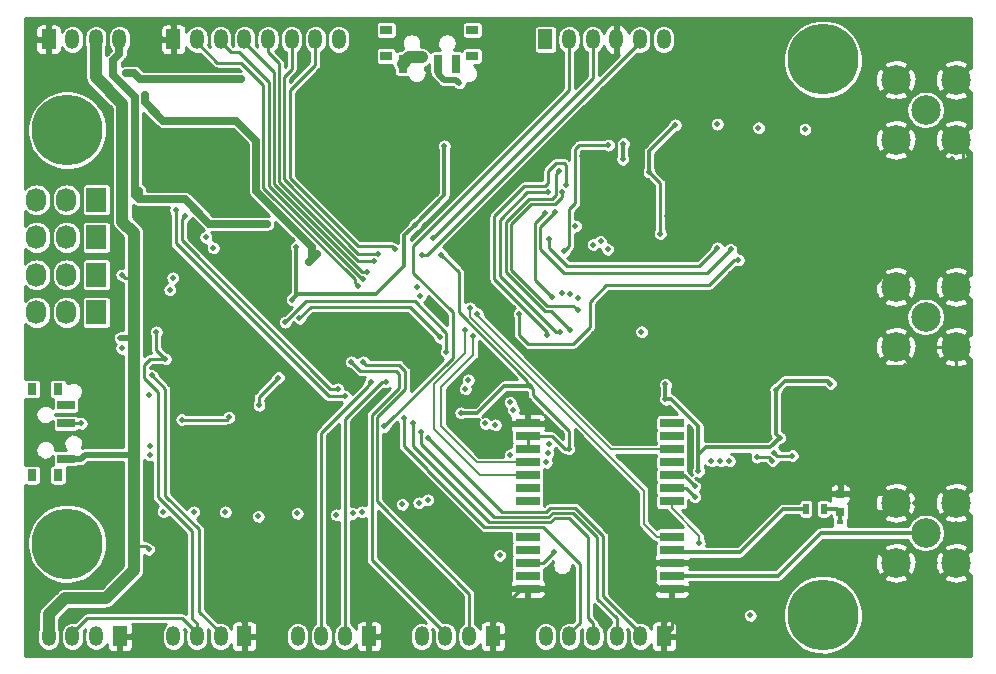
<source format=gbl>
G04 #@! TF.GenerationSoftware,KiCad,Pcbnew,no-vcs-found*
G04 #@! TF.CreationDate,2016-12-22T15:04:26+01:00*
G04 #@! TF.ProjectId,RCCAR_IF_Board_GPS,52434341525F49465F426F6172645F47,rev?*
G04 #@! TF.FileFunction,Copper,L4,Bot,Signal*
G04 #@! TF.FilePolarity,Positive*
%FSLAX46Y46*%
G04 Gerber Fmt 4.6, Leading zero omitted, Abs format (unit mm)*
G04 Created by KiCad (PCBNEW no-vcs-found) date Thu Dec 22 15:04:26 2016*
%MOMM*%
%LPD*%
G01*
G04 APERTURE LIST*
%ADD10C,0.100000*%
%ADD11C,6.000000*%
%ADD12R,1.198880X1.699260*%
%ADD13O,1.198880X1.699260*%
%ADD14R,1.727200X2.032000*%
%ADD15O,1.727200X2.032000*%
%ADD16R,0.500000X0.900000*%
%ADD17C,2.500000*%
%ADD18R,0.750000X0.800000*%
%ADD19R,0.600000X0.400000*%
%ADD20R,1.000000X0.800000*%
%ADD21R,0.700000X1.500000*%
%ADD22R,0.800000X1.000000*%
%ADD23R,1.500000X0.700000*%
%ADD24R,2.000000X0.800000*%
%ADD25C,0.500000*%
%ADD26C,0.254000*%
%ADD27C,0.203200*%
%ADD28C,0.304800*%
%ADD29C,0.635000*%
%ADD30C,1.016000*%
%ADD31C,0.508000*%
%ADD32C,0.406400*%
%ADD33C,0.350520*%
G04 APERTURE END LIST*
D10*
D11*
X170500000Y-76000000D03*
X106500000Y-82000000D03*
X106500000Y-117000000D03*
X170500000Y-123000000D03*
D12*
X104932480Y-74295000D03*
D13*
X108935520Y-74295000D03*
X106934000Y-74295000D03*
X110934500Y-74295000D03*
D12*
X142527020Y-124841000D03*
D13*
X138523980Y-124841000D03*
X140525500Y-124841000D03*
X136525000Y-124841000D03*
D12*
X132034280Y-124841000D03*
D13*
X128031240Y-124841000D03*
X130032760Y-124841000D03*
X126032260Y-124841000D03*
X127508000Y-74295000D03*
X125509020Y-74295000D03*
X123507500Y-74295000D03*
D12*
X115501420Y-74295000D03*
D13*
X119504460Y-74295000D03*
X117502940Y-74295000D03*
X121503440Y-74295000D03*
X129506980Y-74295000D03*
D12*
X146994940Y-74295000D03*
D13*
X150997980Y-74295000D03*
X148996460Y-74295000D03*
X152996960Y-74295000D03*
X154998480Y-74295000D03*
X157000000Y-74295000D03*
D12*
X157038040Y-124841000D03*
D13*
X153035000Y-124841000D03*
X155036520Y-124841000D03*
X151036020Y-124841000D03*
X149034500Y-124841000D03*
X147032980Y-124841000D03*
D12*
X121493280Y-124841000D03*
D13*
X117490240Y-124841000D03*
X119491760Y-124841000D03*
X115491260Y-124841000D03*
D12*
X110952280Y-124841000D03*
D13*
X106949240Y-124841000D03*
X108950760Y-124841000D03*
X104950260Y-124841000D03*
D14*
X108984000Y-97409000D03*
D15*
X106444000Y-97409000D03*
X103904000Y-97409000D03*
D14*
X108984000Y-94234000D03*
D15*
X106444000Y-94234000D03*
X103904000Y-94234000D03*
D14*
X108984000Y-91059000D03*
D15*
X106444000Y-91059000D03*
X103904000Y-91059000D03*
D16*
X170549000Y-114046000D03*
X169049000Y-114046000D03*
D17*
X179197000Y-80264000D03*
X176657000Y-77724000D03*
X176657000Y-82804000D03*
X181737000Y-82804000D03*
X181737000Y-77724000D03*
X179197000Y-97790000D03*
X176657000Y-95250000D03*
X176657000Y-100330000D03*
X181737000Y-100330000D03*
X181737000Y-95250000D03*
D18*
X171958000Y-112788000D03*
X171958000Y-114288000D03*
D17*
X179197000Y-116078000D03*
X176657000Y-113538000D03*
X176657000Y-118618000D03*
X181737000Y-118618000D03*
X181737000Y-113538000D03*
D19*
X171958000Y-116089000D03*
X171958000Y-115189000D03*
D15*
X103904000Y-87884000D03*
X106444000Y-87884000D03*
D14*
X108984000Y-87884000D03*
D20*
X133510000Y-75705000D03*
X140810000Y-75705000D03*
X140810000Y-73505000D03*
X133510000Y-73505000D03*
D21*
X139410000Y-76355000D03*
X137910000Y-76355000D03*
X134910000Y-76355000D03*
D22*
X105748000Y-111195000D03*
X105748000Y-103895000D03*
X103548000Y-103895000D03*
X103548000Y-111195000D03*
D23*
X106398000Y-105295000D03*
X106398000Y-106795000D03*
X106398000Y-109795000D03*
D24*
X157700000Y-106800000D03*
X157700000Y-107900000D03*
X157700000Y-109000000D03*
X157700000Y-110100000D03*
X157700000Y-111200000D03*
X157700000Y-112300000D03*
X157700000Y-113400000D03*
X157700000Y-116400000D03*
X157700000Y-117500000D03*
X157700000Y-118600000D03*
X157700000Y-119700000D03*
X157700000Y-120800000D03*
X145500000Y-120800000D03*
X145500000Y-119700000D03*
X145500000Y-118600000D03*
X145500000Y-117500000D03*
X145500000Y-116400000D03*
X145500000Y-113400000D03*
X145500000Y-112300000D03*
X145500000Y-111200000D03*
X145500000Y-110100000D03*
X145500000Y-109000000D03*
X145500000Y-107900000D03*
X145500000Y-106800000D03*
D25*
X131474558Y-106360020D03*
X148971000Y-120015000D03*
X156083000Y-120142000D03*
X103886000Y-112268000D03*
X109855000Y-112395000D03*
X136271000Y-110871000D03*
X147447000Y-107061000D03*
X178689000Y-118618000D03*
X179959000Y-118618000D03*
X181737000Y-116459000D03*
X181737000Y-115316000D03*
X179705000Y-113538000D03*
X178308000Y-113538000D03*
X138990077Y-103693622D03*
X123952000Y-107569000D03*
X124460000Y-109347000D03*
X161670998Y-120777000D03*
X159766000Y-120777000D03*
X162687000Y-118618000D03*
X163957000Y-118618000D03*
X165862000Y-118618000D03*
X170942000Y-115189000D03*
X169164000Y-115824000D03*
X168021000Y-116713000D03*
X167259000Y-117602000D03*
X161036000Y-118618000D03*
X159766000Y-118618000D03*
X163449000Y-120777000D03*
X165227000Y-120777000D03*
X167386000Y-120523000D03*
X168402000Y-119761000D03*
X169291000Y-118872000D03*
X170053000Y-117983000D03*
X171196000Y-117602000D03*
X172593000Y-117602000D03*
X173863000Y-117475000D03*
X175133000Y-117602000D03*
X173228000Y-114427000D03*
X174879000Y-114300000D03*
X142464729Y-103856729D03*
X164973000Y-83058000D03*
X162560000Y-82423000D03*
X162052000Y-83058000D03*
X162941000Y-84200994D03*
X161798000Y-86233000D03*
X161417000Y-89916000D03*
X165608000Y-89662000D03*
X171831004Y-87122000D03*
X173101004Y-87122000D03*
X172466000Y-86486996D03*
X175768000Y-89662000D03*
X176657000Y-90297000D03*
X177165000Y-89535000D03*
X154178000Y-101854000D03*
X154051000Y-102997000D03*
X154051000Y-104140000D03*
X154051000Y-105283000D03*
X154051000Y-106172000D03*
X159004000Y-98933000D03*
X160147000Y-99314000D03*
X161290000Y-99187000D03*
X162560000Y-98044002D03*
X174244000Y-101473000D03*
X170180000Y-103886000D03*
X169926000Y-106045000D03*
X169799000Y-104648000D03*
X172085000Y-103759000D03*
X173355000Y-103505000D03*
X174244000Y-103759000D03*
X174244000Y-102743010D03*
X166433500Y-82740500D03*
X167957500Y-83185000D03*
X168021000Y-84137500D03*
X167132000Y-84152220D03*
X167132000Y-85388458D03*
X167957500Y-85153500D03*
X168021000Y-86233000D03*
X165608000Y-86169500D03*
X165798500Y-84709000D03*
X161734500Y-84010500D03*
X161988500Y-85026500D03*
X137160000Y-96647000D03*
X140208000Y-104902000D03*
X141414500Y-102235000D03*
X148717000Y-104330500D03*
X159194500Y-91694000D03*
X157734000Y-90297000D03*
X157042132Y-91736000D03*
X157797500Y-91694000D03*
X158623000Y-90551000D03*
X159702500Y-90487500D03*
X156718000Y-85407500D03*
X156781500Y-84201000D03*
X157797500Y-83947000D03*
X157924500Y-85153500D03*
X159258000Y-85026500D03*
X159194500Y-83693000D03*
X160845500Y-83502500D03*
X160591500Y-85090000D03*
X155765500Y-89281000D03*
X157289500Y-89281000D03*
X158242000Y-89344500D03*
X159512000Y-89344500D03*
X155748822Y-86567178D03*
X157670500Y-86487000D03*
X158496000Y-86423500D03*
X159512000Y-86360000D03*
X160655000Y-86423500D03*
X152146000Y-87884000D03*
X151320500Y-87884000D03*
X152971500Y-87884000D03*
X152146000Y-88773000D03*
X152146000Y-87058500D03*
X163576000Y-88011000D03*
X163385500Y-105537000D03*
X161734500Y-106489500D03*
X162623500Y-105600500D03*
X163385500Y-106426000D03*
X182372000Y-85026500D03*
X181991000Y-86233000D03*
X181864000Y-88011000D03*
X181927500Y-89535000D03*
X181673500Y-90805000D03*
X179959000Y-91376500D03*
X178181000Y-91884500D03*
X176847500Y-91884500D03*
X175069500Y-91440000D03*
X173672500Y-91122500D03*
X173355000Y-92519500D03*
X174434500Y-92265500D03*
X174561500Y-93408500D03*
X173291500Y-93726000D03*
X172021500Y-94107000D03*
X171958000Y-92583000D03*
X172275500Y-91440000D03*
X170878500Y-91122500D03*
X170307000Y-92265500D03*
X170878500Y-93281500D03*
X169672000Y-93916500D03*
X168846500Y-93218000D03*
X168846500Y-91948000D03*
X169037000Y-90932000D03*
X167894000Y-90868500D03*
X167513000Y-92202000D03*
X167513000Y-93472000D03*
X165608000Y-93916500D03*
X161480500Y-95694500D03*
X160528000Y-96456500D03*
X159829500Y-97472500D03*
X158178500Y-97853500D03*
X157035500Y-97663000D03*
X156591000Y-98615500D03*
X157543500Y-100139500D03*
X157861000Y-99187000D03*
X161544000Y-97790000D03*
X161988500Y-97091500D03*
X162623500Y-96393000D03*
X162750500Y-95504000D03*
X163703000Y-95059500D03*
X164846000Y-95123000D03*
X166116000Y-95123000D03*
X167068500Y-95186500D03*
X168021000Y-95186500D03*
X169227500Y-95186500D03*
X171450000Y-96647000D03*
X173037500Y-96583498D03*
X169989500Y-95123000D03*
X171323000Y-95123000D03*
X173418500Y-95186500D03*
X173990000Y-94678500D03*
X174815500Y-95059500D03*
X175387000Y-94297500D03*
X176149000Y-93535500D03*
X177292000Y-93027500D03*
X178244500Y-93853000D03*
X178943000Y-93154500D03*
X180213000Y-93916500D03*
X181229000Y-93218000D03*
X182435500Y-102616000D03*
X180911500Y-103060500D03*
X178308000Y-102743000D03*
X179768500Y-102997000D03*
X177990500Y-103695500D03*
X171513500Y-105156000D03*
X174752000Y-100584000D03*
X176085500Y-102171500D03*
X177482500Y-101917500D03*
X178625500Y-101346000D03*
X180149500Y-101917500D03*
X178683578Y-95250000D03*
X179894630Y-95250000D03*
X181737000Y-97400259D03*
X181737000Y-98436520D03*
X178758489Y-100330000D03*
X179768500Y-100330000D03*
X162919000Y-87376000D03*
X162919000Y-88626000D03*
X164169000Y-88626000D03*
X164169000Y-87376000D03*
X172466000Y-80073500D03*
X172720000Y-82232500D03*
X172783500Y-83439000D03*
X173228000Y-85026500D03*
X175704500Y-85598000D03*
X176974500Y-85407500D03*
X175069500Y-84645500D03*
X173926500Y-83312000D03*
X174053500Y-81216500D03*
X174625000Y-79438500D03*
X174625000Y-78168500D03*
X175006000Y-76517500D03*
X176339500Y-75438000D03*
X175895000Y-74295000D03*
X174434500Y-73025000D03*
X175958500Y-72961500D03*
X178689000Y-73088500D03*
X177355500Y-73596500D03*
X178625500Y-76136500D03*
X180340000Y-75692000D03*
X177736500Y-75184000D03*
X179641500Y-73977500D03*
X181673500Y-73596500D03*
X181800500Y-75628500D03*
X170434000Y-81089500D03*
X171259500Y-81724500D03*
X171450000Y-82486500D03*
X171069000Y-83820000D03*
X171069000Y-84709000D03*
X170180000Y-86106000D03*
X170497500Y-86995000D03*
X174307500Y-87122000D03*
X175323500Y-87122000D03*
X176276000Y-87122000D03*
X177482500Y-87122000D03*
X178054000Y-86614000D03*
X178117500Y-85598000D03*
X178117500Y-84328000D03*
X176657000Y-80753421D03*
X176657000Y-79535885D03*
X178771127Y-77724000D03*
X179863045Y-77724000D03*
X181864000Y-79883000D03*
X181927500Y-80645000D03*
X181419500Y-84391500D03*
X180340000Y-84455000D03*
X180276500Y-85344000D03*
X180340000Y-86423500D03*
X180276500Y-87503000D03*
X180276500Y-88519000D03*
X180149500Y-89598500D03*
X178562000Y-89662000D03*
X177355500Y-90614500D03*
X175641000Y-90741500D03*
X174117000Y-89598500D03*
X172783500Y-89598500D03*
X171196000Y-89598500D03*
X169672000Y-89598500D03*
X167830500Y-89598500D03*
X126492000Y-99314000D03*
X128841500Y-97917000D03*
X150304500Y-108267500D03*
X119761000Y-99060000D03*
X116903500Y-97218500D03*
X139763500Y-91440000D03*
X152853220Y-92599680D03*
X133850020Y-77183651D03*
X133850020Y-77892273D03*
X151835402Y-78492902D03*
X118109998Y-104140002D03*
X115697000Y-105918000D03*
X163449000Y-107251500D03*
X161734500Y-105600500D03*
X161725500Y-107275500D03*
X118872000Y-83439000D03*
X118935500Y-87122000D03*
X130175000Y-84201000D03*
X126873000Y-85090000D03*
X134683500Y-84582000D03*
X134810500Y-88138000D03*
X150097320Y-84201000D03*
X154990868Y-91464806D03*
X155702000Y-80518000D03*
X154749500Y-83058000D03*
X152971500Y-88773000D03*
X151316500Y-88758500D03*
X151316500Y-87083500D03*
X152991500Y-87083500D03*
X159258000Y-108712000D03*
X154749500Y-110490000D03*
X156019500Y-108140500D03*
X172212000Y-95694500D03*
X167259000Y-99123500D03*
X162623500Y-106426000D03*
X162623500Y-107251500D03*
X169926000Y-109092998D03*
X169926000Y-107696000D03*
X170624500Y-110109000D03*
X169164000Y-109855000D03*
X176212500Y-103505000D03*
X175704500Y-104711500D03*
X173672500Y-104711500D03*
X172402500Y-106426000D03*
X171513500Y-107632500D03*
X133350000Y-107061000D03*
X111125000Y-100457000D03*
X148971000Y-108966000D03*
X139827851Y-105918857D03*
X145692386Y-103614639D03*
X138176000Y-92519500D03*
X125920500Y-91884500D03*
X125539500Y-96329500D03*
X138430000Y-83312000D03*
X135953500Y-89979500D03*
X157988000Y-81534000D03*
X155130500Y-99060000D03*
X111476405Y-77152500D03*
X112204500Y-77152500D03*
X122745500Y-105283000D03*
X124396500Y-102933500D03*
X121221500Y-77660500D03*
X120205500Y-106299000D03*
X116205000Y-106489500D03*
X155765500Y-85534500D03*
X152273000Y-92075000D03*
X156718000Y-90741500D03*
X171132500Y-103441500D03*
X159956504Y-110871000D03*
X166834332Y-108025051D03*
X166497000Y-103949500D03*
X157162500Y-104775000D03*
X157162500Y-103505000D03*
X122682000Y-89916000D03*
X123444000Y-89916000D03*
X112585500Y-87123917D03*
X112585500Y-87820500D03*
X113411000Y-117475000D03*
X143129000Y-117983000D03*
X110998000Y-99568000D03*
X111125000Y-94234000D03*
X135446000Y-75819000D03*
X136525000Y-75819000D03*
X127698500Y-92456000D03*
X127000000Y-93154500D03*
X113093500Y-78994000D03*
X117983000Y-81216500D03*
X113064130Y-79621029D03*
X117221000Y-81216500D03*
X139700000Y-77978000D03*
X130556000Y-101600000D03*
X131572000Y-101600000D03*
X132207000Y-103314500D03*
X133508154Y-103304788D03*
X134239000Y-92075000D03*
X132842000Y-92456000D03*
X132524500Y-93091000D03*
X131525984Y-94587153D03*
X131165560Y-95161194D03*
X131889500Y-93980000D03*
X137477500Y-91122500D03*
X136588500Y-92583000D03*
X136461500Y-107505500D03*
X137096500Y-108077002D03*
X135763000Y-106807000D03*
X135001000Y-106362500D03*
X114808000Y-101346000D03*
X114046000Y-99060000D03*
X113665000Y-102743000D03*
X118872000Y-91948000D03*
X140208000Y-103886000D03*
X140462000Y-103124000D03*
X118237000Y-91059000D03*
X153606500Y-83121500D03*
X153543000Y-84455000D03*
X147320000Y-91186000D03*
X161544000Y-91948000D03*
X162687000Y-92075000D03*
X147828000Y-88900000D03*
X146982037Y-88961342D03*
X147591138Y-96129258D03*
X144780000Y-97536000D03*
X163322000Y-92964000D03*
X138049000Y-99504500D03*
X126174500Y-97917000D03*
X124968000Y-98234500D03*
X138620500Y-100774500D03*
X114639600Y-114281220D03*
X144018000Y-109474000D03*
X117221000Y-114300000D03*
X147066000Y-110109000D03*
X119888000Y-114300000D03*
X147193000Y-109347000D03*
X122682000Y-114681000D03*
X142748000Y-106934000D03*
X141905810Y-106814792D03*
X125984000Y-114427000D03*
X147320000Y-108585000D03*
X129286000Y-114554000D03*
X130683000Y-114427000D03*
X144264669Y-105656669D03*
X144016752Y-105025823D03*
X131445000Y-114300000D03*
X134874000Y-113665000D03*
X161036000Y-109982000D03*
X137033000Y-113284000D03*
X161798000Y-109982000D03*
X136271000Y-113538000D03*
X162560000Y-109982000D03*
X167894000Y-109537500D03*
X166379088Y-109295055D03*
X166220840Y-109954135D03*
X164909500Y-109664500D03*
X149733000Y-97218500D03*
X148429621Y-87249000D03*
X148145500Y-85407504D03*
X149098000Y-98933000D03*
X147256504Y-87249000D03*
X148209000Y-99060000D03*
X147129500Y-99314000D03*
X148780500Y-86614000D03*
X152336500Y-83248500D03*
X148590000Y-92202000D03*
X148425468Y-95738616D03*
X149542500Y-90106500D03*
X149095298Y-95842331D03*
X151041784Y-91665931D03*
X149796500Y-96202499D03*
X151663971Y-91397022D03*
X115443000Y-94488000D03*
X136144000Y-95250000D03*
X136398000Y-96012000D03*
X115189000Y-95504000D03*
X161544000Y-81470500D03*
X168973500Y-81915000D03*
X165036500Y-81788000D03*
X160020000Y-116967000D03*
X164338000Y-123063000D03*
X113411000Y-104394000D03*
X107696000Y-106807000D03*
X147701000Y-117729000D03*
X159639000Y-112141000D03*
X113538000Y-108712000D03*
X113526690Y-109485310D03*
X159639000Y-113030000D03*
X129413000Y-103886000D03*
X116459000Y-89281000D03*
X115697000Y-88773000D03*
X130048000Y-104521000D03*
X140897419Y-99430344D03*
X140188140Y-98878221D03*
X141231149Y-97531867D03*
X140589000Y-97028000D03*
D26*
X145500000Y-120800000D02*
X148186000Y-120800000D01*
X148186000Y-120800000D02*
X148971000Y-120015000D01*
X157700000Y-120800000D02*
X156741000Y-120800000D01*
X156741000Y-120800000D02*
X156083000Y-120142000D01*
X157700000Y-120800000D02*
X157700000Y-124179040D01*
X157700000Y-124179040D02*
X157038040Y-124841000D01*
X145500000Y-120800000D02*
X144900000Y-120800000D01*
X144900000Y-120800000D02*
X142527020Y-123172980D01*
X142527020Y-123172980D02*
X142527020Y-123737370D01*
X142527020Y-123737370D02*
X142527020Y-124841000D01*
X145500000Y-106800000D02*
X147186000Y-106800000D01*
X147186000Y-106800000D02*
X147447000Y-107061000D01*
D27*
X171958000Y-112788000D02*
X171958000Y-111442500D01*
X171958000Y-111442500D02*
X170624500Y-110109000D01*
X179959000Y-118618000D02*
X178689000Y-118618000D01*
X181737000Y-115316000D02*
X181737000Y-116459000D01*
X178308000Y-113538000D02*
X179705000Y-113538000D01*
X124460000Y-109347000D02*
X124460000Y-108077000D01*
X124460000Y-108077000D02*
X123952000Y-107569000D01*
D28*
X167386000Y-120523000D02*
X167132000Y-120777000D01*
X167132000Y-120777000D02*
X165227000Y-120777000D01*
X163449000Y-120777000D02*
X161670998Y-120777000D01*
X159743000Y-120800000D02*
X159766000Y-120777000D01*
X157700000Y-120800000D02*
X159743000Y-120800000D01*
X161036000Y-118618000D02*
X162687000Y-118618000D01*
X165862000Y-118618000D02*
X163957000Y-118618000D01*
X169164000Y-115824000D02*
X169799000Y-115189000D01*
X169799000Y-115189000D02*
X170942000Y-115189000D01*
X167259000Y-117602000D02*
X167259000Y-117475000D01*
X167259000Y-117475000D02*
X168021000Y-116713000D01*
X157700000Y-118600000D02*
X159748000Y-118600000D01*
X159748000Y-118600000D02*
X159766000Y-118618000D01*
X169291000Y-118872000D02*
X168402000Y-119761000D01*
X171196000Y-117602000D02*
X170434000Y-117602000D01*
X170434000Y-117602000D02*
X170053000Y-117983000D01*
X173863000Y-117475000D02*
X172720000Y-117475000D01*
X172720000Y-117475000D02*
X172593000Y-117602000D01*
X176657000Y-118618000D02*
X176149000Y-118618000D01*
X176149000Y-118618000D02*
X175133000Y-117602000D01*
X174879000Y-114300000D02*
X175895000Y-114300000D01*
X175895000Y-114300000D02*
X176657000Y-113538000D01*
X173228000Y-114427000D02*
X173482000Y-114427000D01*
X171958000Y-112788000D02*
X173367000Y-112788000D01*
X173367000Y-112788000D02*
X174879000Y-114300000D01*
X171958000Y-112788000D02*
X175907000Y-112788000D01*
X175907000Y-112788000D02*
X176657000Y-113538000D01*
D27*
X164973000Y-83058000D02*
X165354000Y-83439000D01*
X162663619Y-82423000D02*
X162560000Y-82423000D01*
X162835500Y-82594881D02*
X162663619Y-82423000D01*
D26*
X161167001Y-89666001D02*
X161417000Y-89916000D01*
X161163000Y-89662000D02*
X161167001Y-89666001D01*
X161063447Y-89662000D02*
X161163000Y-89662000D01*
X159829500Y-89662000D02*
X161063447Y-89662000D01*
X159702500Y-90487500D02*
X160528000Y-89662000D01*
X160528000Y-89662000D02*
X161063447Y-89662000D01*
X159512000Y-89344500D02*
X159829500Y-89662000D01*
D27*
X165671500Y-89598500D02*
X165608000Y-89662000D01*
X166560500Y-89598500D02*
X165671500Y-89598500D01*
X167830500Y-89598500D02*
X166560500Y-89598500D01*
X171704004Y-86995000D02*
X171831004Y-87122000D01*
X170497500Y-86995000D02*
X171704004Y-86995000D01*
X174307500Y-87122000D02*
X173101004Y-87122000D01*
X175450500Y-89662000D02*
X175768000Y-89662000D01*
X177355500Y-89725500D02*
X177165000Y-89535000D01*
X177355500Y-90614500D02*
X177355500Y-89725500D01*
X154051000Y-104140000D02*
X154051000Y-102997000D01*
X154051000Y-106172000D02*
X154051000Y-105283000D01*
D26*
X158650447Y-98933000D02*
X159004000Y-98933000D01*
X158115000Y-98933000D02*
X158650447Y-98933000D01*
X157861000Y-99187000D02*
X158115000Y-98933000D01*
X160274000Y-99187000D02*
X160147000Y-99314000D01*
X161290000Y-99187000D02*
X160274000Y-99187000D01*
X174244000Y-103759000D02*
X174244000Y-101473000D01*
X171513500Y-105156000D02*
X171513500Y-106108500D01*
X169799000Y-105918000D02*
X169926000Y-106045000D01*
X169799000Y-104648000D02*
X169799000Y-105918000D01*
X172334999Y-103509001D02*
X172085000Y-103759000D01*
X172339000Y-103505000D02*
X172334999Y-103509001D01*
X173355000Y-103505000D02*
X172339000Y-103505000D01*
X174244000Y-102389457D02*
X174244000Y-102743010D01*
X174244000Y-101092000D02*
X174244000Y-102389457D01*
X174752000Y-100584000D02*
X174244000Y-101092000D01*
D27*
X167957500Y-83185000D02*
X166878000Y-83185000D01*
X166878000Y-83185000D02*
X166433500Y-82740500D01*
X167132000Y-84152220D02*
X168006280Y-84152220D01*
X168006280Y-84152220D02*
X168021000Y-84137500D01*
X167132000Y-85388458D02*
X167132000Y-84152220D01*
X168021000Y-86233000D02*
X168021000Y-85217000D01*
X168021000Y-85217000D02*
X167957500Y-85153500D01*
X165798500Y-85979000D02*
X165608000Y-86169500D01*
X165798500Y-84709000D02*
X165798500Y-85979000D01*
X161988500Y-85026500D02*
X161988500Y-84264500D01*
X161988500Y-84264500D02*
X161734500Y-84010500D01*
D26*
X158315182Y-91176318D02*
X157797500Y-91694000D01*
X158623000Y-90868500D02*
X158315182Y-91176318D01*
X158315182Y-91176318D02*
X158676818Y-91176318D01*
X158676818Y-91176318D02*
X159194500Y-91694000D01*
X158623000Y-90551000D02*
X158623000Y-90868500D01*
X156718000Y-85407500D02*
X156718000Y-85761053D01*
X156718000Y-85761053D02*
X156718000Y-85661500D01*
X157797500Y-83947000D02*
X157035500Y-83947000D01*
X157035500Y-83947000D02*
X156781500Y-84201000D01*
X159258000Y-85026500D02*
X158051500Y-85026500D01*
X158051500Y-85026500D02*
X157924500Y-85153500D01*
X160845500Y-83502500D02*
X159385000Y-83502500D01*
X159385000Y-83502500D02*
X159194500Y-83693000D01*
X160655000Y-86423500D02*
X160655000Y-85153500D01*
X160655000Y-85153500D02*
X160591500Y-85090000D01*
X158242000Y-89344500D02*
X157353000Y-89344500D01*
X157353000Y-89344500D02*
X157289500Y-89281000D01*
X158496000Y-86423500D02*
X157734000Y-86423500D01*
X157734000Y-86423500D02*
X157670500Y-86487000D01*
X160655000Y-86423500D02*
X159575500Y-86423500D01*
X159575500Y-86423500D02*
X159512000Y-86360000D01*
X152971500Y-87884000D02*
X152971500Y-87947500D01*
X152971500Y-87947500D02*
X152146000Y-88773000D01*
X151316500Y-87083500D02*
X152121000Y-87083500D01*
X152121000Y-87083500D02*
X152146000Y-87058500D01*
X162623500Y-105600500D02*
X162623500Y-106426000D01*
X163385500Y-105537000D02*
X162687000Y-105537000D01*
X162687000Y-105537000D02*
X162623500Y-105600500D01*
X182372000Y-85026500D02*
X182372000Y-83439000D01*
X182372000Y-83439000D02*
X181737000Y-82804000D01*
X181864000Y-88011000D02*
X181864000Y-86360000D01*
X181864000Y-86360000D02*
X181991000Y-86233000D01*
X181673500Y-90805000D02*
X181673500Y-89789000D01*
X181673500Y-89789000D02*
X181927500Y-89535000D01*
X178181000Y-91884500D02*
X179451000Y-91884500D01*
X179451000Y-91884500D02*
X179959000Y-91376500D01*
X175069500Y-91440000D02*
X176403000Y-91440000D01*
X176403000Y-91440000D02*
X176847500Y-91884500D01*
X173355000Y-92519500D02*
X173355000Y-91440000D01*
X173355000Y-91440000D02*
X173672500Y-91122500D01*
X174561500Y-93408500D02*
X174561500Y-92392500D01*
X174561500Y-92392500D02*
X174434500Y-92265500D01*
X172021500Y-94107000D02*
X172910500Y-94107000D01*
X172910500Y-94107000D02*
X173291500Y-93726000D01*
X172275500Y-91440000D02*
X172275500Y-92265500D01*
X172275500Y-92265500D02*
X171958000Y-92583000D01*
X170307000Y-92265500D02*
X170307000Y-91694000D01*
X170307000Y-91694000D02*
X170878500Y-91122500D01*
X169672000Y-93916500D02*
X170243500Y-93916500D01*
X170243500Y-93916500D02*
X170878500Y-93281500D01*
X168846500Y-91948000D02*
X168846500Y-93218000D01*
X167894000Y-90868500D02*
X168973500Y-90868500D01*
X168973500Y-90868500D02*
X169037000Y-90932000D01*
X167513000Y-93472000D02*
X167513000Y-92202000D01*
X164846000Y-95123000D02*
X164846000Y-94678500D01*
X164846000Y-94678500D02*
X165608000Y-93916500D01*
X161480500Y-95694500D02*
X162560000Y-95694500D01*
X162560000Y-95694500D02*
X162750500Y-95504000D01*
X159829500Y-97472500D02*
X159829500Y-97155000D01*
X159829500Y-97155000D02*
X160528000Y-96456500D01*
X157035500Y-97663000D02*
X157988000Y-97663000D01*
X157988000Y-97663000D02*
X158178500Y-97853500D01*
X157543500Y-100139500D02*
X157543500Y-99568000D01*
X157543500Y-99568000D02*
X156591000Y-98615500D01*
X161988500Y-97091500D02*
X161988500Y-97345500D01*
X161988500Y-97345500D02*
X161544000Y-97790000D01*
X162750500Y-95504000D02*
X162750500Y-96266000D01*
X162750500Y-96266000D02*
X162623500Y-96393000D01*
X164846000Y-95123000D02*
X163766500Y-95123000D01*
X163766500Y-95123000D02*
X163703000Y-95059500D01*
X167068500Y-95186500D02*
X166179500Y-95186500D01*
X166179500Y-95186500D02*
X166116000Y-95123000D01*
X169227500Y-95186500D02*
X168021000Y-95186500D01*
X173037500Y-96583498D02*
X171513502Y-96583498D01*
X171513502Y-96583498D02*
X171450000Y-96647000D01*
X171323000Y-95123000D02*
X169989500Y-95123000D01*
X173990000Y-94678500D02*
X173926500Y-94678500D01*
X173926500Y-94678500D02*
X173418500Y-95186500D01*
X175387000Y-94297500D02*
X175387000Y-94488000D01*
X175387000Y-94488000D02*
X174815500Y-95059500D01*
X177292000Y-93027500D02*
X176657000Y-93027500D01*
X176657000Y-93027500D02*
X176149000Y-93535500D01*
X178943000Y-93154500D02*
X178244500Y-93853000D01*
X181229000Y-93218000D02*
X180911500Y-93218000D01*
X180911500Y-93218000D02*
X180213000Y-93916500D01*
X182435500Y-102616000D02*
X181737000Y-101917500D01*
X181737000Y-101917500D02*
X181737000Y-100330000D01*
X178308000Y-102743000D02*
X180594000Y-102743000D01*
X180594000Y-102743000D02*
X180911500Y-103060500D01*
X177990500Y-103695500D02*
X179070000Y-103695500D01*
X179070000Y-103695500D02*
X179768500Y-102997000D01*
X177482500Y-101917500D02*
X176339500Y-101917500D01*
X176339500Y-101917500D02*
X176085500Y-102171500D01*
X180149500Y-101917500D02*
X179197000Y-101917500D01*
X179197000Y-101917500D02*
X178625500Y-101346000D01*
X181737000Y-100330000D02*
X179768500Y-100330000D01*
D27*
X172720000Y-82232500D02*
X172466000Y-81978500D01*
X172466000Y-81978500D02*
X172466000Y-80073500D01*
X173228000Y-85026500D02*
X173228000Y-83883500D01*
X173228000Y-83883500D02*
X172783500Y-83439000D01*
X176974500Y-85407500D02*
X175895000Y-85407500D01*
X175895000Y-85407500D02*
X175704500Y-85598000D01*
X173926500Y-83312000D02*
X173926500Y-83502500D01*
X173926500Y-83502500D02*
X175069500Y-84645500D01*
X174625000Y-79438500D02*
X174625000Y-80645000D01*
X174625000Y-80645000D02*
X174053500Y-81216500D01*
X175006000Y-76517500D02*
X175006000Y-77787500D01*
X175006000Y-77787500D02*
X174625000Y-78168500D01*
X175895000Y-74295000D02*
X175895000Y-74993500D01*
X175895000Y-74993500D02*
X176339500Y-75438000D01*
X175958500Y-72961500D02*
X174498000Y-72961500D01*
X174498000Y-72961500D02*
X174434500Y-73025000D01*
X177355500Y-73596500D02*
X178181000Y-73596500D01*
X178181000Y-73596500D02*
X178689000Y-73088500D01*
X180340000Y-75692000D02*
X179070000Y-75692000D01*
X179070000Y-75692000D02*
X178625500Y-76136500D01*
X179641500Y-73977500D02*
X178435000Y-75184000D01*
X178435000Y-75184000D02*
X177736500Y-75184000D01*
X181800500Y-75628500D02*
X181800500Y-73723500D01*
X181800500Y-73723500D02*
X181673500Y-73596500D01*
X170624500Y-81089500D02*
X170434000Y-81089500D01*
X171259500Y-81724500D02*
X170624500Y-81089500D01*
X171069000Y-83820000D02*
X171069000Y-82867500D01*
X171069000Y-82867500D02*
X171450000Y-82486500D01*
X170180000Y-86106000D02*
X170180000Y-85598000D01*
X170180000Y-85598000D02*
X171069000Y-84709000D01*
X176276000Y-87122000D02*
X175323500Y-87122000D01*
X178054000Y-86614000D02*
X177990500Y-86614000D01*
X177990500Y-86614000D02*
X177482500Y-87122000D01*
X178117500Y-84328000D02*
X178117500Y-85598000D01*
X181927500Y-80645000D02*
X181927500Y-79946500D01*
X181927500Y-79946500D02*
X181864000Y-79883000D01*
X180340000Y-84455000D02*
X181356000Y-84455000D01*
X181356000Y-84455000D02*
X181419500Y-84391500D01*
X180340000Y-86423500D02*
X180340000Y-85407500D01*
X180340000Y-85407500D02*
X180276500Y-85344000D01*
X180276500Y-88519000D02*
X180276500Y-87503000D01*
X178562000Y-89662000D02*
X180086000Y-89662000D01*
X180086000Y-89662000D02*
X180149500Y-89598500D01*
X172783500Y-89598500D02*
X174117000Y-89598500D01*
X169672000Y-89598500D02*
X171196000Y-89598500D01*
D26*
X162496500Y-107251500D02*
X162623500Y-107251500D01*
X161734500Y-106489500D02*
X162496500Y-107251500D01*
X169676001Y-109342997D02*
X169926000Y-109092998D01*
X169164000Y-109855000D02*
X169676001Y-109342997D01*
X171513500Y-106108500D02*
X170175999Y-107446001D01*
X170175999Y-107446001D02*
X169926000Y-107696000D01*
X175704500Y-104711500D02*
X175704500Y-104013000D01*
X175704500Y-104013000D02*
X176212500Y-103505000D01*
X172402500Y-106426000D02*
X172402500Y-105981500D01*
X172402500Y-105981500D02*
X173672500Y-104711500D01*
X170624500Y-110109000D02*
X170624500Y-108521500D01*
X170624500Y-108521500D02*
X171513500Y-107632500D01*
X139175301Y-101235699D02*
X133599999Y-106811001D01*
X139175301Y-97416629D02*
X139175301Y-101235699D01*
X135809801Y-94051129D02*
X139175301Y-97416629D01*
X135809801Y-91774199D02*
X135809801Y-94051129D01*
X133599999Y-106811001D02*
X133350000Y-107061000D01*
X148996460Y-78587540D02*
X135809801Y-91774199D01*
X148996460Y-74295000D02*
X148996460Y-78587540D01*
X145942385Y-104413385D02*
X148971000Y-107442000D01*
X148971000Y-107442000D02*
X148971000Y-108966000D01*
X145692386Y-103614639D02*
X145942385Y-103864638D01*
X145942385Y-103864638D02*
X145942385Y-104413385D01*
X145500000Y-107900000D02*
X145500000Y-109000000D01*
X148971000Y-108966000D02*
X148617447Y-108966000D01*
X148617447Y-108966000D02*
X147551447Y-107900000D01*
X147551447Y-107900000D02*
X146754000Y-107900000D01*
X146754000Y-107900000D02*
X145500000Y-107900000D01*
D28*
X141224851Y-105918857D02*
X140181404Y-105918857D01*
X143529069Y-103614639D02*
X141224851Y-105918857D01*
X145692386Y-103614639D02*
X143529069Y-103614639D01*
X140181404Y-105918857D02*
X139827851Y-105918857D01*
D26*
X145442387Y-103190691D02*
X145442387Y-103364640D01*
X139653199Y-93996699D02*
X139653199Y-97401503D01*
X138176000Y-92519500D02*
X139653199Y-93996699D01*
X139653199Y-97401503D02*
X145442387Y-103190691D01*
X145442387Y-103364640D02*
X145692386Y-103614639D01*
D28*
X125539500Y-96329500D02*
X125984000Y-95885000D01*
X125984000Y-95885000D02*
X132651500Y-95885000D01*
X132651500Y-95885000D02*
X135064500Y-93472000D01*
X135064500Y-93472000D02*
X135064500Y-90868500D01*
X135064500Y-90868500D02*
X135703501Y-90229499D01*
X135703501Y-90229499D02*
X135953500Y-89979500D01*
X125539500Y-96329500D02*
X125920500Y-95948500D01*
X125920500Y-95948500D02*
X125920500Y-91884500D01*
X135953500Y-89979500D02*
X138430000Y-87503000D01*
X138430000Y-87503000D02*
X138430000Y-83312000D01*
X155765500Y-85534500D02*
X155765500Y-83756500D01*
X155765500Y-83756500D02*
X157988000Y-81534000D01*
D29*
X112204500Y-77152500D02*
X111476405Y-77152500D01*
X121221500Y-77660500D02*
X112712500Y-77660500D01*
X112454499Y-77402499D02*
X112204500Y-77152500D01*
X112712500Y-77660500D02*
X112454499Y-77402499D01*
D26*
X124396500Y-102933500D02*
X122745500Y-104584500D01*
X122745500Y-104584500D02*
X122745500Y-105283000D01*
X116205000Y-106489500D02*
X120015000Y-106489500D01*
X120015000Y-106489500D02*
X120205500Y-106299000D01*
X156718000Y-90741500D02*
X156718000Y-86487000D01*
X156718000Y-86487000D02*
X155765500Y-85534500D01*
D28*
X171132500Y-103441500D02*
X170882501Y-103191501D01*
X159956504Y-109473996D02*
X159956504Y-107062142D01*
X157669362Y-104775000D02*
X157516053Y-104775000D01*
X159956504Y-107062142D02*
X157669362Y-104775000D01*
X157516053Y-104775000D02*
X157162500Y-104775000D01*
X166746999Y-103699501D02*
X166497000Y-103949500D01*
X167254999Y-103191501D02*
X166746999Y-103699501D01*
X170882501Y-103191501D02*
X167254999Y-103191501D01*
X160591500Y-108839000D02*
X166020383Y-108839000D01*
X159956504Y-110871000D02*
X159956504Y-109473996D01*
X159956504Y-109473996D02*
X160591500Y-108839000D01*
X166020383Y-108839000D02*
X166834332Y-108025051D01*
X166497000Y-103949500D02*
X166497000Y-107687719D01*
X166497000Y-107687719D02*
X166584333Y-107775052D01*
X166584333Y-107775052D02*
X166834332Y-108025051D01*
X157162500Y-103505000D02*
X157162500Y-104775000D01*
D29*
X112585500Y-87820500D02*
X112251320Y-87486320D01*
X110426500Y-76009500D02*
X110934500Y-75501500D01*
X112251320Y-87486320D02*
X112251320Y-79167820D01*
X112251320Y-79167820D02*
X110426500Y-77343000D01*
X110426500Y-77343000D02*
X110426500Y-76009500D01*
X110934500Y-75501500D02*
X110934500Y-74295000D01*
X116459000Y-87820500D02*
X118554500Y-89916000D01*
X118554500Y-89916000D02*
X123444000Y-89916000D01*
X112585500Y-87820500D02*
X116459000Y-87820500D01*
X112585500Y-87123917D02*
X112585500Y-87820500D01*
D30*
X112141000Y-119253000D02*
X112141000Y-117221000D01*
X112141000Y-117221000D02*
X112141000Y-109474000D01*
D26*
X113411000Y-117475000D02*
X113157000Y-117221000D01*
X113157000Y-117221000D02*
X112141000Y-117221000D01*
D30*
X112141000Y-109474000D02*
X112141000Y-99441000D01*
D31*
X106398000Y-109795000D02*
X107656000Y-109795000D01*
X107656000Y-109795000D02*
X107977000Y-109474000D01*
X107977000Y-109474000D02*
X112141000Y-109474000D01*
D30*
X112141000Y-99441000D02*
X112141000Y-96647000D01*
D31*
X110998000Y-99568000D02*
X112014000Y-99568000D01*
X112014000Y-99568000D02*
X112141000Y-99441000D01*
D30*
X112141000Y-96647000D02*
X112141000Y-94361000D01*
X112141000Y-94361000D02*
X112141000Y-90678000D01*
D26*
X111125000Y-94234000D02*
X111374999Y-94483999D01*
X111374999Y-94483999D02*
X112018001Y-94483999D01*
X112018001Y-94483999D02*
X112141000Y-94361000D01*
D30*
X135799553Y-75819000D02*
X136525000Y-75819000D01*
X135446000Y-75819000D02*
X135799553Y-75819000D01*
X135446000Y-75819000D02*
X134910000Y-76355000D01*
D29*
X127000000Y-93154500D02*
X127698500Y-92456000D01*
X127000000Y-93154500D02*
X127249999Y-92904501D01*
X127249999Y-92904501D02*
X127249999Y-91880499D01*
X127249999Y-91880499D02*
X122491500Y-87122000D01*
X122491500Y-87122000D02*
X122491500Y-82867500D01*
X122491500Y-82867500D02*
X120840500Y-81216500D01*
X120840500Y-81216500D02*
X117983000Y-81216500D01*
X113064130Y-79621029D02*
X113064130Y-79023370D01*
X113064130Y-79023370D02*
X113093500Y-78994000D01*
X115548552Y-81216500D02*
X114659601Y-81216500D01*
X115548552Y-81216500D02*
X117221000Y-81216500D01*
X117221000Y-81216500D02*
X117983000Y-81216500D01*
X114659601Y-81216500D02*
X113064130Y-79621029D01*
D30*
X111188500Y-89725500D02*
X111188500Y-79756000D01*
X111188500Y-79756000D02*
X108935520Y-77503020D01*
X108935520Y-77503020D02*
X108935520Y-74295000D01*
D32*
X114659601Y-81216500D02*
X113314129Y-79871028D01*
X113314129Y-79871028D02*
X113064130Y-79621029D01*
D30*
X104950260Y-124841000D02*
X104950260Y-122975370D01*
X112141000Y-90678000D02*
X111188500Y-89725500D01*
X109791500Y-121602500D02*
X112141000Y-119253000D01*
X106323130Y-121602500D02*
X109791500Y-121602500D01*
X104950260Y-122975370D02*
X106323130Y-121602500D01*
D31*
X139700000Y-77978000D02*
X139450001Y-77728001D01*
X139450001Y-77728001D02*
X138434001Y-77728001D01*
X138434001Y-77728001D02*
X137910000Y-77204000D01*
X137910000Y-77204000D02*
X137910000Y-76355000D01*
D26*
X131318000Y-102362000D02*
X130805999Y-101849999D01*
X134620000Y-102616000D02*
X134366000Y-102362000D01*
X134620000Y-103783328D02*
X134620000Y-102616000D01*
X132283189Y-118350019D02*
X132283189Y-106120139D01*
X134366000Y-102362000D02*
X131318000Y-102362000D01*
X138523980Y-124590810D02*
X132283189Y-118350019D01*
X138523980Y-124841000D02*
X138523980Y-124590810D01*
X130805999Y-101849999D02*
X130556000Y-101600000D01*
X132283189Y-106120139D02*
X134620000Y-103783328D01*
X132715000Y-113411000D02*
X140525500Y-121221500D01*
X140525500Y-121221500D02*
X140525500Y-124841000D01*
X132715000Y-106299000D02*
X132715000Y-113411000D01*
X135128000Y-103886000D02*
X132715000Y-106299000D01*
X135128000Y-102362000D02*
X135128000Y-103886000D01*
X134620000Y-101854000D02*
X135128000Y-102362000D01*
X131826000Y-101854000D02*
X134620000Y-101854000D01*
X131572000Y-101600000D02*
X131826000Y-101854000D01*
X131957001Y-103687105D02*
X131957001Y-103564499D01*
X128031240Y-107612866D02*
X131957001Y-103687105D01*
X131957001Y-103564499D02*
X132207000Y-103314500D01*
X128031240Y-124841000D02*
X128031240Y-107612866D01*
X133154601Y-103304788D02*
X133508154Y-103304788D01*
X130032760Y-106426629D02*
X133154601Y-103304788D01*
X130032760Y-124841000D02*
X130032760Y-106426629D01*
X127508000Y-76454000D02*
X127508000Y-75398630D01*
X125349000Y-78613000D02*
X127508000Y-76454000D01*
X134239000Y-92075000D02*
X133989001Y-91825001D01*
X125349000Y-86046060D02*
X125349000Y-78613000D01*
X131127941Y-91825001D02*
X125349000Y-86046060D01*
X127508000Y-75398630D02*
X127508000Y-74295000D01*
X133989001Y-91825001D02*
X131127941Y-91825001D01*
X125509020Y-74295000D02*
X125509020Y-76797780D01*
X132488447Y-92456000D02*
X132842000Y-92456000D01*
X131148268Y-92456000D02*
X132488447Y-92456000D01*
X124853744Y-86161476D02*
X131148268Y-92456000D01*
X124853744Y-77453056D02*
X124853744Y-86161476D01*
X125509020Y-76797780D02*
X124853744Y-77453056D01*
X124421933Y-76313063D02*
X123507500Y-75398630D01*
X131172596Y-93091000D02*
X124421933Y-86340337D01*
X123507500Y-75398630D02*
X123507500Y-74295000D01*
X132524500Y-93091000D02*
X131172596Y-93091000D01*
X124421933Y-86340337D02*
X124421933Y-76313063D01*
X119504460Y-74295000D02*
X119504460Y-74545190D01*
X123558311Y-86698059D02*
X131447405Y-94587153D01*
X131447405Y-94587153D02*
X131525984Y-94587153D01*
X121055130Y-75398630D02*
X123558311Y-77901811D01*
X120357900Y-75398630D02*
X121055130Y-75398630D01*
X123558311Y-77901811D02*
X123558311Y-86698059D01*
X119504460Y-74545190D02*
X120357900Y-75398630D01*
X130915561Y-94911195D02*
X131165560Y-95161194D01*
X123126500Y-86876920D02*
X130877501Y-94627921D01*
X117502940Y-74545190D02*
X119221250Y-76263500D01*
X130877501Y-94873135D02*
X130915561Y-94911195D01*
X130877501Y-94627921D02*
X130877501Y-94873135D01*
X117502940Y-74295000D02*
X117502940Y-74545190D01*
X121221500Y-76263500D02*
X123126500Y-78168500D01*
X123126500Y-78168500D02*
X123126500Y-86876920D01*
X119221250Y-76263500D02*
X121221500Y-76263500D01*
X121503440Y-74295000D02*
X121503440Y-74545190D01*
X121503440Y-74545190D02*
X123990122Y-77031872D01*
X123990122Y-77031872D02*
X123990122Y-86519198D01*
X131450924Y-93980000D02*
X131535947Y-93980000D01*
X123990122Y-86519198D02*
X131450924Y-93980000D01*
X131535947Y-93980000D02*
X131889500Y-93980000D01*
X137477500Y-91122500D02*
X150997980Y-77602020D01*
X150997980Y-77602020D02*
X150997980Y-74295000D01*
X154998480Y-74295000D02*
X154998480Y-74545190D01*
X154998480Y-74545190D02*
X136960670Y-92583000D01*
X136960670Y-92583000D02*
X136588500Y-92583000D01*
X136461500Y-108521500D02*
X142676378Y-114736378D01*
X147240294Y-114736378D02*
X147600483Y-114376189D01*
X153035000Y-123317000D02*
X153035000Y-123737370D01*
X153035000Y-123737370D02*
X153035000Y-124841000D01*
X149301189Y-114376189D02*
X151384000Y-116459000D01*
X147600483Y-114376189D02*
X149301189Y-114376189D01*
X142676378Y-114736378D02*
X147240294Y-114736378D01*
X136461500Y-107505500D02*
X136461500Y-108521500D01*
X151384000Y-121666000D02*
X153035000Y-123317000D01*
X151384000Y-116459000D02*
X151384000Y-121666000D01*
X143324065Y-114304567D02*
X137346499Y-108327001D01*
X147061433Y-114304567D02*
X143324065Y-114304567D01*
X155036520Y-124590810D02*
X151892000Y-121446290D01*
X151892000Y-121446290D02*
X151892000Y-116356328D01*
X155036520Y-124841000D02*
X155036520Y-124590810D01*
X137346499Y-108327001D02*
X137096500Y-108077002D01*
X151892000Y-116356328D02*
X149480050Y-113944378D01*
X149480050Y-113944378D02*
X147421622Y-113944378D01*
X147421622Y-113944378D02*
X147061433Y-114304567D01*
X150622000Y-123323350D02*
X151036020Y-123737370D01*
X150622000Y-116459000D02*
X150622000Y-123323350D01*
X148971000Y-114808000D02*
X150622000Y-116459000D01*
X147779344Y-114808000D02*
X148971000Y-114808000D01*
X147419155Y-115168189D02*
X147779344Y-114808000D01*
X135763000Y-108712000D02*
X142219189Y-115168189D01*
X135763000Y-106807000D02*
X135763000Y-108712000D01*
X151036020Y-123737370D02*
X151036020Y-124841000D01*
X142219189Y-115168189D02*
X147419155Y-115168189D01*
X149034500Y-124841000D02*
X149034500Y-124590810D01*
X135001000Y-108705717D02*
X135001000Y-106716053D01*
X141825500Y-115600000D02*
X136980168Y-110754668D01*
X136980168Y-110684885D02*
X135001000Y-108705717D01*
X146767984Y-115600000D02*
X141825500Y-115600000D01*
X149887940Y-118719956D02*
X146767984Y-115600000D01*
X149887940Y-123737370D02*
X149887940Y-118719956D01*
X149034500Y-124590810D02*
X149887940Y-123737370D01*
X136980168Y-110754668D02*
X136980168Y-110684885D01*
X135001000Y-106716053D02*
X135001000Y-106362500D01*
X116216430Y-123317000D02*
X108223050Y-123317000D01*
X106949240Y-124590810D02*
X106949240Y-124841000D01*
X108223050Y-123317000D02*
X106949240Y-124590810D01*
X117490240Y-124841000D02*
X117490240Y-124590810D01*
X117490240Y-124590810D02*
X116216430Y-123317000D01*
X114808000Y-101346000D02*
X113538000Y-101346000D01*
X113538000Y-101346000D02*
X113030000Y-101854000D01*
X113030000Y-101854000D02*
X113030000Y-102997000D01*
X113030000Y-102997000D02*
X114173000Y-104140000D01*
X114173000Y-104140000D02*
X114173000Y-113030000D01*
X114173000Y-113030000D02*
X117094000Y-115951000D01*
X117094000Y-115951000D02*
X117094000Y-123341130D01*
X117094000Y-123341130D02*
X117490240Y-123737370D01*
X117490240Y-123737370D02*
X117490240Y-124841000D01*
X114046000Y-99060000D02*
X114046000Y-100584000D01*
X114046000Y-100584000D02*
X114808000Y-101346000D01*
X117646450Y-122745500D02*
X119491760Y-124590810D01*
X119491760Y-124590810D02*
X119491760Y-124841000D01*
X113665000Y-102743000D02*
X114808000Y-103886000D01*
X114808000Y-112927328D02*
X117646450Y-115765778D01*
X114808000Y-103886000D02*
X114808000Y-112927328D01*
X117646450Y-115765778D02*
X117646450Y-122745500D01*
D28*
X153543000Y-83185000D02*
X153606500Y-83121500D01*
X153543000Y-84455000D02*
X153543000Y-83185000D01*
D26*
X148844000Y-93472000D02*
X147320000Y-91948000D01*
X147320000Y-91948000D02*
X147320000Y-91186000D01*
X160020000Y-93472000D02*
X148844000Y-93472000D01*
X161544000Y-91948000D02*
X160020000Y-93472000D01*
X148590000Y-94107000D02*
X160655000Y-94107000D01*
X160655000Y-94107000D02*
X162687000Y-92075000D01*
X146558000Y-92075000D02*
X148590000Y-94107000D01*
X146558000Y-90170000D02*
X146558000Y-92075000D01*
X147828000Y-88900000D02*
X146558000Y-90170000D01*
X146732038Y-89211341D02*
X146982037Y-88961342D01*
X147591138Y-96129258D02*
X146126189Y-94664309D01*
X146126189Y-89817190D02*
X146732038Y-89211341D01*
X146126189Y-94664309D02*
X146126189Y-89817190D01*
X145542000Y-100076000D02*
X144780000Y-99314000D01*
X144780000Y-99314000D02*
X144780000Y-97536000D01*
X149352000Y-100076000D02*
X145542000Y-100076000D01*
X150749000Y-98679000D02*
X149352000Y-100076000D01*
X150749000Y-96520000D02*
X150749000Y-98679000D01*
X152146000Y-95123000D02*
X150749000Y-96520000D01*
X160809447Y-95123000D02*
X152146000Y-95123000D01*
X163322000Y-92964000D02*
X162968447Y-92964000D01*
X162968447Y-92964000D02*
X160809447Y-95123000D01*
X126174500Y-97917000D02*
X127127000Y-96964500D01*
X127127000Y-96964500D02*
X135509000Y-96964500D01*
X135509000Y-96964500D02*
X137799001Y-99254501D01*
X137799001Y-99254501D02*
X138049000Y-99504500D01*
X138620500Y-100774500D02*
X138620500Y-99123500D01*
X138620500Y-99123500D02*
X135953500Y-96456500D01*
X135953500Y-96456500D02*
X126746000Y-96456500D01*
X126746000Y-96456500D02*
X125217999Y-97984501D01*
X125217999Y-97984501D02*
X124968000Y-98234500D01*
X167894000Y-109537500D02*
X166621533Y-109537500D01*
X166621533Y-109537500D02*
X166379088Y-109295055D01*
X165931205Y-109664500D02*
X165970841Y-109704136D01*
X164909500Y-109664500D02*
X165931205Y-109664500D01*
X165970841Y-109704136D02*
X166220840Y-109954135D01*
X144081500Y-89955172D02*
X145801060Y-88235612D01*
X145801060Y-88235612D02*
X147796562Y-88235612D01*
X149733000Y-97218500D02*
X149364689Y-96850189D01*
X144081500Y-93789500D02*
X144081500Y-89955172D01*
X149364689Y-96850189D02*
X147142189Y-96850189D01*
X147796562Y-88235612D02*
X148429621Y-87602553D01*
X148429621Y-87602553D02*
X148429621Y-87249000D01*
X147142189Y-96850189D02*
X144081500Y-93789500D01*
X147895501Y-85657503D02*
X148145500Y-85407504D01*
X147874801Y-85678203D02*
X147895501Y-85657503D01*
X147874801Y-87515305D02*
X147874801Y-85678203D01*
X145593195Y-87803801D02*
X147586305Y-87803801D01*
X143637000Y-89759996D02*
X145593195Y-87803801D01*
X147586305Y-87803801D02*
X147874801Y-87515305D01*
X146939000Y-97282000D02*
X143637000Y-93980000D01*
X149098000Y-98933000D02*
X147447000Y-97282000D01*
X147447000Y-97282000D02*
X146939000Y-97282000D01*
X143637000Y-93980000D02*
X143637000Y-89759996D01*
X146902951Y-87249000D02*
X147256504Y-87249000D01*
X145442447Y-87249000D02*
X146902951Y-87249000D01*
X143133001Y-94337554D02*
X143133001Y-89558446D01*
X148209000Y-99060000D02*
X147855447Y-99060000D01*
X147855447Y-99060000D02*
X143133001Y-94337554D01*
X143133001Y-89558446D02*
X145442447Y-87249000D01*
X142684500Y-94615000D02*
X147129500Y-99060000D01*
X147129500Y-99060000D02*
X147129500Y-99314000D01*
X142684500Y-89281000D02*
X142684500Y-94615000D01*
X145224500Y-86741000D02*
X142684500Y-89281000D01*
X147002500Y-86741000D02*
X145224500Y-86741000D01*
X147256500Y-86487000D02*
X147002500Y-86741000D01*
X147256500Y-85407500D02*
X147256500Y-86487000D01*
X147891500Y-84772500D02*
X147256500Y-85407500D01*
X148590000Y-84772500D02*
X147891500Y-84772500D01*
X148780500Y-84963000D02*
X148590000Y-84772500D01*
X148780500Y-86614000D02*
X148780500Y-84963000D01*
X148984422Y-91807578D02*
X148984422Y-88696078D01*
X151982947Y-83248500D02*
X152336500Y-83248500D01*
X148590000Y-92202000D02*
X148984422Y-91807578D01*
X148984422Y-88696078D02*
X149542500Y-88138000D01*
X149542500Y-88138000D02*
X149542500Y-83566000D01*
X149542500Y-83566000D02*
X149860000Y-83248500D01*
X149860000Y-83248500D02*
X151982947Y-83248500D01*
D27*
X157700000Y-113400000D02*
X157700000Y-114003200D01*
X157700000Y-114003200D02*
X160020000Y-116323200D01*
X160020000Y-116323200D02*
X160020000Y-116967000D01*
D26*
X107696000Y-106807000D02*
X106410000Y-106807000D01*
X106410000Y-106807000D02*
X106398000Y-106795000D01*
D28*
X171958000Y-114288000D02*
X171958000Y-115189000D01*
X170549000Y-114046000D02*
X171716000Y-114046000D01*
X171716000Y-114046000D02*
X171958000Y-114288000D01*
D26*
X147701000Y-117729000D02*
X146830000Y-118600000D01*
X146830000Y-118600000D02*
X145500000Y-118600000D01*
D33*
X171958000Y-116089000D02*
X179186000Y-116089000D01*
X179186000Y-116089000D02*
X179197000Y-116078000D01*
X166685000Y-119700000D02*
X170296000Y-116089000D01*
X170296000Y-116089000D02*
X171958000Y-116089000D01*
X157700000Y-119700000D02*
X166685000Y-119700000D01*
D26*
X159639000Y-112141000D02*
X158698000Y-111200000D01*
X158698000Y-111200000D02*
X157700000Y-111200000D01*
X157700000Y-112300000D02*
X158909000Y-112300000D01*
X158909000Y-112300000D02*
X159639000Y-113030000D01*
X116209001Y-91317001D02*
X128778000Y-103886000D01*
X128778000Y-103886000D02*
X129413000Y-103886000D01*
X116459000Y-89281000D02*
X116209001Y-89530999D01*
X116209001Y-89530999D02*
X116209001Y-91317001D01*
X130048000Y-104521000D02*
X128651000Y-104521000D01*
X128651000Y-104521000D02*
X115697000Y-91567000D01*
X115697000Y-91567000D02*
X115697000Y-89126553D01*
X115697000Y-89126553D02*
X115697000Y-88773000D01*
D28*
X157700000Y-117500000D02*
X157929000Y-117729000D01*
X157929000Y-117729000D02*
X163449000Y-117729000D01*
X167132000Y-114046000D02*
X169049000Y-114046000D01*
X163449000Y-117729000D02*
X167132000Y-114046000D01*
D27*
X140897419Y-101037581D02*
X140897419Y-99783897D01*
X138176000Y-103759000D02*
X140897419Y-101037581D01*
X141215000Y-110100000D02*
X138176000Y-107061000D01*
X145500000Y-110100000D02*
X141215000Y-110100000D01*
X140897419Y-99783897D02*
X140897419Y-99430344D01*
X138176000Y-107061000D02*
X138176000Y-103759000D01*
X137541000Y-103505000D02*
X140188140Y-100857860D01*
X140188140Y-100857860D02*
X140188140Y-99231774D01*
X145500000Y-111200000D02*
X141426000Y-111200000D01*
X137541000Y-107315000D02*
X137541000Y-103505000D01*
X141426000Y-111200000D02*
X137541000Y-107315000D01*
X140188140Y-99231774D02*
X140188140Y-98878221D01*
X157700000Y-109000000D02*
X152556090Y-109000000D01*
X152556090Y-109000000D02*
X141231149Y-97675059D01*
X141231149Y-97675059D02*
X141231149Y-97531867D01*
X140589000Y-97028000D02*
X140589000Y-97762553D01*
X140589000Y-97762553D02*
X155321000Y-112494553D01*
X155321000Y-112494553D02*
X155321000Y-115316000D01*
X155321000Y-115316000D02*
X156405000Y-116400000D01*
X156405000Y-116400000D02*
X157700000Y-116400000D01*
D26*
G36*
X183044000Y-76690090D02*
X182982625Y-76657980D01*
X181916605Y-77724000D01*
X182982625Y-78790020D01*
X183044000Y-78757910D01*
X183044000Y-81770090D01*
X182982625Y-81737980D01*
X181916605Y-82804000D01*
X182982625Y-83870020D01*
X183044000Y-83837910D01*
X183044000Y-94216090D01*
X182982625Y-94183980D01*
X181916605Y-95250000D01*
X182982625Y-96316020D01*
X183044000Y-96283910D01*
X183044000Y-99296090D01*
X182982625Y-99263980D01*
X181916605Y-100330000D01*
X182982625Y-101396020D01*
X183044000Y-101363910D01*
X183044000Y-112504090D01*
X182982625Y-112471980D01*
X181916605Y-113538000D01*
X182982625Y-114604020D01*
X183044000Y-114571910D01*
X183044000Y-117584090D01*
X182982625Y-117551980D01*
X181916605Y-118618000D01*
X182982625Y-119684020D01*
X183044000Y-119651910D01*
X183044000Y-126544000D01*
X102956000Y-126544000D01*
X102956000Y-117284284D01*
X103114556Y-117284284D01*
X103234249Y-117936439D01*
X103478333Y-118552926D01*
X103837512Y-119110262D01*
X104298104Y-119587219D01*
X104842566Y-119965630D01*
X105450158Y-120231080D01*
X106097739Y-120373460D01*
X106760642Y-120387346D01*
X107413617Y-120272209D01*
X108031793Y-120032434D01*
X108591623Y-119677155D01*
X109071784Y-119219904D01*
X109453986Y-118678098D01*
X109723672Y-118072373D01*
X109870570Y-117425802D01*
X109881145Y-116668476D01*
X109752358Y-116018055D01*
X109499690Y-115405037D01*
X109132765Y-114852770D01*
X108665558Y-114382290D01*
X108115866Y-114011518D01*
X107504626Y-113754576D01*
X106855121Y-113621252D01*
X106192089Y-113616623D01*
X105540785Y-113740866D01*
X104926017Y-113989248D01*
X104371202Y-114352309D01*
X103897472Y-114816220D01*
X103522872Y-115363310D01*
X103261669Y-115972741D01*
X103123814Y-116621300D01*
X103114556Y-117284284D01*
X102956000Y-117284284D01*
X102956000Y-112024384D01*
X103001492Y-112048701D01*
X103073311Y-112070487D01*
X103148000Y-112077843D01*
X103948000Y-112077843D01*
X104022689Y-112070487D01*
X104094508Y-112048701D01*
X104160696Y-112013322D01*
X104218711Y-111965711D01*
X104266322Y-111907696D01*
X104301701Y-111841508D01*
X104323487Y-111769689D01*
X104330843Y-111695000D01*
X104330843Y-110695000D01*
X104323487Y-110620311D01*
X104301701Y-110548492D01*
X104266322Y-110482304D01*
X104218711Y-110424289D01*
X104160696Y-110376678D01*
X104094508Y-110341299D01*
X104022689Y-110319513D01*
X103948000Y-110312157D01*
X103148000Y-110312157D01*
X103073311Y-110319513D01*
X103001492Y-110341299D01*
X102956000Y-110365616D01*
X102956000Y-109114873D01*
X103815908Y-109114873D01*
X103845326Y-109275163D01*
X103905319Y-109426686D01*
X103993600Y-109563671D01*
X104106806Y-109680900D01*
X104240627Y-109773908D01*
X104389964Y-109839152D01*
X104549130Y-109874147D01*
X104712062Y-109877560D01*
X104872554Y-109849261D01*
X105024492Y-109790328D01*
X105162090Y-109703006D01*
X105265157Y-109604857D01*
X105265157Y-110145000D01*
X105272513Y-110219689D01*
X105294299Y-110291508D01*
X105307470Y-110316149D01*
X105273311Y-110319513D01*
X105201492Y-110341299D01*
X105135304Y-110376678D01*
X105077289Y-110424289D01*
X105029678Y-110482304D01*
X104994299Y-110548492D01*
X104972513Y-110620311D01*
X104965157Y-110695000D01*
X104965157Y-111695000D01*
X104972513Y-111769689D01*
X104994299Y-111841508D01*
X105029678Y-111907696D01*
X105077289Y-111965711D01*
X105135304Y-112013322D01*
X105201492Y-112048701D01*
X105273311Y-112070487D01*
X105348000Y-112077843D01*
X106148000Y-112077843D01*
X106222689Y-112070487D01*
X106294508Y-112048701D01*
X106360696Y-112013322D01*
X106418711Y-111965711D01*
X106466322Y-111907696D01*
X106501701Y-111841508D01*
X106523487Y-111769689D01*
X106530843Y-111695000D01*
X106530843Y-110695000D01*
X106523487Y-110620311D01*
X106501701Y-110548492D01*
X106490664Y-110527843D01*
X107148000Y-110527843D01*
X107222689Y-110520487D01*
X107294508Y-110498701D01*
X107360696Y-110463322D01*
X107401300Y-110430000D01*
X107656000Y-110430000D01*
X107714406Y-110424273D01*
X107772809Y-110419164D01*
X107776013Y-110418233D01*
X107779339Y-110417907D01*
X107835548Y-110400937D01*
X107891819Y-110384588D01*
X107894780Y-110383053D01*
X107897980Y-110382087D01*
X107949793Y-110354538D01*
X108001846Y-110327556D01*
X108004456Y-110325473D01*
X108007404Y-110323905D01*
X108052857Y-110286835D01*
X108098700Y-110250238D01*
X108103350Y-110245653D01*
X108103443Y-110245577D01*
X108103514Y-110245491D01*
X108105013Y-110244013D01*
X108240026Y-110109000D01*
X111252000Y-110109000D01*
X111252000Y-118884764D01*
X109423264Y-120713500D01*
X106323130Y-120713500D01*
X106241426Y-120721511D01*
X106159597Y-120728670D01*
X106155105Y-120729975D01*
X106150456Y-120730431D01*
X106071846Y-120754165D01*
X105992984Y-120777077D01*
X105988836Y-120779227D01*
X105984358Y-120780579D01*
X105911802Y-120819157D01*
X105838945Y-120856923D01*
X105835294Y-120859838D01*
X105831165Y-120862033D01*
X105767513Y-120913946D01*
X105703350Y-120965167D01*
X105696842Y-120971584D01*
X105696710Y-120971692D01*
X105696609Y-120971815D01*
X105694512Y-120973882D01*
X104321642Y-122346752D01*
X104269528Y-122410197D01*
X104216734Y-122473114D01*
X104214481Y-122477212D01*
X104211515Y-122480823D01*
X104172709Y-122553195D01*
X104133149Y-122625156D01*
X104131736Y-122629610D01*
X104129526Y-122633732D01*
X104105509Y-122712287D01*
X104080687Y-122790537D01*
X104080166Y-122795182D01*
X104078799Y-122799653D01*
X104070501Y-122881350D01*
X104061347Y-122962958D01*
X104061283Y-122972100D01*
X104061266Y-122972267D01*
X104061281Y-122972422D01*
X104061260Y-122975370D01*
X104061260Y-124176507D01*
X104049103Y-124198620D01*
X103991245Y-124381011D01*
X103969916Y-124571167D01*
X103969820Y-124584856D01*
X103969820Y-125097144D01*
X103988492Y-125287579D01*
X104043798Y-125470761D01*
X104133631Y-125639711D01*
X104254568Y-125787996D01*
X104402005Y-125909966D01*
X104570324Y-126000976D01*
X104753115Y-126057559D01*
X104943415Y-126077560D01*
X105133976Y-126060218D01*
X105317539Y-126006192D01*
X105487113Y-125917541D01*
X105636238Y-125797642D01*
X105759234Y-125651060D01*
X105851417Y-125483380D01*
X105909275Y-125300989D01*
X105930604Y-125110833D01*
X105930700Y-125097144D01*
X105930700Y-124584856D01*
X105912028Y-124394421D01*
X105856722Y-124211239D01*
X105839260Y-124178398D01*
X105839260Y-123343606D01*
X106691366Y-122491500D01*
X109791500Y-122491500D01*
X109873204Y-122483489D01*
X109955033Y-122476330D01*
X109959525Y-122475025D01*
X109964174Y-122474569D01*
X110042784Y-122450835D01*
X110121646Y-122427923D01*
X110125794Y-122425773D01*
X110130272Y-122424421D01*
X110202809Y-122385853D01*
X110275684Y-122348078D01*
X110279337Y-122345162D01*
X110283465Y-122342967D01*
X110347111Y-122291058D01*
X110411280Y-122239833D01*
X110417788Y-122233416D01*
X110417920Y-122233308D01*
X110418021Y-122233185D01*
X110420118Y-122231118D01*
X112769618Y-119881618D01*
X112821732Y-119818173D01*
X112874526Y-119755256D01*
X112876779Y-119751158D01*
X112879745Y-119747547D01*
X112918551Y-119675175D01*
X112958111Y-119603214D01*
X112959524Y-119598760D01*
X112961734Y-119594638D01*
X112985751Y-119516083D01*
X113010573Y-119437833D01*
X113011094Y-119433188D01*
X113012461Y-119428717D01*
X113020764Y-119346976D01*
X113029913Y-119265412D01*
X113029977Y-119256280D01*
X113029995Y-119256103D01*
X113029979Y-119255938D01*
X113030000Y-119253000D01*
X113030000Y-117978666D01*
X113101671Y-118028479D01*
X113215067Y-118078020D01*
X113335926Y-118104593D01*
X113459644Y-118107184D01*
X113581509Y-118085696D01*
X113696880Y-118040947D01*
X113801362Y-117974641D01*
X113890975Y-117889303D01*
X113962306Y-117788185D01*
X114012638Y-117675138D01*
X114040053Y-117554468D01*
X114042027Y-117413127D01*
X114017991Y-117291739D01*
X113970836Y-117177330D01*
X113902356Y-117074260D01*
X113815161Y-116986454D01*
X113712571Y-116917256D01*
X113598495Y-116869303D01*
X113500989Y-116849288D01*
X113479972Y-116832024D01*
X113444003Y-116801842D01*
X113441661Y-116800554D01*
X113439598Y-116798860D01*
X113398251Y-116776690D01*
X113357122Y-116754079D01*
X113354577Y-116753272D01*
X113352222Y-116752009D01*
X113307330Y-116738284D01*
X113262619Y-116724101D01*
X113259966Y-116723803D01*
X113257410Y-116723022D01*
X113210687Y-116718276D01*
X113164093Y-116713050D01*
X113158873Y-116713013D01*
X113158773Y-116713003D01*
X113158679Y-116713012D01*
X113157000Y-116713000D01*
X113030000Y-116713000D01*
X113030000Y-109879372D01*
X113115748Y-109968166D01*
X113217361Y-110038789D01*
X113330757Y-110088330D01*
X113451616Y-110114903D01*
X113575334Y-110117494D01*
X113665000Y-110101684D01*
X113665000Y-113030000D01*
X113669579Y-113076704D01*
X113673669Y-113123448D01*
X113674414Y-113126014D01*
X113674675Y-113128671D01*
X113688227Y-113173556D01*
X113701329Y-113218655D01*
X113702560Y-113221029D01*
X113703331Y-113223584D01*
X113725340Y-113264977D01*
X113746955Y-113306677D01*
X113748623Y-113308766D01*
X113749876Y-113311123D01*
X113779552Y-113347509D01*
X113808810Y-113384159D01*
X113812473Y-113387874D01*
X113812538Y-113387954D01*
X113812612Y-113388015D01*
X113813790Y-113389210D01*
X114226819Y-113802239D01*
X114153887Y-113873659D01*
X114083975Y-113975763D01*
X114035227Y-114089501D01*
X114009498Y-114210543D01*
X114007771Y-114334276D01*
X114030109Y-114455989D01*
X114075663Y-114571044D01*
X114142697Y-114675061D01*
X114228658Y-114764076D01*
X114330271Y-114834699D01*
X114443667Y-114884240D01*
X114564526Y-114910813D01*
X114688244Y-114913404D01*
X114810109Y-114891916D01*
X114925480Y-114847167D01*
X115029962Y-114780861D01*
X115119575Y-114695523D01*
X115119793Y-114695213D01*
X116586000Y-116161420D01*
X116586000Y-122968150D01*
X116575640Y-122957790D01*
X116539402Y-122928024D01*
X116503433Y-122897842D01*
X116501091Y-122896554D01*
X116499028Y-122894860D01*
X116457681Y-122872690D01*
X116416552Y-122850079D01*
X116414007Y-122849272D01*
X116411652Y-122848009D01*
X116366760Y-122834284D01*
X116322049Y-122820101D01*
X116319396Y-122819803D01*
X116316840Y-122819022D01*
X116270117Y-122814276D01*
X116223523Y-122809050D01*
X116218303Y-122809013D01*
X116218203Y-122809003D01*
X116218109Y-122809012D01*
X116216430Y-122809000D01*
X108223050Y-122809000D01*
X108176350Y-122813579D01*
X108129602Y-122817669D01*
X108127036Y-122818414D01*
X108124379Y-122818675D01*
X108079461Y-122832237D01*
X108034394Y-122845330D01*
X108032023Y-122846559D01*
X108029466Y-122847331D01*
X107988016Y-122869370D01*
X107946373Y-122890956D01*
X107944287Y-122892621D01*
X107941927Y-122893876D01*
X107905538Y-122923554D01*
X107868890Y-122952810D01*
X107865170Y-122956477D01*
X107865096Y-122956538D01*
X107865039Y-122956607D01*
X107863839Y-122957790D01*
X107185180Y-123636450D01*
X107146385Y-123624441D01*
X106956085Y-123604440D01*
X106765524Y-123621782D01*
X106581961Y-123675808D01*
X106412387Y-123764459D01*
X106263262Y-123884358D01*
X106140266Y-124030940D01*
X106048083Y-124198620D01*
X105990225Y-124381011D01*
X105968896Y-124571167D01*
X105968800Y-124584856D01*
X105968800Y-125097144D01*
X105987472Y-125287579D01*
X106042778Y-125470761D01*
X106132611Y-125639711D01*
X106253548Y-125787996D01*
X106400985Y-125909966D01*
X106569304Y-126000976D01*
X106752095Y-126057559D01*
X106942395Y-126077560D01*
X107132956Y-126060218D01*
X107316519Y-126006192D01*
X107486093Y-125917541D01*
X107635218Y-125797642D01*
X107758214Y-125651060D01*
X107850397Y-125483380D01*
X107908255Y-125300989D01*
X107929584Y-125110833D01*
X107929680Y-125097144D01*
X107929680Y-124584856D01*
X107911008Y-124394421D01*
X107900118Y-124358352D01*
X108044842Y-124213629D01*
X107991745Y-124381011D01*
X107970416Y-124571167D01*
X107970320Y-124584856D01*
X107970320Y-125097144D01*
X107988992Y-125287579D01*
X108044298Y-125470761D01*
X108134131Y-125639711D01*
X108255068Y-125787996D01*
X108402505Y-125909966D01*
X108570824Y-126000976D01*
X108753615Y-126057559D01*
X108943915Y-126077560D01*
X109134476Y-126060218D01*
X109318039Y-126006192D01*
X109487613Y-125917541D01*
X109636738Y-125797642D01*
X109759734Y-125651060D01*
X109844840Y-125496253D01*
X109844840Y-125740663D01*
X109864362Y-125838808D01*
X109902656Y-125931258D01*
X109958250Y-126014461D01*
X110029009Y-126085219D01*
X110112211Y-126140814D01*
X110204662Y-126179108D01*
X110302806Y-126198630D01*
X110698280Y-126198630D01*
X110825280Y-126071630D01*
X110825280Y-124968000D01*
X111079280Y-124968000D01*
X111079280Y-126071630D01*
X111206280Y-126198630D01*
X111601754Y-126198630D01*
X111699898Y-126179108D01*
X111792349Y-126140814D01*
X111875551Y-126085219D01*
X111946310Y-126014461D01*
X112001904Y-125931258D01*
X112040198Y-125838808D01*
X112059720Y-125740663D01*
X112059720Y-125095000D01*
X111932720Y-124968000D01*
X111079280Y-124968000D01*
X110825280Y-124968000D01*
X110805280Y-124968000D01*
X110805280Y-124714000D01*
X110825280Y-124714000D01*
X110825280Y-124694000D01*
X111079280Y-124694000D01*
X111079280Y-124714000D01*
X111932720Y-124714000D01*
X112059720Y-124587000D01*
X112059720Y-123941337D01*
X112040198Y-123843192D01*
X112032663Y-123825000D01*
X114879109Y-123825000D01*
X114805282Y-123884358D01*
X114682286Y-124030940D01*
X114590103Y-124198620D01*
X114532245Y-124381011D01*
X114510916Y-124571167D01*
X114510820Y-124584856D01*
X114510820Y-125097144D01*
X114529492Y-125287579D01*
X114584798Y-125470761D01*
X114674631Y-125639711D01*
X114795568Y-125787996D01*
X114943005Y-125909966D01*
X115111324Y-126000976D01*
X115294115Y-126057559D01*
X115484415Y-126077560D01*
X115674976Y-126060218D01*
X115858539Y-126006192D01*
X116028113Y-125917541D01*
X116177238Y-125797642D01*
X116300234Y-125651060D01*
X116392417Y-125483380D01*
X116450275Y-125300989D01*
X116471604Y-125110833D01*
X116471700Y-125097144D01*
X116471700Y-124584856D01*
X116453028Y-124394421D01*
X116400089Y-124219080D01*
X116538641Y-124357632D01*
X116531225Y-124381011D01*
X116509896Y-124571167D01*
X116509800Y-124584856D01*
X116509800Y-125097144D01*
X116528472Y-125287579D01*
X116583778Y-125470761D01*
X116673611Y-125639711D01*
X116794548Y-125787996D01*
X116941985Y-125909966D01*
X117110304Y-126000976D01*
X117293095Y-126057559D01*
X117483395Y-126077560D01*
X117673956Y-126060218D01*
X117857519Y-126006192D01*
X118027093Y-125917541D01*
X118176218Y-125797642D01*
X118299214Y-125651060D01*
X118391397Y-125483380D01*
X118449255Y-125300989D01*
X118470584Y-125110833D01*
X118470680Y-125097144D01*
X118470680Y-124584856D01*
X118452008Y-124394421D01*
X118397971Y-124215441D01*
X118540161Y-124357632D01*
X118532745Y-124381011D01*
X118511416Y-124571167D01*
X118511320Y-124584856D01*
X118511320Y-125097144D01*
X118529992Y-125287579D01*
X118585298Y-125470761D01*
X118675131Y-125639711D01*
X118796068Y-125787996D01*
X118943505Y-125909966D01*
X119111824Y-126000976D01*
X119294615Y-126057559D01*
X119484915Y-126077560D01*
X119675476Y-126060218D01*
X119859039Y-126006192D01*
X120028613Y-125917541D01*
X120177738Y-125797642D01*
X120300734Y-125651060D01*
X120385840Y-125496253D01*
X120385840Y-125740663D01*
X120405362Y-125838808D01*
X120443656Y-125931258D01*
X120499250Y-126014461D01*
X120570009Y-126085219D01*
X120653211Y-126140814D01*
X120745662Y-126179108D01*
X120843806Y-126198630D01*
X121239280Y-126198630D01*
X121366280Y-126071630D01*
X121366280Y-124968000D01*
X121620280Y-124968000D01*
X121620280Y-126071630D01*
X121747280Y-126198630D01*
X122142754Y-126198630D01*
X122240898Y-126179108D01*
X122333349Y-126140814D01*
X122416551Y-126085219D01*
X122487310Y-126014461D01*
X122542904Y-125931258D01*
X122581198Y-125838808D01*
X122600720Y-125740663D01*
X122600720Y-125095000D01*
X122473720Y-124968000D01*
X121620280Y-124968000D01*
X121366280Y-124968000D01*
X121346280Y-124968000D01*
X121346280Y-124714000D01*
X121366280Y-124714000D01*
X121366280Y-123610370D01*
X121620280Y-123610370D01*
X121620280Y-124714000D01*
X122473720Y-124714000D01*
X122600720Y-124587000D01*
X122600720Y-124584856D01*
X125051820Y-124584856D01*
X125051820Y-125097144D01*
X125070492Y-125287579D01*
X125125798Y-125470761D01*
X125215631Y-125639711D01*
X125336568Y-125787996D01*
X125484005Y-125909966D01*
X125652324Y-126000976D01*
X125835115Y-126057559D01*
X126025415Y-126077560D01*
X126215976Y-126060218D01*
X126399539Y-126006192D01*
X126569113Y-125917541D01*
X126718238Y-125797642D01*
X126841234Y-125651060D01*
X126933417Y-125483380D01*
X126991275Y-125300989D01*
X127012604Y-125110833D01*
X127012700Y-125097144D01*
X127012700Y-124584856D01*
X126994028Y-124394421D01*
X126938722Y-124211239D01*
X126848889Y-124042289D01*
X126727952Y-123894004D01*
X126580515Y-123772034D01*
X126412196Y-123681024D01*
X126229405Y-123624441D01*
X126039105Y-123604440D01*
X125848544Y-123621782D01*
X125664981Y-123675808D01*
X125495407Y-123764459D01*
X125346282Y-123884358D01*
X125223286Y-124030940D01*
X125131103Y-124198620D01*
X125073245Y-124381011D01*
X125051916Y-124571167D01*
X125051820Y-124584856D01*
X122600720Y-124584856D01*
X122600720Y-123941337D01*
X122581198Y-123843192D01*
X122542904Y-123750742D01*
X122487310Y-123667539D01*
X122416551Y-123596781D01*
X122333349Y-123541186D01*
X122240898Y-123502892D01*
X122142754Y-123483370D01*
X121747280Y-123483370D01*
X121620280Y-123610370D01*
X121366280Y-123610370D01*
X121239280Y-123483370D01*
X120843806Y-123483370D01*
X120745662Y-123502892D01*
X120653211Y-123541186D01*
X120570009Y-123596781D01*
X120499250Y-123667539D01*
X120443656Y-123750742D01*
X120405362Y-123843192D01*
X120385840Y-123941337D01*
X120385840Y-124187952D01*
X120308389Y-124042289D01*
X120187452Y-123894004D01*
X120040015Y-123772034D01*
X119871696Y-123681024D01*
X119688905Y-123624441D01*
X119498605Y-123604440D01*
X119308044Y-123621782D01*
X119256363Y-123636993D01*
X118154450Y-122535080D01*
X118154450Y-115765778D01*
X118149871Y-115719078D01*
X118145781Y-115672330D01*
X118145036Y-115669764D01*
X118144775Y-115667107D01*
X118131213Y-115622189D01*
X118118120Y-115577122D01*
X118116891Y-115574751D01*
X118116119Y-115572194D01*
X118094080Y-115530744D01*
X118072494Y-115489101D01*
X118070829Y-115487015D01*
X118069574Y-115484655D01*
X118039896Y-115448266D01*
X118010640Y-115411618D01*
X118006973Y-115407898D01*
X118006912Y-115407824D01*
X118006843Y-115407767D01*
X118005660Y-115406567D01*
X117476733Y-114877640D01*
X117506880Y-114865947D01*
X117611362Y-114799641D01*
X117700975Y-114714303D01*
X117772306Y-114613185D01*
X117822638Y-114500138D01*
X117850053Y-114379468D01*
X117850421Y-114353056D01*
X119256171Y-114353056D01*
X119278509Y-114474769D01*
X119324063Y-114589824D01*
X119391097Y-114693841D01*
X119477058Y-114782856D01*
X119578671Y-114853479D01*
X119692067Y-114903020D01*
X119812926Y-114929593D01*
X119936644Y-114932184D01*
X120058509Y-114910696D01*
X120173880Y-114865947D01*
X120278362Y-114799641D01*
X120347232Y-114734056D01*
X122050171Y-114734056D01*
X122072509Y-114855769D01*
X122118063Y-114970824D01*
X122185097Y-115074841D01*
X122271058Y-115163856D01*
X122372671Y-115234479D01*
X122486067Y-115284020D01*
X122606926Y-115310593D01*
X122730644Y-115313184D01*
X122852509Y-115291696D01*
X122967880Y-115246947D01*
X123072362Y-115180641D01*
X123161975Y-115095303D01*
X123233306Y-114994185D01*
X123283638Y-114881138D01*
X123311053Y-114760468D01*
X123313027Y-114619127D01*
X123288991Y-114497739D01*
X123281703Y-114480056D01*
X125352171Y-114480056D01*
X125374509Y-114601769D01*
X125420063Y-114716824D01*
X125487097Y-114820841D01*
X125573058Y-114909856D01*
X125674671Y-114980479D01*
X125788067Y-115030020D01*
X125908926Y-115056593D01*
X126032644Y-115059184D01*
X126154509Y-115037696D01*
X126269880Y-114992947D01*
X126374362Y-114926641D01*
X126463975Y-114841303D01*
X126535306Y-114740185D01*
X126585638Y-114627138D01*
X126613053Y-114506468D01*
X126615027Y-114365127D01*
X126590991Y-114243739D01*
X126543836Y-114129330D01*
X126475356Y-114026260D01*
X126388161Y-113938454D01*
X126285571Y-113869256D01*
X126171495Y-113821303D01*
X126050277Y-113796420D01*
X125926534Y-113795557D01*
X125804981Y-113818744D01*
X125690246Y-113865100D01*
X125586700Y-113932858D01*
X125498287Y-114019439D01*
X125428375Y-114121543D01*
X125379627Y-114235281D01*
X125353898Y-114356323D01*
X125352171Y-114480056D01*
X123281703Y-114480056D01*
X123241836Y-114383330D01*
X123173356Y-114280260D01*
X123086161Y-114192454D01*
X122983571Y-114123256D01*
X122869495Y-114075303D01*
X122748277Y-114050420D01*
X122624534Y-114049557D01*
X122502981Y-114072744D01*
X122388246Y-114119100D01*
X122284700Y-114186858D01*
X122196287Y-114273439D01*
X122126375Y-114375543D01*
X122077627Y-114489281D01*
X122051898Y-114610323D01*
X122050171Y-114734056D01*
X120347232Y-114734056D01*
X120367975Y-114714303D01*
X120439306Y-114613185D01*
X120489638Y-114500138D01*
X120517053Y-114379468D01*
X120519027Y-114238127D01*
X120494991Y-114116739D01*
X120447836Y-114002330D01*
X120379356Y-113899260D01*
X120292161Y-113811454D01*
X120189571Y-113742256D01*
X120075495Y-113694303D01*
X119954277Y-113669420D01*
X119830534Y-113668557D01*
X119708981Y-113691744D01*
X119594246Y-113738100D01*
X119490700Y-113805858D01*
X119402287Y-113892439D01*
X119332375Y-113994543D01*
X119283627Y-114108281D01*
X119257898Y-114229323D01*
X119256171Y-114353056D01*
X117850421Y-114353056D01*
X117852027Y-114238127D01*
X117827991Y-114116739D01*
X117780836Y-114002330D01*
X117712356Y-113899260D01*
X117625161Y-113811454D01*
X117522571Y-113742256D01*
X117408495Y-113694303D01*
X117287277Y-113669420D01*
X117163534Y-113668557D01*
X117041981Y-113691744D01*
X116927246Y-113738100D01*
X116823700Y-113805858D01*
X116735287Y-113892439D01*
X116665375Y-113994543D01*
X116643852Y-114044760D01*
X115316000Y-112716908D01*
X115316000Y-106542556D01*
X115573171Y-106542556D01*
X115595509Y-106664269D01*
X115641063Y-106779324D01*
X115708097Y-106883341D01*
X115794058Y-106972356D01*
X115895671Y-107042979D01*
X116009067Y-107092520D01*
X116129926Y-107119093D01*
X116253644Y-107121684D01*
X116375509Y-107100196D01*
X116490880Y-107055447D01*
X116582190Y-106997500D01*
X120015000Y-106997500D01*
X120061704Y-106992921D01*
X120108448Y-106988831D01*
X120111014Y-106988086D01*
X120113671Y-106987825D01*
X120158556Y-106974273D01*
X120203655Y-106961171D01*
X120206029Y-106959940D01*
X120208584Y-106959169D01*
X120249977Y-106937160D01*
X120265302Y-106929217D01*
X120376009Y-106909696D01*
X120491380Y-106864947D01*
X120595862Y-106798641D01*
X120685475Y-106713303D01*
X120756806Y-106612185D01*
X120807138Y-106499138D01*
X120834553Y-106378468D01*
X120836527Y-106237127D01*
X120812491Y-106115739D01*
X120765336Y-106001330D01*
X120696856Y-105898260D01*
X120609661Y-105810454D01*
X120507071Y-105741256D01*
X120392995Y-105693303D01*
X120271777Y-105668420D01*
X120148034Y-105667557D01*
X120026481Y-105690744D01*
X119911746Y-105737100D01*
X119808200Y-105804858D01*
X119719787Y-105891439D01*
X119658121Y-105981500D01*
X116580319Y-105981500D01*
X116506571Y-105931756D01*
X116392495Y-105883803D01*
X116271277Y-105858920D01*
X116147534Y-105858057D01*
X116025981Y-105881244D01*
X115911246Y-105927600D01*
X115807700Y-105995358D01*
X115719287Y-106081939D01*
X115649375Y-106184043D01*
X115600627Y-106297781D01*
X115574898Y-106418823D01*
X115573171Y-106542556D01*
X115316000Y-106542556D01*
X115316000Y-105336056D01*
X122113671Y-105336056D01*
X122136009Y-105457769D01*
X122181563Y-105572824D01*
X122248597Y-105676841D01*
X122334558Y-105765856D01*
X122436171Y-105836479D01*
X122549567Y-105886020D01*
X122670426Y-105912593D01*
X122794144Y-105915184D01*
X122916009Y-105893696D01*
X123031380Y-105848947D01*
X123135862Y-105782641D01*
X123225475Y-105697303D01*
X123296806Y-105596185D01*
X123347138Y-105483138D01*
X123374553Y-105362468D01*
X123376527Y-105221127D01*
X123352491Y-105099739D01*
X123305336Y-104985330D01*
X123253500Y-104907311D01*
X123253500Y-104794920D01*
X124490784Y-103557636D01*
X124567009Y-103544196D01*
X124682380Y-103499447D01*
X124786862Y-103433141D01*
X124876475Y-103347803D01*
X124947806Y-103246685D01*
X124998138Y-103133638D01*
X125025553Y-103012968D01*
X125027527Y-102871627D01*
X125003491Y-102750239D01*
X124956336Y-102635830D01*
X124887856Y-102532760D01*
X124800661Y-102444954D01*
X124698071Y-102375756D01*
X124583995Y-102327803D01*
X124462777Y-102302920D01*
X124339034Y-102302057D01*
X124217481Y-102325244D01*
X124102746Y-102371600D01*
X123999200Y-102439358D01*
X123910787Y-102525939D01*
X123840875Y-102628043D01*
X123792127Y-102741781D01*
X123771160Y-102840419D01*
X122386290Y-104225290D01*
X122356524Y-104261528D01*
X122326342Y-104297497D01*
X122325054Y-104299839D01*
X122323360Y-104301902D01*
X122301190Y-104343249D01*
X122278579Y-104384378D01*
X122277772Y-104386923D01*
X122276509Y-104389278D01*
X122262784Y-104434170D01*
X122248601Y-104478881D01*
X122248303Y-104481534D01*
X122247522Y-104484090D01*
X122242776Y-104530813D01*
X122237550Y-104577407D01*
X122237513Y-104582627D01*
X122237503Y-104582727D01*
X122237512Y-104582821D01*
X122237500Y-104584500D01*
X122237500Y-104907988D01*
X122189875Y-104977543D01*
X122141127Y-105091281D01*
X122115398Y-105212323D01*
X122113671Y-105336056D01*
X115316000Y-105336056D01*
X115316000Y-103886000D01*
X115311421Y-103839300D01*
X115307331Y-103792552D01*
X115306586Y-103789986D01*
X115306325Y-103787329D01*
X115292773Y-103742444D01*
X115279671Y-103697345D01*
X115278440Y-103694971D01*
X115277669Y-103692416D01*
X115255639Y-103650984D01*
X115234044Y-103609323D01*
X115232379Y-103607237D01*
X115231124Y-103604877D01*
X115201426Y-103568464D01*
X115172190Y-103531841D01*
X115168527Y-103528126D01*
X115168462Y-103528046D01*
X115168388Y-103527985D01*
X115167210Y-103526790D01*
X114289726Y-102649306D01*
X114271991Y-102559739D01*
X114224836Y-102445330D01*
X114156356Y-102342260D01*
X114069161Y-102254454D01*
X113966571Y-102185256D01*
X113852495Y-102137303D01*
X113731277Y-102112420D01*
X113607534Y-102111557D01*
X113538000Y-102124821D01*
X113538000Y-102064420D01*
X113748421Y-101854000D01*
X114433235Y-101854000D01*
X114498671Y-101899479D01*
X114612067Y-101949020D01*
X114732926Y-101975593D01*
X114856644Y-101978184D01*
X114978509Y-101956696D01*
X115093880Y-101911947D01*
X115198362Y-101845641D01*
X115287975Y-101760303D01*
X115359306Y-101659185D01*
X115409638Y-101546138D01*
X115437053Y-101425468D01*
X115439027Y-101284127D01*
X115414991Y-101162739D01*
X115367836Y-101048330D01*
X115299356Y-100945260D01*
X115212161Y-100857454D01*
X115109571Y-100788256D01*
X114995495Y-100740303D01*
X114901410Y-100720990D01*
X114554000Y-100373580D01*
X114554000Y-99434575D01*
X114597306Y-99373185D01*
X114647638Y-99260138D01*
X114675053Y-99139468D01*
X114677027Y-98998127D01*
X114652991Y-98876739D01*
X114605836Y-98762330D01*
X114537356Y-98659260D01*
X114450161Y-98571454D01*
X114347571Y-98502256D01*
X114233495Y-98454303D01*
X114112277Y-98429420D01*
X113988534Y-98428557D01*
X113866981Y-98451744D01*
X113752246Y-98498100D01*
X113648700Y-98565858D01*
X113560287Y-98652439D01*
X113490375Y-98754543D01*
X113441627Y-98868281D01*
X113415898Y-98989323D01*
X113414171Y-99113056D01*
X113436509Y-99234769D01*
X113482063Y-99349824D01*
X113538000Y-99436622D01*
X113538000Y-100584000D01*
X113542579Y-100630704D01*
X113546669Y-100677448D01*
X113547414Y-100680014D01*
X113547675Y-100682671D01*
X113561227Y-100727556D01*
X113574329Y-100772655D01*
X113575560Y-100775029D01*
X113576331Y-100777584D01*
X113598340Y-100818977D01*
X113608200Y-100838000D01*
X113538000Y-100838000D01*
X113491300Y-100842579D01*
X113444552Y-100846669D01*
X113441986Y-100847414D01*
X113439329Y-100847675D01*
X113394411Y-100861237D01*
X113349344Y-100874330D01*
X113346973Y-100875559D01*
X113344416Y-100876331D01*
X113302966Y-100898370D01*
X113261323Y-100919956D01*
X113259237Y-100921621D01*
X113256877Y-100922876D01*
X113220488Y-100952554D01*
X113183840Y-100981810D01*
X113180120Y-100985477D01*
X113180046Y-100985538D01*
X113179989Y-100985607D01*
X113178789Y-100986790D01*
X113030000Y-101135579D01*
X113030000Y-95557056D01*
X114557171Y-95557056D01*
X114579509Y-95678769D01*
X114625063Y-95793824D01*
X114692097Y-95897841D01*
X114778058Y-95986856D01*
X114879671Y-96057479D01*
X114993067Y-96107020D01*
X115113926Y-96133593D01*
X115237644Y-96136184D01*
X115359509Y-96114696D01*
X115474880Y-96069947D01*
X115579362Y-96003641D01*
X115668975Y-95918303D01*
X115740306Y-95817185D01*
X115790638Y-95704138D01*
X115818053Y-95583468D01*
X115820027Y-95442127D01*
X115795991Y-95320739D01*
X115748836Y-95206330D01*
X115680356Y-95103260D01*
X115658496Y-95081247D01*
X115728880Y-95053947D01*
X115833362Y-94987641D01*
X115922975Y-94902303D01*
X115994306Y-94801185D01*
X116044638Y-94688138D01*
X116072053Y-94567468D01*
X116074027Y-94426127D01*
X116049991Y-94304739D01*
X116002836Y-94190330D01*
X115934356Y-94087260D01*
X115847161Y-93999454D01*
X115744571Y-93930256D01*
X115630495Y-93882303D01*
X115509277Y-93857420D01*
X115385534Y-93856557D01*
X115263981Y-93879744D01*
X115149246Y-93926100D01*
X115045700Y-93993858D01*
X114957287Y-94080439D01*
X114887375Y-94182543D01*
X114838627Y-94296281D01*
X114812898Y-94417323D01*
X114811171Y-94541056D01*
X114833509Y-94662769D01*
X114879063Y-94777824D01*
X114946097Y-94881841D01*
X114973685Y-94910409D01*
X114895246Y-94942100D01*
X114791700Y-95009858D01*
X114703287Y-95096439D01*
X114633375Y-95198543D01*
X114584627Y-95312281D01*
X114558898Y-95433323D01*
X114557171Y-95557056D01*
X113030000Y-95557056D01*
X113030000Y-90678000D01*
X113021989Y-90596296D01*
X113014830Y-90514467D01*
X113013525Y-90509975D01*
X113013069Y-90505326D01*
X112989335Y-90426716D01*
X112966423Y-90347854D01*
X112964273Y-90343706D01*
X112962921Y-90339228D01*
X112924343Y-90266672D01*
X112886577Y-90193815D01*
X112883662Y-90190164D01*
X112881467Y-90186035D01*
X112829554Y-90122383D01*
X112778333Y-90058220D01*
X112771916Y-90051712D01*
X112771808Y-90051580D01*
X112771685Y-90051479D01*
X112769618Y-90049382D01*
X112077500Y-89357264D01*
X112077500Y-88300328D01*
X112091586Y-88314414D01*
X112141442Y-88355366D01*
X112190871Y-88396842D01*
X112193016Y-88398021D01*
X112194904Y-88399583D01*
X112195982Y-88400166D01*
X112196928Y-88400943D01*
X112253788Y-88431431D01*
X112310332Y-88462516D01*
X112312666Y-88463256D01*
X112314820Y-88464421D01*
X112315991Y-88464784D01*
X112317070Y-88465362D01*
X112378744Y-88484217D01*
X112440274Y-88503736D01*
X112442708Y-88504009D01*
X112445047Y-88504733D01*
X112446267Y-88504861D01*
X112447437Y-88505219D01*
X112511614Y-88511738D01*
X112575747Y-88518932D01*
X112580451Y-88518965D01*
X112580624Y-88518983D01*
X112580797Y-88518967D01*
X112582925Y-88518982D01*
X112583062Y-88518996D01*
X112583190Y-88518984D01*
X112585500Y-88519000D01*
X115119321Y-88519000D01*
X115092627Y-88581281D01*
X115066898Y-88702323D01*
X115065171Y-88826056D01*
X115087509Y-88947769D01*
X115133063Y-89062824D01*
X115189000Y-89149622D01*
X115189000Y-91567000D01*
X115193579Y-91613704D01*
X115197669Y-91660448D01*
X115198414Y-91663014D01*
X115198675Y-91665671D01*
X115212227Y-91710556D01*
X115225329Y-91755655D01*
X115226560Y-91758029D01*
X115227331Y-91760584D01*
X115249340Y-91801977D01*
X115270955Y-91843677D01*
X115272623Y-91845766D01*
X115273876Y-91848123D01*
X115303552Y-91884509D01*
X115332810Y-91921159D01*
X115336473Y-91924874D01*
X115336538Y-91924954D01*
X115336612Y-91925015D01*
X115337790Y-91926210D01*
X128291789Y-104880210D01*
X128328052Y-104909997D01*
X128363997Y-104940158D01*
X128366339Y-104941446D01*
X128368402Y-104943140D01*
X128409714Y-104965291D01*
X128450878Y-104987921D01*
X128453428Y-104988730D01*
X128455778Y-104989990D01*
X128500583Y-105003688D01*
X128545381Y-105017899D01*
X128548039Y-105018197D01*
X128550590Y-105018977D01*
X128597223Y-105023714D01*
X128643907Y-105028950D01*
X128649136Y-105028987D01*
X128649226Y-105028996D01*
X128649310Y-105028988D01*
X128651000Y-105029000D01*
X129673235Y-105029000D01*
X129738671Y-105074479D01*
X129816990Y-105108695D01*
X127672030Y-107253656D01*
X127642264Y-107289894D01*
X127612082Y-107325863D01*
X127610794Y-107328205D01*
X127609100Y-107330268D01*
X127586930Y-107371615D01*
X127564319Y-107412744D01*
X127563512Y-107415289D01*
X127562249Y-107417644D01*
X127548524Y-107462536D01*
X127534341Y-107507247D01*
X127534043Y-107509900D01*
X127533262Y-107512456D01*
X127528516Y-107559179D01*
X127523290Y-107605773D01*
X127523253Y-107610993D01*
X127523243Y-107611093D01*
X127523252Y-107611187D01*
X127523240Y-107612866D01*
X127523240Y-123749375D01*
X127494387Y-123764459D01*
X127345262Y-123884358D01*
X127222266Y-124030940D01*
X127130083Y-124198620D01*
X127072225Y-124381011D01*
X127050896Y-124571167D01*
X127050800Y-124584856D01*
X127050800Y-125097144D01*
X127069472Y-125287579D01*
X127124778Y-125470761D01*
X127214611Y-125639711D01*
X127335548Y-125787996D01*
X127482985Y-125909966D01*
X127651304Y-126000976D01*
X127834095Y-126057559D01*
X128024395Y-126077560D01*
X128214956Y-126060218D01*
X128398519Y-126006192D01*
X128568093Y-125917541D01*
X128717218Y-125797642D01*
X128840214Y-125651060D01*
X128932397Y-125483380D01*
X128990255Y-125300989D01*
X129011584Y-125110833D01*
X129011680Y-125097144D01*
X129011680Y-124584856D01*
X128993008Y-124394421D01*
X128937702Y-124211239D01*
X128847869Y-124042289D01*
X128726932Y-123894004D01*
X128579495Y-123772034D01*
X128539240Y-123750268D01*
X128539240Y-107823286D01*
X129524760Y-106837766D01*
X129524760Y-113969853D01*
X129473495Y-113948303D01*
X129352277Y-113923420D01*
X129228534Y-113922557D01*
X129106981Y-113945744D01*
X128992246Y-113992100D01*
X128888700Y-114059858D01*
X128800287Y-114146439D01*
X128730375Y-114248543D01*
X128681627Y-114362281D01*
X128655898Y-114483323D01*
X128654171Y-114607056D01*
X128676509Y-114728769D01*
X128722063Y-114843824D01*
X128789097Y-114947841D01*
X128875058Y-115036856D01*
X128976671Y-115107479D01*
X129090067Y-115157020D01*
X129210926Y-115183593D01*
X129334644Y-115186184D01*
X129456509Y-115164696D01*
X129524760Y-115138223D01*
X129524760Y-123749375D01*
X129495907Y-123764459D01*
X129346782Y-123884358D01*
X129223786Y-124030940D01*
X129131603Y-124198620D01*
X129073745Y-124381011D01*
X129052416Y-124571167D01*
X129052320Y-124584856D01*
X129052320Y-125097144D01*
X129070992Y-125287579D01*
X129126298Y-125470761D01*
X129216131Y-125639711D01*
X129337068Y-125787996D01*
X129484505Y-125909966D01*
X129652824Y-126000976D01*
X129835615Y-126057559D01*
X130025915Y-126077560D01*
X130216476Y-126060218D01*
X130400039Y-126006192D01*
X130569613Y-125917541D01*
X130718738Y-125797642D01*
X130841734Y-125651060D01*
X130926840Y-125496253D01*
X130926840Y-125740663D01*
X130946362Y-125838808D01*
X130984656Y-125931258D01*
X131040250Y-126014461D01*
X131111009Y-126085219D01*
X131194211Y-126140814D01*
X131286662Y-126179108D01*
X131384806Y-126198630D01*
X131780280Y-126198630D01*
X131907280Y-126071630D01*
X131907280Y-124968000D01*
X132161280Y-124968000D01*
X132161280Y-126071630D01*
X132288280Y-126198630D01*
X132683754Y-126198630D01*
X132781898Y-126179108D01*
X132874349Y-126140814D01*
X132957551Y-126085219D01*
X133028310Y-126014461D01*
X133083904Y-125931258D01*
X133122198Y-125838808D01*
X133141720Y-125740663D01*
X133141720Y-125095000D01*
X133014720Y-124968000D01*
X132161280Y-124968000D01*
X131907280Y-124968000D01*
X131887280Y-124968000D01*
X131887280Y-124714000D01*
X131907280Y-124714000D01*
X131907280Y-123610370D01*
X132161280Y-123610370D01*
X132161280Y-124714000D01*
X133014720Y-124714000D01*
X133141720Y-124587000D01*
X133141720Y-123941337D01*
X133122198Y-123843192D01*
X133083904Y-123750742D01*
X133028310Y-123667539D01*
X132957551Y-123596781D01*
X132874349Y-123541186D01*
X132781898Y-123502892D01*
X132683754Y-123483370D01*
X132288280Y-123483370D01*
X132161280Y-123610370D01*
X131907280Y-123610370D01*
X131780280Y-123483370D01*
X131384806Y-123483370D01*
X131286662Y-123502892D01*
X131194211Y-123541186D01*
X131111009Y-123596781D01*
X131040250Y-123667539D01*
X130984656Y-123750742D01*
X130946362Y-123843192D01*
X130926840Y-123941337D01*
X130926840Y-124187952D01*
X130849389Y-124042289D01*
X130728452Y-123894004D01*
X130581015Y-123772034D01*
X130540760Y-123750268D01*
X130540760Y-115041825D01*
X130607926Y-115056593D01*
X130731644Y-115059184D01*
X130853509Y-115037696D01*
X130968880Y-114992947D01*
X131073362Y-114926641D01*
X131145623Y-114857827D01*
X131249067Y-114903020D01*
X131369926Y-114929593D01*
X131493644Y-114932184D01*
X131615509Y-114910696D01*
X131730880Y-114865947D01*
X131775189Y-114837828D01*
X131775189Y-118350019D01*
X131779768Y-118396723D01*
X131783858Y-118443467D01*
X131784603Y-118446033D01*
X131784864Y-118448690D01*
X131798416Y-118493575D01*
X131811518Y-118538674D01*
X131812749Y-118541048D01*
X131813520Y-118543603D01*
X131835529Y-118584996D01*
X131857144Y-118626696D01*
X131858812Y-118628785D01*
X131860065Y-118631142D01*
X131889741Y-118667528D01*
X131918999Y-118704178D01*
X131922662Y-118707893D01*
X131922727Y-118707973D01*
X131922801Y-118708034D01*
X131923979Y-118709229D01*
X136891666Y-123676916D01*
X136722145Y-123624441D01*
X136531845Y-123604440D01*
X136341284Y-123621782D01*
X136157721Y-123675808D01*
X135988147Y-123764459D01*
X135839022Y-123884358D01*
X135716026Y-124030940D01*
X135623843Y-124198620D01*
X135565985Y-124381011D01*
X135544656Y-124571167D01*
X135544560Y-124584856D01*
X135544560Y-125097144D01*
X135563232Y-125287579D01*
X135618538Y-125470761D01*
X135708371Y-125639711D01*
X135829308Y-125787996D01*
X135976745Y-125909966D01*
X136145064Y-126000976D01*
X136327855Y-126057559D01*
X136518155Y-126077560D01*
X136708716Y-126060218D01*
X136892279Y-126006192D01*
X137061853Y-125917541D01*
X137210978Y-125797642D01*
X137333974Y-125651060D01*
X137426157Y-125483380D01*
X137484015Y-125300989D01*
X137505344Y-125110833D01*
X137505440Y-125097144D01*
X137505440Y-124584856D01*
X137486768Y-124394421D01*
X137433829Y-124219079D01*
X137572381Y-124357631D01*
X137564965Y-124381011D01*
X137543636Y-124571167D01*
X137543540Y-124584856D01*
X137543540Y-125097144D01*
X137562212Y-125287579D01*
X137617518Y-125470761D01*
X137707351Y-125639711D01*
X137828288Y-125787996D01*
X137975725Y-125909966D01*
X138144044Y-126000976D01*
X138326835Y-126057559D01*
X138517135Y-126077560D01*
X138707696Y-126060218D01*
X138891259Y-126006192D01*
X139060833Y-125917541D01*
X139209958Y-125797642D01*
X139332954Y-125651060D01*
X139425137Y-125483380D01*
X139482995Y-125300989D01*
X139504324Y-125110833D01*
X139504420Y-125097144D01*
X139504420Y-124584856D01*
X139485748Y-124394421D01*
X139430442Y-124211239D01*
X139340609Y-124042289D01*
X139219672Y-123894004D01*
X139072235Y-123772034D01*
X138903916Y-123681024D01*
X138721125Y-123624441D01*
X138530825Y-123604440D01*
X138340264Y-123621782D01*
X138288583Y-123636993D01*
X132791189Y-118139599D01*
X132791189Y-114205609D01*
X140017500Y-121431920D01*
X140017500Y-123749375D01*
X139988647Y-123764459D01*
X139839522Y-123884358D01*
X139716526Y-124030940D01*
X139624343Y-124198620D01*
X139566485Y-124381011D01*
X139545156Y-124571167D01*
X139545060Y-124584856D01*
X139545060Y-125097144D01*
X139563732Y-125287579D01*
X139619038Y-125470761D01*
X139708871Y-125639711D01*
X139829808Y-125787996D01*
X139977245Y-125909966D01*
X140145564Y-126000976D01*
X140328355Y-126057559D01*
X140518655Y-126077560D01*
X140709216Y-126060218D01*
X140892779Y-126006192D01*
X141062353Y-125917541D01*
X141211478Y-125797642D01*
X141334474Y-125651060D01*
X141419580Y-125496253D01*
X141419580Y-125740663D01*
X141439102Y-125838808D01*
X141477396Y-125931258D01*
X141532990Y-126014461D01*
X141603749Y-126085219D01*
X141686951Y-126140814D01*
X141779402Y-126179108D01*
X141877546Y-126198630D01*
X142273020Y-126198630D01*
X142400020Y-126071630D01*
X142400020Y-124968000D01*
X142654020Y-124968000D01*
X142654020Y-126071630D01*
X142781020Y-126198630D01*
X143176494Y-126198630D01*
X143274638Y-126179108D01*
X143367089Y-126140814D01*
X143450291Y-126085219D01*
X143521050Y-126014461D01*
X143576644Y-125931258D01*
X143614938Y-125838808D01*
X143634460Y-125740663D01*
X143634460Y-125095000D01*
X143507460Y-124968000D01*
X142654020Y-124968000D01*
X142400020Y-124968000D01*
X142380020Y-124968000D01*
X142380020Y-124714000D01*
X142400020Y-124714000D01*
X142400020Y-123610370D01*
X142654020Y-123610370D01*
X142654020Y-124714000D01*
X143507460Y-124714000D01*
X143634460Y-124587000D01*
X143634460Y-124584856D01*
X146052540Y-124584856D01*
X146052540Y-125097144D01*
X146071212Y-125287579D01*
X146126518Y-125470761D01*
X146216351Y-125639711D01*
X146337288Y-125787996D01*
X146484725Y-125909966D01*
X146653044Y-126000976D01*
X146835835Y-126057559D01*
X147026135Y-126077560D01*
X147216696Y-126060218D01*
X147400259Y-126006192D01*
X147569833Y-125917541D01*
X147718958Y-125797642D01*
X147841954Y-125651060D01*
X147934137Y-125483380D01*
X147991995Y-125300989D01*
X148013324Y-125110833D01*
X148013420Y-125097144D01*
X148013420Y-124584856D01*
X147994748Y-124394421D01*
X147939442Y-124211239D01*
X147849609Y-124042289D01*
X147728672Y-123894004D01*
X147581235Y-123772034D01*
X147412916Y-123681024D01*
X147230125Y-123624441D01*
X147039825Y-123604440D01*
X146849264Y-123621782D01*
X146665701Y-123675808D01*
X146496127Y-123764459D01*
X146347002Y-123884358D01*
X146224006Y-124030940D01*
X146131823Y-124198620D01*
X146073965Y-124381011D01*
X146052636Y-124571167D01*
X146052540Y-124584856D01*
X143634460Y-124584856D01*
X143634460Y-123941337D01*
X143614938Y-123843192D01*
X143576644Y-123750742D01*
X143521050Y-123667539D01*
X143450291Y-123596781D01*
X143367089Y-123541186D01*
X143274638Y-123502892D01*
X143176494Y-123483370D01*
X142781020Y-123483370D01*
X142654020Y-123610370D01*
X142400020Y-123610370D01*
X142273020Y-123483370D01*
X141877546Y-123483370D01*
X141779402Y-123502892D01*
X141686951Y-123541186D01*
X141603749Y-123596781D01*
X141532990Y-123667539D01*
X141477396Y-123750742D01*
X141439102Y-123843192D01*
X141419580Y-123941337D01*
X141419580Y-124187952D01*
X141342129Y-124042289D01*
X141221192Y-123894004D01*
X141073755Y-123772034D01*
X141033500Y-123750268D01*
X141033500Y-121221500D01*
X141028921Y-121174796D01*
X141024831Y-121128052D01*
X141024086Y-121125486D01*
X141023825Y-121122829D01*
X141010273Y-121077944D01*
X141003317Y-121054000D01*
X143992000Y-121054000D01*
X143992000Y-121250033D01*
X144011522Y-121348178D01*
X144049816Y-121440628D01*
X144105410Y-121523831D01*
X144176169Y-121594589D01*
X144259371Y-121650184D01*
X144351822Y-121688478D01*
X144449966Y-121708000D01*
X145246000Y-121708000D01*
X145373000Y-121581000D01*
X145373000Y-120927000D01*
X145627000Y-120927000D01*
X145627000Y-121581000D01*
X145754000Y-121708000D01*
X146550034Y-121708000D01*
X146648178Y-121688478D01*
X146740629Y-121650184D01*
X146823831Y-121594589D01*
X146894590Y-121523831D01*
X146950184Y-121440628D01*
X146988478Y-121348178D01*
X147008000Y-121250033D01*
X147008000Y-121054000D01*
X146881000Y-120927000D01*
X145627000Y-120927000D01*
X145373000Y-120927000D01*
X144119000Y-120927000D01*
X143992000Y-121054000D01*
X141003317Y-121054000D01*
X140997171Y-121032845D01*
X140995940Y-121030471D01*
X140995169Y-121027916D01*
X140973160Y-120986523D01*
X140951545Y-120944823D01*
X140949877Y-120942734D01*
X140948624Y-120940377D01*
X140918948Y-120903991D01*
X140889690Y-120867341D01*
X140886027Y-120863626D01*
X140885962Y-120863546D01*
X140885888Y-120863485D01*
X140884710Y-120862290D01*
X138058476Y-118036056D01*
X142497171Y-118036056D01*
X142519509Y-118157769D01*
X142565063Y-118272824D01*
X142632097Y-118376841D01*
X142718058Y-118465856D01*
X142819671Y-118536479D01*
X142933067Y-118586020D01*
X143053926Y-118612593D01*
X143177644Y-118615184D01*
X143299509Y-118593696D01*
X143414880Y-118548947D01*
X143519362Y-118482641D01*
X143608975Y-118397303D01*
X143680306Y-118296185D01*
X143730638Y-118183138D01*
X143758053Y-118062468D01*
X143760027Y-117921127D01*
X143735991Y-117799739D01*
X143688836Y-117685330D01*
X143620356Y-117582260D01*
X143533161Y-117494454D01*
X143430571Y-117425256D01*
X143316495Y-117377303D01*
X143195277Y-117352420D01*
X143071534Y-117351557D01*
X142949981Y-117374744D01*
X142835246Y-117421100D01*
X142731700Y-117488858D01*
X142643287Y-117575439D01*
X142573375Y-117677543D01*
X142524627Y-117791281D01*
X142498898Y-117912323D01*
X142497171Y-118036056D01*
X138058476Y-118036056D01*
X133740476Y-113718056D01*
X134242171Y-113718056D01*
X134264509Y-113839769D01*
X134310063Y-113954824D01*
X134377097Y-114058841D01*
X134463058Y-114147856D01*
X134564671Y-114218479D01*
X134678067Y-114268020D01*
X134798926Y-114294593D01*
X134922644Y-114297184D01*
X135044509Y-114275696D01*
X135159880Y-114230947D01*
X135264362Y-114164641D01*
X135353975Y-114079303D01*
X135425306Y-113978185D01*
X135475638Y-113865138D01*
X135503053Y-113744468D01*
X135505027Y-113603127D01*
X135502637Y-113591056D01*
X135639171Y-113591056D01*
X135661509Y-113712769D01*
X135707063Y-113827824D01*
X135774097Y-113931841D01*
X135860058Y-114020856D01*
X135961671Y-114091479D01*
X136075067Y-114141020D01*
X136195926Y-114167593D01*
X136319644Y-114170184D01*
X136441509Y-114148696D01*
X136556880Y-114103947D01*
X136661362Y-114037641D01*
X136750975Y-113952303D01*
X136806460Y-113873648D01*
X136837067Y-113887020D01*
X136957926Y-113913593D01*
X137081644Y-113916184D01*
X137203509Y-113894696D01*
X137318880Y-113849947D01*
X137423362Y-113783641D01*
X137512975Y-113698303D01*
X137584306Y-113597185D01*
X137634638Y-113484138D01*
X137662053Y-113363468D01*
X137664027Y-113222127D01*
X137639991Y-113100739D01*
X137592836Y-112986330D01*
X137524356Y-112883260D01*
X137437161Y-112795454D01*
X137334571Y-112726256D01*
X137220495Y-112678303D01*
X137099277Y-112653420D01*
X136975534Y-112652557D01*
X136853981Y-112675744D01*
X136739246Y-112722100D01*
X136635700Y-112789858D01*
X136547287Y-112876439D01*
X136497740Y-112948800D01*
X136458495Y-112932303D01*
X136337277Y-112907420D01*
X136213534Y-112906557D01*
X136091981Y-112929744D01*
X135977246Y-112976100D01*
X135873700Y-113043858D01*
X135785287Y-113130439D01*
X135715375Y-113232543D01*
X135666627Y-113346281D01*
X135640898Y-113467323D01*
X135639171Y-113591056D01*
X135502637Y-113591056D01*
X135480991Y-113481739D01*
X135433836Y-113367330D01*
X135365356Y-113264260D01*
X135278161Y-113176454D01*
X135175571Y-113107256D01*
X135061495Y-113059303D01*
X134940277Y-113034420D01*
X134816534Y-113033557D01*
X134694981Y-113056744D01*
X134580246Y-113103100D01*
X134476700Y-113170858D01*
X134388287Y-113257439D01*
X134318375Y-113359543D01*
X134269627Y-113473281D01*
X134243898Y-113594323D01*
X134242171Y-113718056D01*
X133740476Y-113718056D01*
X133223000Y-113200580D01*
X133223000Y-107679176D01*
X133274926Y-107690593D01*
X133398644Y-107693184D01*
X133520509Y-107671696D01*
X133635880Y-107626947D01*
X133740362Y-107560641D01*
X133829975Y-107475303D01*
X133901306Y-107374185D01*
X133951638Y-107261138D01*
X133976143Y-107153277D01*
X134452752Y-106676668D01*
X134493000Y-106739122D01*
X134493000Y-108705717D01*
X134497579Y-108752421D01*
X134501669Y-108799165D01*
X134502414Y-108801731D01*
X134502675Y-108804388D01*
X134516227Y-108849273D01*
X134529329Y-108894372D01*
X134530560Y-108896746D01*
X134531331Y-108899301D01*
X134553340Y-108940694D01*
X134574955Y-108982394D01*
X134576623Y-108984483D01*
X134577876Y-108986840D01*
X134607552Y-109023226D01*
X134636810Y-109059876D01*
X134640473Y-109063591D01*
X134640538Y-109063671D01*
X134640612Y-109063732D01*
X134641790Y-109064927D01*
X136503710Y-110926847D01*
X136508497Y-110943323D01*
X136509728Y-110945697D01*
X136510499Y-110948252D01*
X136532508Y-110989645D01*
X136554123Y-111031345D01*
X136555791Y-111033434D01*
X136557044Y-111035791D01*
X136586720Y-111072177D01*
X136615978Y-111108827D01*
X136619641Y-111112542D01*
X136619706Y-111112622D01*
X136619780Y-111112683D01*
X136620958Y-111113878D01*
X141466290Y-115959210D01*
X141502528Y-115988976D01*
X141538497Y-116019158D01*
X141540839Y-116020446D01*
X141542902Y-116022140D01*
X141584249Y-116044310D01*
X141625378Y-116066921D01*
X141627923Y-116067728D01*
X141630278Y-116068991D01*
X141675170Y-116082716D01*
X141719881Y-116096899D01*
X141722534Y-116097197D01*
X141725090Y-116097978D01*
X141771818Y-116102724D01*
X141818407Y-116107950D01*
X141823625Y-116107987D01*
X141823726Y-116107997D01*
X141823820Y-116107988D01*
X141825500Y-116108000D01*
X144117157Y-116108000D01*
X144117157Y-116800000D01*
X144124513Y-116874689D01*
X144146299Y-116946508D01*
X144148166Y-116950000D01*
X144146299Y-116953492D01*
X144124513Y-117025311D01*
X144117157Y-117100000D01*
X144117157Y-117900000D01*
X144124513Y-117974689D01*
X144146299Y-118046508D01*
X144148166Y-118050000D01*
X144146299Y-118053492D01*
X144124513Y-118125311D01*
X144117157Y-118200000D01*
X144117157Y-119000000D01*
X144124513Y-119074689D01*
X144146299Y-119146508D01*
X144148166Y-119150000D01*
X144146299Y-119153492D01*
X144124513Y-119225311D01*
X144117157Y-119300000D01*
X144117157Y-120064422D01*
X144105410Y-120076169D01*
X144049816Y-120159372D01*
X144011522Y-120251822D01*
X143992000Y-120349967D01*
X143992000Y-120546000D01*
X144119000Y-120673000D01*
X145373000Y-120673000D01*
X145373000Y-120653000D01*
X145627000Y-120653000D01*
X145627000Y-120673000D01*
X146881000Y-120673000D01*
X147008000Y-120546000D01*
X147008000Y-120349967D01*
X146988478Y-120251822D01*
X146950184Y-120159372D01*
X146894590Y-120076169D01*
X146882843Y-120064422D01*
X146882843Y-119300000D01*
X146875487Y-119225311D01*
X146853701Y-119153492D01*
X146851834Y-119150000D01*
X146853701Y-119146508D01*
X146866467Y-119104424D01*
X146876704Y-119103421D01*
X146923448Y-119099331D01*
X146926014Y-119098586D01*
X146928671Y-119098325D01*
X146973556Y-119084773D01*
X147018655Y-119071671D01*
X147021029Y-119070440D01*
X147023584Y-119069669D01*
X147064977Y-119047660D01*
X147106677Y-119026045D01*
X147108766Y-119024377D01*
X147111123Y-119023124D01*
X147147509Y-118993448D01*
X147184159Y-118964190D01*
X147187874Y-118960527D01*
X147187954Y-118960462D01*
X147188015Y-118960388D01*
X147189210Y-118959210D01*
X147654692Y-118493728D01*
X147611066Y-118595515D01*
X147577183Y-118754921D01*
X147574908Y-118917873D01*
X147604326Y-119078163D01*
X147664319Y-119229686D01*
X147752600Y-119366671D01*
X147865806Y-119483900D01*
X147999627Y-119576908D01*
X148148964Y-119642152D01*
X148308130Y-119677147D01*
X148471062Y-119680560D01*
X148631554Y-119652261D01*
X148783492Y-119593328D01*
X148921090Y-119506006D01*
X149039107Y-119393620D01*
X149133047Y-119260452D01*
X149199331Y-119111574D01*
X149235437Y-118952656D01*
X149237734Y-118788170D01*
X149379940Y-118930376D01*
X149379940Y-123526949D01*
X149270439Y-123636450D01*
X149231645Y-123624441D01*
X149041345Y-123604440D01*
X148850784Y-123621782D01*
X148667221Y-123675808D01*
X148497647Y-123764459D01*
X148348522Y-123884358D01*
X148225526Y-124030940D01*
X148133343Y-124198620D01*
X148075485Y-124381011D01*
X148054156Y-124571167D01*
X148054060Y-124584856D01*
X148054060Y-125097144D01*
X148072732Y-125287579D01*
X148128038Y-125470761D01*
X148217871Y-125639711D01*
X148338808Y-125787996D01*
X148486245Y-125909966D01*
X148654564Y-126000976D01*
X148837355Y-126057559D01*
X149027655Y-126077560D01*
X149218216Y-126060218D01*
X149401779Y-126006192D01*
X149571353Y-125917541D01*
X149720478Y-125797642D01*
X149843474Y-125651060D01*
X149935657Y-125483380D01*
X149993515Y-125300989D01*
X150014844Y-125110833D01*
X150014940Y-125097144D01*
X150014940Y-124584856D01*
X149996268Y-124394421D01*
X149985378Y-124358352D01*
X150130102Y-124213629D01*
X150077005Y-124381011D01*
X150055676Y-124571167D01*
X150055580Y-124584856D01*
X150055580Y-125097144D01*
X150074252Y-125287579D01*
X150129558Y-125470761D01*
X150219391Y-125639711D01*
X150340328Y-125787996D01*
X150487765Y-125909966D01*
X150656084Y-126000976D01*
X150838875Y-126057559D01*
X151029175Y-126077560D01*
X151219736Y-126060218D01*
X151403299Y-126006192D01*
X151572873Y-125917541D01*
X151721998Y-125797642D01*
X151844994Y-125651060D01*
X151937177Y-125483380D01*
X151995035Y-125300989D01*
X152016364Y-125110833D01*
X152016460Y-125097144D01*
X152016460Y-124584856D01*
X151997788Y-124394421D01*
X151942482Y-124211239D01*
X151852649Y-124042289D01*
X151731712Y-123894004D01*
X151584275Y-123772034D01*
X151544020Y-123750268D01*
X151544020Y-123737370D01*
X151539440Y-123690662D01*
X151535351Y-123643923D01*
X151534606Y-123641358D01*
X151534345Y-123638699D01*
X151520790Y-123593802D01*
X151507691Y-123548715D01*
X151506460Y-123546341D01*
X151505689Y-123543786D01*
X151483680Y-123502393D01*
X151462065Y-123460693D01*
X151460397Y-123458604D01*
X151459144Y-123456247D01*
X151429493Y-123419892D01*
X151400211Y-123383211D01*
X151396546Y-123379495D01*
X151396482Y-123379416D01*
X151396409Y-123379356D01*
X151395230Y-123378160D01*
X151130000Y-123112930D01*
X151130000Y-122130420D01*
X152527000Y-123527421D01*
X152527000Y-123749375D01*
X152498147Y-123764459D01*
X152349022Y-123884358D01*
X152226026Y-124030940D01*
X152133843Y-124198620D01*
X152075985Y-124381011D01*
X152054656Y-124571167D01*
X152054560Y-124584856D01*
X152054560Y-125097144D01*
X152073232Y-125287579D01*
X152128538Y-125470761D01*
X152218371Y-125639711D01*
X152339308Y-125787996D01*
X152486745Y-125909966D01*
X152655064Y-126000976D01*
X152837855Y-126057559D01*
X153028155Y-126077560D01*
X153218716Y-126060218D01*
X153402279Y-126006192D01*
X153571853Y-125917541D01*
X153720978Y-125797642D01*
X153843974Y-125651060D01*
X153936157Y-125483380D01*
X153994015Y-125300989D01*
X154015344Y-125110833D01*
X154015440Y-125097144D01*
X154015440Y-124584856D01*
X153996768Y-124394421D01*
X153942731Y-124215441D01*
X154084921Y-124357631D01*
X154077505Y-124381011D01*
X154056176Y-124571167D01*
X154056080Y-124584856D01*
X154056080Y-125097144D01*
X154074752Y-125287579D01*
X154130058Y-125470761D01*
X154219891Y-125639711D01*
X154340828Y-125787996D01*
X154488265Y-125909966D01*
X154656584Y-126000976D01*
X154839375Y-126057559D01*
X155029675Y-126077560D01*
X155220236Y-126060218D01*
X155403799Y-126006192D01*
X155573373Y-125917541D01*
X155722498Y-125797642D01*
X155845494Y-125651060D01*
X155930600Y-125496253D01*
X155930600Y-125740663D01*
X155950122Y-125838808D01*
X155988416Y-125931258D01*
X156044010Y-126014461D01*
X156114769Y-126085219D01*
X156197971Y-126140814D01*
X156290422Y-126179108D01*
X156388566Y-126198630D01*
X156784040Y-126198630D01*
X156911040Y-126071630D01*
X156911040Y-124968000D01*
X157165040Y-124968000D01*
X157165040Y-126071630D01*
X157292040Y-126198630D01*
X157687514Y-126198630D01*
X157785658Y-126179108D01*
X157878109Y-126140814D01*
X157961311Y-126085219D01*
X158032070Y-126014461D01*
X158087664Y-125931258D01*
X158125958Y-125838808D01*
X158145480Y-125740663D01*
X158145480Y-125095000D01*
X158018480Y-124968000D01*
X157165040Y-124968000D01*
X156911040Y-124968000D01*
X156891040Y-124968000D01*
X156891040Y-124714000D01*
X156911040Y-124714000D01*
X156911040Y-123610370D01*
X157165040Y-123610370D01*
X157165040Y-124714000D01*
X158018480Y-124714000D01*
X158145480Y-124587000D01*
X158145480Y-123941337D01*
X158125958Y-123843192D01*
X158087664Y-123750742D01*
X158032070Y-123667539D01*
X157961311Y-123596781D01*
X157878109Y-123541186D01*
X157785658Y-123502892D01*
X157687514Y-123483370D01*
X157292040Y-123483370D01*
X157165040Y-123610370D01*
X156911040Y-123610370D01*
X156784040Y-123483370D01*
X156388566Y-123483370D01*
X156290422Y-123502892D01*
X156197971Y-123541186D01*
X156114769Y-123596781D01*
X156044010Y-123667539D01*
X155988416Y-123750742D01*
X155950122Y-123843192D01*
X155930600Y-123941337D01*
X155930600Y-124187952D01*
X155853149Y-124042289D01*
X155732212Y-123894004D01*
X155584775Y-123772034D01*
X155416456Y-123681024D01*
X155233665Y-123624441D01*
X155043365Y-123604440D01*
X154852804Y-123621782D01*
X154801123Y-123636993D01*
X154280186Y-123116056D01*
X163706171Y-123116056D01*
X163728509Y-123237769D01*
X163774063Y-123352824D01*
X163841097Y-123456841D01*
X163927058Y-123545856D01*
X164028671Y-123616479D01*
X164142067Y-123666020D01*
X164262926Y-123692593D01*
X164386644Y-123695184D01*
X164508509Y-123673696D01*
X164623880Y-123628947D01*
X164728362Y-123562641D01*
X164817975Y-123477303D01*
X164889306Y-123376185D01*
X164930223Y-123284284D01*
X167114556Y-123284284D01*
X167234249Y-123936439D01*
X167478333Y-124552926D01*
X167837512Y-125110262D01*
X168298104Y-125587219D01*
X168842566Y-125965630D01*
X169450158Y-126231080D01*
X170097739Y-126373460D01*
X170760642Y-126387346D01*
X171413617Y-126272209D01*
X172031793Y-126032434D01*
X172591623Y-125677155D01*
X173071784Y-125219904D01*
X173453986Y-124678098D01*
X173723672Y-124072373D01*
X173870570Y-123425802D01*
X173881145Y-122668476D01*
X173752358Y-122018055D01*
X173499690Y-121405037D01*
X173132765Y-120852770D01*
X172665558Y-120382290D01*
X172115866Y-120011518D01*
X171764043Y-119863625D01*
X175590980Y-119863625D01*
X175724106Y-120118084D01*
X176034683Y-120271259D01*
X176369176Y-120360900D01*
X176714729Y-120383563D01*
X177058064Y-120338375D01*
X177385986Y-120227075D01*
X177589894Y-120118084D01*
X177723020Y-119863625D01*
X180670980Y-119863625D01*
X180804106Y-120118084D01*
X181114683Y-120271259D01*
X181449176Y-120360900D01*
X181794729Y-120383563D01*
X182138064Y-120338375D01*
X182465986Y-120227075D01*
X182669894Y-120118084D01*
X182803020Y-119863625D01*
X181737000Y-118797605D01*
X180670980Y-119863625D01*
X177723020Y-119863625D01*
X176657000Y-118797605D01*
X175590980Y-119863625D01*
X171764043Y-119863625D01*
X171504626Y-119754576D01*
X170855121Y-119621252D01*
X170192089Y-119616623D01*
X169540785Y-119740866D01*
X168926017Y-119989248D01*
X168371202Y-120352309D01*
X167897472Y-120816220D01*
X167522872Y-121363310D01*
X167261669Y-121972741D01*
X167123814Y-122621300D01*
X167114556Y-123284284D01*
X164930223Y-123284284D01*
X164939638Y-123263138D01*
X164967053Y-123142468D01*
X164969027Y-123001127D01*
X164944991Y-122879739D01*
X164897836Y-122765330D01*
X164829356Y-122662260D01*
X164742161Y-122574454D01*
X164639571Y-122505256D01*
X164525495Y-122457303D01*
X164404277Y-122432420D01*
X164280534Y-122431557D01*
X164158981Y-122454744D01*
X164044246Y-122501100D01*
X163940700Y-122568858D01*
X163852287Y-122655439D01*
X163782375Y-122757543D01*
X163733627Y-122871281D01*
X163707898Y-122992323D01*
X163706171Y-123116056D01*
X154280186Y-123116056D01*
X152400000Y-121235870D01*
X152400000Y-121054000D01*
X156192000Y-121054000D01*
X156192000Y-121250033D01*
X156211522Y-121348178D01*
X156249816Y-121440628D01*
X156305410Y-121523831D01*
X156376169Y-121594589D01*
X156459371Y-121650184D01*
X156551822Y-121688478D01*
X156649966Y-121708000D01*
X157446000Y-121708000D01*
X157573000Y-121581000D01*
X157573000Y-120927000D01*
X157827000Y-120927000D01*
X157827000Y-121581000D01*
X157954000Y-121708000D01*
X158750034Y-121708000D01*
X158848178Y-121688478D01*
X158940629Y-121650184D01*
X159023831Y-121594589D01*
X159094590Y-121523831D01*
X159150184Y-121440628D01*
X159188478Y-121348178D01*
X159208000Y-121250033D01*
X159208000Y-121054000D01*
X159081000Y-120927000D01*
X157827000Y-120927000D01*
X157573000Y-120927000D01*
X156319000Y-120927000D01*
X156192000Y-121054000D01*
X152400000Y-121054000D01*
X152400000Y-118854000D01*
X156192000Y-118854000D01*
X156192000Y-119050033D01*
X156211522Y-119148178D01*
X156249816Y-119240628D01*
X156305410Y-119323831D01*
X156317157Y-119335578D01*
X156317157Y-120064422D01*
X156305410Y-120076169D01*
X156249816Y-120159372D01*
X156211522Y-120251822D01*
X156192000Y-120349967D01*
X156192000Y-120546000D01*
X156319000Y-120673000D01*
X157573000Y-120673000D01*
X157573000Y-120653000D01*
X157827000Y-120653000D01*
X157827000Y-120673000D01*
X159081000Y-120673000D01*
X159208000Y-120546000D01*
X159208000Y-120349967D01*
X159189361Y-120256260D01*
X166685000Y-120256260D01*
X166736091Y-120251250D01*
X166787325Y-120246768D01*
X166790136Y-120245951D01*
X166793045Y-120245666D01*
X166842237Y-120230814D01*
X166891577Y-120216479D01*
X166894172Y-120215134D01*
X166896974Y-120214288D01*
X166942369Y-120190151D01*
X166987961Y-120166519D01*
X166990246Y-120164695D01*
X166992830Y-120163321D01*
X167032662Y-120130835D01*
X167072805Y-120098789D01*
X167076873Y-120094777D01*
X167076960Y-120094706D01*
X167077027Y-120094625D01*
X167078335Y-120093335D01*
X168495941Y-118675729D01*
X174891437Y-118675729D01*
X174936625Y-119019064D01*
X175047925Y-119346986D01*
X175156916Y-119550894D01*
X175411375Y-119684020D01*
X176477395Y-118618000D01*
X176836605Y-118618000D01*
X177902625Y-119684020D01*
X178157084Y-119550894D01*
X178310259Y-119240317D01*
X178399900Y-118905824D01*
X178414990Y-118675729D01*
X179971437Y-118675729D01*
X180016625Y-119019064D01*
X180127925Y-119346986D01*
X180236916Y-119550894D01*
X180491375Y-119684020D01*
X181557395Y-118618000D01*
X180491375Y-117551980D01*
X180236916Y-117685106D01*
X180083741Y-117995683D01*
X179994100Y-118330176D01*
X179971437Y-118675729D01*
X178414990Y-118675729D01*
X178422563Y-118560271D01*
X178377375Y-118216936D01*
X178266075Y-117889014D01*
X178157084Y-117685106D01*
X177902625Y-117551980D01*
X176836605Y-118618000D01*
X176477395Y-118618000D01*
X175411375Y-117551980D01*
X175156916Y-117685106D01*
X175003741Y-117995683D01*
X174914100Y-118330176D01*
X174891437Y-118675729D01*
X168495941Y-118675729D01*
X169799295Y-117372375D01*
X175590980Y-117372375D01*
X176657000Y-118438395D01*
X177723020Y-117372375D01*
X177589894Y-117117916D01*
X177279317Y-116964741D01*
X176944824Y-116875100D01*
X176599271Y-116852437D01*
X176255936Y-116897625D01*
X175928014Y-117008925D01*
X175724106Y-117117916D01*
X175590980Y-117372375D01*
X169799295Y-117372375D01*
X170526410Y-116645260D01*
X171519928Y-116645260D01*
X171583311Y-116664487D01*
X171658000Y-116671843D01*
X172258000Y-116671843D01*
X172332689Y-116664487D01*
X172396072Y-116645260D01*
X177667334Y-116645260D01*
X177739343Y-116827134D01*
X177912611Y-117095994D01*
X178134801Y-117326079D01*
X178397451Y-117508625D01*
X178690555Y-117636679D01*
X179002949Y-117705363D01*
X179322734Y-117712062D01*
X179637731Y-117656519D01*
X179935940Y-117540852D01*
X180201417Y-117372375D01*
X180670980Y-117372375D01*
X181737000Y-118438395D01*
X182803020Y-117372375D01*
X182669894Y-117117916D01*
X182359317Y-116964741D01*
X182024824Y-116875100D01*
X181679271Y-116852437D01*
X181335936Y-116897625D01*
X181008014Y-117008925D01*
X180804106Y-117117916D01*
X180670980Y-117372375D01*
X180201417Y-117372375D01*
X180206003Y-117369465D01*
X180437633Y-117148886D01*
X180622008Y-116887517D01*
X180752105Y-116595315D01*
X180822969Y-116283408D01*
X180828070Y-115918072D01*
X180765943Y-115604308D01*
X180644056Y-115308587D01*
X180467050Y-115042172D01*
X180241669Y-114815212D01*
X180194840Y-114783625D01*
X180670980Y-114783625D01*
X180804106Y-115038084D01*
X181114683Y-115191259D01*
X181449176Y-115280900D01*
X181794729Y-115303563D01*
X182138064Y-115258375D01*
X182465986Y-115147075D01*
X182669894Y-115038084D01*
X182803020Y-114783625D01*
X181737000Y-113717605D01*
X180670980Y-114783625D01*
X180194840Y-114783625D01*
X179976497Y-114636351D01*
X179681634Y-114512402D01*
X179368311Y-114448086D01*
X179048463Y-114445853D01*
X178734273Y-114505788D01*
X178437708Y-114625608D01*
X178170064Y-114800749D01*
X177941536Y-115024541D01*
X177760828Y-115288458D01*
X177656128Y-115532740D01*
X172612541Y-115532740D01*
X172633487Y-115463689D01*
X172640843Y-115389000D01*
X172640843Y-114989000D01*
X172634201Y-114921559D01*
X172651322Y-114900696D01*
X172686701Y-114834508D01*
X172702136Y-114783625D01*
X175590980Y-114783625D01*
X175724106Y-115038084D01*
X176034683Y-115191259D01*
X176369176Y-115280900D01*
X176714729Y-115303563D01*
X177058064Y-115258375D01*
X177385986Y-115147075D01*
X177589894Y-115038084D01*
X177723020Y-114783625D01*
X176657000Y-113717605D01*
X175590980Y-114783625D01*
X172702136Y-114783625D01*
X172708487Y-114762689D01*
X172715843Y-114688000D01*
X172715843Y-113888000D01*
X172708487Y-113813311D01*
X172686701Y-113741492D01*
X172651322Y-113675304D01*
X172604132Y-113617802D01*
X172637166Y-113595729D01*
X174891437Y-113595729D01*
X174936625Y-113939064D01*
X175047925Y-114266986D01*
X175156916Y-114470894D01*
X175411375Y-114604020D01*
X176477395Y-113538000D01*
X176836605Y-113538000D01*
X177902625Y-114604020D01*
X178157084Y-114470894D01*
X178310259Y-114160317D01*
X178399900Y-113825824D01*
X178414990Y-113595729D01*
X179971437Y-113595729D01*
X180016625Y-113939064D01*
X180127925Y-114266986D01*
X180236916Y-114470894D01*
X180491375Y-114604020D01*
X181557395Y-113538000D01*
X180491375Y-112471980D01*
X180236916Y-112605106D01*
X180083741Y-112915683D01*
X179994100Y-113250176D01*
X179971437Y-113595729D01*
X178414990Y-113595729D01*
X178422563Y-113480271D01*
X178377375Y-113136936D01*
X178266075Y-112809014D01*
X178157084Y-112605106D01*
X177902625Y-112471980D01*
X176836605Y-113538000D01*
X176477395Y-113538000D01*
X175411375Y-112471980D01*
X175156916Y-112605106D01*
X175003741Y-112915683D01*
X174914100Y-113250176D01*
X174891437Y-113595729D01*
X172637166Y-113595729D01*
X172656831Y-113582590D01*
X172727589Y-113511831D01*
X172783184Y-113428629D01*
X172821478Y-113336178D01*
X172841000Y-113238034D01*
X172841000Y-113042000D01*
X172714000Y-112915000D01*
X172085000Y-112915000D01*
X172085000Y-112935000D01*
X171831000Y-112935000D01*
X171831000Y-112915000D01*
X171202000Y-112915000D01*
X171075000Y-113042000D01*
X171075000Y-113238034D01*
X171094522Y-113336178D01*
X171110699Y-113375234D01*
X171069711Y-113325289D01*
X171011696Y-113277678D01*
X170945508Y-113242299D01*
X170873689Y-113220513D01*
X170799000Y-113213157D01*
X170299000Y-113213157D01*
X170224311Y-113220513D01*
X170152492Y-113242299D01*
X170086304Y-113277678D01*
X170028289Y-113325289D01*
X169980678Y-113383304D01*
X169945299Y-113449492D01*
X169923513Y-113521311D01*
X169916157Y-113596000D01*
X169916157Y-114496000D01*
X169923513Y-114570689D01*
X169945299Y-114642508D01*
X169980678Y-114708696D01*
X170028289Y-114766711D01*
X170086304Y-114814322D01*
X170152492Y-114849701D01*
X170224311Y-114871487D01*
X170299000Y-114878843D01*
X170799000Y-114878843D01*
X170873689Y-114871487D01*
X170945508Y-114849701D01*
X171011696Y-114814322D01*
X171069711Y-114766711D01*
X171117322Y-114708696D01*
X171152701Y-114642508D01*
X171171845Y-114579400D01*
X171200157Y-114579400D01*
X171200157Y-114688000D01*
X171207513Y-114762689D01*
X171229299Y-114834508D01*
X171264678Y-114900696D01*
X171281799Y-114921559D01*
X171275157Y-114989000D01*
X171275157Y-115389000D01*
X171282513Y-115463689D01*
X171303459Y-115532740D01*
X170296000Y-115532740D01*
X170244909Y-115537750D01*
X170193675Y-115542232D01*
X170190864Y-115543049D01*
X170187955Y-115543334D01*
X170138763Y-115558186D01*
X170089423Y-115572521D01*
X170086828Y-115573866D01*
X170084026Y-115574712D01*
X170038631Y-115598849D01*
X169993039Y-115622481D01*
X169990754Y-115624305D01*
X169988170Y-115625679D01*
X169948338Y-115658165D01*
X169908195Y-115690211D01*
X169904127Y-115694223D01*
X169904040Y-115694294D01*
X169903973Y-115694375D01*
X169902665Y-115695665D01*
X166454590Y-119143740D01*
X159189361Y-119143740D01*
X159208000Y-119050033D01*
X159208000Y-118854000D01*
X159081000Y-118727000D01*
X157827000Y-118727000D01*
X157827000Y-118747000D01*
X157573000Y-118747000D01*
X157573000Y-118727000D01*
X156319000Y-118727000D01*
X156192000Y-118854000D01*
X152400000Y-118854000D01*
X152400000Y-116356328D01*
X152395421Y-116309628D01*
X152391331Y-116262880D01*
X152390586Y-116260314D01*
X152390325Y-116257657D01*
X152376763Y-116212739D01*
X152363670Y-116167672D01*
X152362441Y-116165301D01*
X152361669Y-116162744D01*
X152339630Y-116121294D01*
X152318044Y-116079651D01*
X152316379Y-116077565D01*
X152315124Y-116075205D01*
X152285446Y-116038816D01*
X152256190Y-116002168D01*
X152252523Y-115998448D01*
X152252462Y-115998374D01*
X152252393Y-115998317D01*
X152251210Y-115997117D01*
X149839260Y-113585168D01*
X149803022Y-113555402D01*
X149767053Y-113525220D01*
X149764711Y-113523932D01*
X149762648Y-113522238D01*
X149721301Y-113500068D01*
X149680172Y-113477457D01*
X149677627Y-113476650D01*
X149675272Y-113475387D01*
X149630380Y-113461662D01*
X149585669Y-113447479D01*
X149583016Y-113447181D01*
X149580460Y-113446400D01*
X149533737Y-113441654D01*
X149487143Y-113436428D01*
X149481923Y-113436391D01*
X149481823Y-113436381D01*
X149481729Y-113436390D01*
X149480050Y-113436378D01*
X147421622Y-113436378D01*
X147374922Y-113440957D01*
X147328174Y-113445047D01*
X147325608Y-113445792D01*
X147322951Y-113446053D01*
X147278079Y-113459601D01*
X147232966Y-113472707D01*
X147230591Y-113473938D01*
X147228038Y-113474709D01*
X147186624Y-113496729D01*
X147144945Y-113518334D01*
X147142859Y-113519999D01*
X147140499Y-113521254D01*
X147104110Y-113550932D01*
X147067462Y-113580188D01*
X147063747Y-113583852D01*
X147063668Y-113583916D01*
X147063608Y-113583989D01*
X147062412Y-113585168D01*
X146882843Y-113764737D01*
X146882843Y-113000000D01*
X146875487Y-112925311D01*
X146853701Y-112853492D01*
X146851834Y-112850000D01*
X146853701Y-112846508D01*
X146875487Y-112774689D01*
X146882843Y-112700000D01*
X146882843Y-111900000D01*
X146875487Y-111825311D01*
X146853701Y-111753492D01*
X146851834Y-111750000D01*
X146853701Y-111746508D01*
X146875487Y-111674689D01*
X146882843Y-111600000D01*
X146882843Y-110800000D01*
X146875487Y-110725311D01*
X146871554Y-110712347D01*
X146990926Y-110738593D01*
X147114644Y-110741184D01*
X147236509Y-110719696D01*
X147351880Y-110674947D01*
X147456362Y-110608641D01*
X147545975Y-110523303D01*
X147617306Y-110422185D01*
X147667638Y-110309138D01*
X147695053Y-110188468D01*
X147697027Y-110047127D01*
X147672991Y-109925739D01*
X147625836Y-109811330D01*
X147623746Y-109808184D01*
X147672975Y-109761303D01*
X147744306Y-109660185D01*
X147794638Y-109547138D01*
X147822053Y-109426468D01*
X147824027Y-109285127D01*
X147799991Y-109163739D01*
X147752836Y-109049330D01*
X147750746Y-109046184D01*
X147799975Y-108999303D01*
X147854722Y-108921695D01*
X148258237Y-109325210D01*
X148294475Y-109354976D01*
X148330444Y-109385158D01*
X148332786Y-109386446D01*
X148334849Y-109388140D01*
X148376178Y-109410300D01*
X148417325Y-109432921D01*
X148419873Y-109433729D01*
X148422226Y-109434991D01*
X148467103Y-109448711D01*
X148511828Y-109462899D01*
X148514481Y-109463197D01*
X148517037Y-109463978D01*
X148563760Y-109468724D01*
X148593433Y-109472052D01*
X148661671Y-109519479D01*
X148775067Y-109569020D01*
X148895926Y-109595593D01*
X149019644Y-109598184D01*
X149141509Y-109576696D01*
X149256880Y-109531947D01*
X149361362Y-109465641D01*
X149450975Y-109380303D01*
X149522306Y-109279185D01*
X149572638Y-109166138D01*
X149600053Y-109045468D01*
X149602027Y-108904127D01*
X149577991Y-108782739D01*
X149530836Y-108668330D01*
X149479000Y-108590311D01*
X149479000Y-107442000D01*
X149474417Y-107395257D01*
X149470331Y-107348552D01*
X149469586Y-107345986D01*
X149469325Y-107343329D01*
X149461561Y-107317614D01*
X154838400Y-112694453D01*
X154838400Y-115316000D01*
X154842746Y-115360326D01*
X154846635Y-115404775D01*
X154847344Y-115407214D01*
X154847591Y-115409737D01*
X154860472Y-115452400D01*
X154872913Y-115495223D01*
X154874080Y-115497475D01*
X154874814Y-115499905D01*
X154895758Y-115539295D01*
X154916258Y-115578843D01*
X154917839Y-115580824D01*
X154919032Y-115583067D01*
X154947217Y-115617625D01*
X154975019Y-115652452D01*
X154978505Y-115655988D01*
X154978561Y-115656056D01*
X154978624Y-115656108D01*
X154979750Y-115657250D01*
X156063751Y-116741250D01*
X156098151Y-116769506D01*
X156132347Y-116798200D01*
X156134573Y-116799424D01*
X156136532Y-116801033D01*
X156175809Y-116822093D01*
X156214884Y-116843575D01*
X156217302Y-116844342D01*
X156219540Y-116845542D01*
X156262230Y-116858594D01*
X156304662Y-116872054D01*
X156307178Y-116872336D01*
X156309611Y-116873080D01*
X156324504Y-116874593D01*
X156324513Y-116874689D01*
X156346299Y-116946508D01*
X156348166Y-116950000D01*
X156346299Y-116953492D01*
X156324513Y-117025311D01*
X156317157Y-117100000D01*
X156317157Y-117864422D01*
X156305410Y-117876169D01*
X156249816Y-117959372D01*
X156211522Y-118051822D01*
X156192000Y-118149967D01*
X156192000Y-118346000D01*
X156319000Y-118473000D01*
X157573000Y-118473000D01*
X157573000Y-118453000D01*
X157827000Y-118453000D01*
X157827000Y-118473000D01*
X159081000Y-118473000D01*
X159208000Y-118346000D01*
X159208000Y-118262400D01*
X163449000Y-118262400D01*
X163497991Y-118257596D01*
X163547120Y-118253298D01*
X163549817Y-118252514D01*
X163552605Y-118252241D01*
X163599725Y-118238015D01*
X163647087Y-118224255D01*
X163649579Y-118222963D01*
X163652263Y-118222153D01*
X163695738Y-118199037D01*
X163739511Y-118176347D01*
X163741705Y-118174595D01*
X163744179Y-118173280D01*
X163782341Y-118142156D01*
X163820868Y-118111400D01*
X163824773Y-118107549D01*
X163824852Y-118107485D01*
X163824912Y-118107412D01*
X163826171Y-118106171D01*
X167352941Y-114579400D01*
X168426155Y-114579400D01*
X168445299Y-114642508D01*
X168480678Y-114708696D01*
X168528289Y-114766711D01*
X168586304Y-114814322D01*
X168652492Y-114849701D01*
X168724311Y-114871487D01*
X168799000Y-114878843D01*
X169299000Y-114878843D01*
X169373689Y-114871487D01*
X169445508Y-114849701D01*
X169511696Y-114814322D01*
X169569711Y-114766711D01*
X169617322Y-114708696D01*
X169652701Y-114642508D01*
X169674487Y-114570689D01*
X169681843Y-114496000D01*
X169681843Y-113596000D01*
X169674487Y-113521311D01*
X169652701Y-113449492D01*
X169617322Y-113383304D01*
X169569711Y-113325289D01*
X169511696Y-113277678D01*
X169445508Y-113242299D01*
X169373689Y-113220513D01*
X169299000Y-113213157D01*
X168799000Y-113213157D01*
X168724311Y-113220513D01*
X168652492Y-113242299D01*
X168586304Y-113277678D01*
X168528289Y-113325289D01*
X168480678Y-113383304D01*
X168445299Y-113449492D01*
X168426155Y-113512600D01*
X167132000Y-113512600D01*
X167083009Y-113517404D01*
X167033880Y-113521702D01*
X167031183Y-113522486D01*
X167028395Y-113522759D01*
X166981275Y-113536985D01*
X166933913Y-113550745D01*
X166931421Y-113552037D01*
X166928737Y-113552847D01*
X166885241Y-113575974D01*
X166841490Y-113598653D01*
X166839298Y-113600403D01*
X166836821Y-113601720D01*
X166798637Y-113632862D01*
X166760132Y-113663600D01*
X166756231Y-113667447D01*
X166756148Y-113667515D01*
X166756084Y-113667592D01*
X166754830Y-113668829D01*
X163228058Y-117195600D01*
X160608966Y-117195600D01*
X160621638Y-117167138D01*
X160649053Y-117046468D01*
X160651027Y-116905127D01*
X160626991Y-116783739D01*
X160579836Y-116669330D01*
X160511356Y-116566260D01*
X160502600Y-116557443D01*
X160502600Y-116323200D01*
X160498249Y-116278828D01*
X160494364Y-116234425D01*
X160493657Y-116231991D01*
X160493409Y-116229463D01*
X160480516Y-116186758D01*
X160468087Y-116143977D01*
X160466920Y-116141725D01*
X160466186Y-116139295D01*
X160445242Y-116099905D01*
X160424742Y-116060357D01*
X160423161Y-116058376D01*
X160421968Y-116056133D01*
X160393783Y-116021575D01*
X160365981Y-115986748D01*
X160362498Y-115983217D01*
X160362439Y-115983144D01*
X160362372Y-115983088D01*
X160361249Y-115981950D01*
X158562143Y-114182843D01*
X158700000Y-114182843D01*
X158774689Y-114175487D01*
X158846508Y-114153701D01*
X158912696Y-114118322D01*
X158970711Y-114070711D01*
X159018322Y-114012696D01*
X159053701Y-113946508D01*
X159075487Y-113874689D01*
X159082843Y-113800000D01*
X159082843Y-113331896D01*
X159142097Y-113423841D01*
X159228058Y-113512856D01*
X159329671Y-113583479D01*
X159443067Y-113633020D01*
X159563926Y-113659593D01*
X159687644Y-113662184D01*
X159809509Y-113640696D01*
X159924880Y-113595947D01*
X160029362Y-113529641D01*
X160118975Y-113444303D01*
X160190306Y-113343185D01*
X160240638Y-113230138D01*
X160268053Y-113109468D01*
X160270027Y-112968127D01*
X160245991Y-112846739D01*
X160198836Y-112732330D01*
X160130356Y-112629260D01*
X160087078Y-112585679D01*
X160118975Y-112555303D01*
X160190306Y-112454185D01*
X160240638Y-112341138D01*
X160241358Y-112337966D01*
X171075000Y-112337966D01*
X171075000Y-112534000D01*
X171202000Y-112661000D01*
X171831000Y-112661000D01*
X171831000Y-112007000D01*
X172085000Y-112007000D01*
X172085000Y-112661000D01*
X172714000Y-112661000D01*
X172841000Y-112534000D01*
X172841000Y-112337966D01*
X172831932Y-112292375D01*
X175590980Y-112292375D01*
X176657000Y-113358395D01*
X177723020Y-112292375D01*
X180670980Y-112292375D01*
X181737000Y-113358395D01*
X182803020Y-112292375D01*
X182669894Y-112037916D01*
X182359317Y-111884741D01*
X182024824Y-111795100D01*
X181679271Y-111772437D01*
X181335936Y-111817625D01*
X181008014Y-111928925D01*
X180804106Y-112037916D01*
X180670980Y-112292375D01*
X177723020Y-112292375D01*
X177589894Y-112037916D01*
X177279317Y-111884741D01*
X176944824Y-111795100D01*
X176599271Y-111772437D01*
X176255936Y-111817625D01*
X175928014Y-111928925D01*
X175724106Y-112037916D01*
X175590980Y-112292375D01*
X172831932Y-112292375D01*
X172821478Y-112239822D01*
X172783184Y-112147371D01*
X172727589Y-112064169D01*
X172656831Y-111993410D01*
X172573628Y-111937816D01*
X172481178Y-111899522D01*
X172383033Y-111880000D01*
X172212000Y-111880000D01*
X172085000Y-112007000D01*
X171831000Y-112007000D01*
X171704000Y-111880000D01*
X171532967Y-111880000D01*
X171434822Y-111899522D01*
X171342372Y-111937816D01*
X171259169Y-111993410D01*
X171188411Y-112064169D01*
X171132816Y-112147371D01*
X171094522Y-112239822D01*
X171075000Y-112337966D01*
X160241358Y-112337966D01*
X160268053Y-112220468D01*
X160270027Y-112079127D01*
X160245991Y-111957739D01*
X160198836Y-111843330D01*
X160130356Y-111740260D01*
X160043161Y-111652454D01*
X159940571Y-111583256D01*
X159826495Y-111535303D01*
X159732410Y-111515990D01*
X159626597Y-111410177D01*
X159647175Y-111424479D01*
X159760571Y-111474020D01*
X159881430Y-111500593D01*
X160005148Y-111503184D01*
X160127013Y-111481696D01*
X160242384Y-111436947D01*
X160346866Y-111370641D01*
X160436479Y-111285303D01*
X160507810Y-111184185D01*
X160558142Y-111071138D01*
X160585557Y-110950468D01*
X160587531Y-110809127D01*
X160563495Y-110687739D01*
X160516340Y-110573330D01*
X160489904Y-110533541D01*
X160489904Y-110299508D01*
X160539097Y-110375841D01*
X160625058Y-110464856D01*
X160726671Y-110535479D01*
X160840067Y-110585020D01*
X160960926Y-110611593D01*
X161084644Y-110614184D01*
X161206509Y-110592696D01*
X161321880Y-110547947D01*
X161418441Y-110486668D01*
X161488671Y-110535479D01*
X161602067Y-110585020D01*
X161722926Y-110611593D01*
X161846644Y-110614184D01*
X161968509Y-110592696D01*
X162083880Y-110547947D01*
X162180441Y-110486668D01*
X162250671Y-110535479D01*
X162364067Y-110585020D01*
X162484926Y-110611593D01*
X162608644Y-110614184D01*
X162730509Y-110592696D01*
X162845880Y-110547947D01*
X162950362Y-110481641D01*
X163039975Y-110396303D01*
X163111306Y-110295185D01*
X163161638Y-110182138D01*
X163189053Y-110061468D01*
X163191027Y-109920127D01*
X163166991Y-109798739D01*
X163119836Y-109684330D01*
X163051356Y-109581260D01*
X162964161Y-109493454D01*
X162861571Y-109424256D01*
X162747495Y-109376303D01*
X162728481Y-109372400D01*
X164348150Y-109372400D01*
X164305127Y-109472781D01*
X164279398Y-109593823D01*
X164277671Y-109717556D01*
X164300009Y-109839269D01*
X164345563Y-109954324D01*
X164412597Y-110058341D01*
X164498558Y-110147356D01*
X164600171Y-110217979D01*
X164713567Y-110267520D01*
X164834426Y-110294093D01*
X164958144Y-110296684D01*
X165080009Y-110275196D01*
X165195380Y-110230447D01*
X165286690Y-110172500D01*
X165628610Y-110172500D01*
X165656903Y-110243959D01*
X165723937Y-110347976D01*
X165809898Y-110436991D01*
X165911511Y-110507614D01*
X166024907Y-110557155D01*
X166145766Y-110583728D01*
X166269484Y-110586319D01*
X166391349Y-110564831D01*
X166506720Y-110520082D01*
X166611202Y-110453776D01*
X166700815Y-110368438D01*
X166772146Y-110267320D01*
X166822478Y-110154273D01*
X166847190Y-110045500D01*
X167519235Y-110045500D01*
X167584671Y-110090979D01*
X167698067Y-110140520D01*
X167818926Y-110167093D01*
X167942644Y-110169684D01*
X168064509Y-110148196D01*
X168179880Y-110103447D01*
X168284362Y-110037141D01*
X168373975Y-109951803D01*
X168445306Y-109850685D01*
X168495638Y-109737638D01*
X168523053Y-109616968D01*
X168525027Y-109475627D01*
X168500991Y-109354239D01*
X168453836Y-109239830D01*
X168385356Y-109136760D01*
X168298161Y-109048954D01*
X168195571Y-108979756D01*
X168081495Y-108931803D01*
X167960277Y-108906920D01*
X167836534Y-108906057D01*
X167714981Y-108929244D01*
X167600246Y-108975600D01*
X167517877Y-109029500D01*
X166952161Y-109029500D01*
X166938924Y-108997385D01*
X166870444Y-108894315D01*
X166795191Y-108818534D01*
X166972227Y-108641498D01*
X167004841Y-108635747D01*
X167120212Y-108590998D01*
X167224694Y-108524692D01*
X167314307Y-108439354D01*
X167385638Y-108338236D01*
X167435970Y-108225189D01*
X167463385Y-108104519D01*
X167465359Y-107963178D01*
X167441323Y-107841790D01*
X167394168Y-107727381D01*
X167325688Y-107624311D01*
X167238493Y-107536505D01*
X167135903Y-107467307D01*
X167030400Y-107422958D01*
X167030400Y-104288068D01*
X167048306Y-104262685D01*
X167098638Y-104149638D01*
X167112583Y-104088259D01*
X167124170Y-104076672D01*
X167475940Y-103724901D01*
X170566020Y-103724901D01*
X170568563Y-103731324D01*
X170635597Y-103835341D01*
X170721558Y-103924356D01*
X170823171Y-103994979D01*
X170936567Y-104044520D01*
X171057426Y-104071093D01*
X171181144Y-104073684D01*
X171303009Y-104052196D01*
X171418380Y-104007447D01*
X171522862Y-103941141D01*
X171612475Y-103855803D01*
X171683806Y-103754685D01*
X171734138Y-103641638D01*
X171761553Y-103520968D01*
X171763527Y-103379627D01*
X171739491Y-103258239D01*
X171692336Y-103143830D01*
X171623856Y-103040760D01*
X171536661Y-102952954D01*
X171434071Y-102883756D01*
X171319995Y-102835803D01*
X171271110Y-102825768D01*
X171259672Y-102814330D01*
X171221610Y-102783067D01*
X171183854Y-102751385D01*
X171181392Y-102750032D01*
X171179228Y-102748254D01*
X171135872Y-102725007D01*
X171092630Y-102701234D01*
X171089953Y-102700385D01*
X171087484Y-102699061D01*
X171040430Y-102684675D01*
X170993401Y-102669757D01*
X170990609Y-102669444D01*
X170987931Y-102668625D01*
X170938935Y-102663648D01*
X170889948Y-102658153D01*
X170884469Y-102658115D01*
X170884363Y-102658104D01*
X170884264Y-102658113D01*
X170882501Y-102658101D01*
X167254999Y-102658101D01*
X167205918Y-102662914D01*
X167156878Y-102667204D01*
X167154185Y-102667986D01*
X167151394Y-102668260D01*
X167104212Y-102682505D01*
X167056911Y-102696247D01*
X167054422Y-102697537D01*
X167051736Y-102698348D01*
X167008244Y-102721473D01*
X166964488Y-102744154D01*
X166962294Y-102745906D01*
X166959820Y-102747221D01*
X166921652Y-102778350D01*
X166883130Y-102809102D01*
X166879230Y-102812948D01*
X166879147Y-102813016D01*
X166879083Y-102813093D01*
X166877828Y-102814331D01*
X166369828Y-103322330D01*
X166358677Y-103333481D01*
X166317981Y-103341244D01*
X166203246Y-103387600D01*
X166099700Y-103455358D01*
X166011287Y-103541939D01*
X165941375Y-103644043D01*
X165892627Y-103757781D01*
X165866898Y-103878823D01*
X165865171Y-104002556D01*
X165887509Y-104124269D01*
X165933063Y-104239324D01*
X165963600Y-104286708D01*
X165963600Y-107687719D01*
X165968404Y-107736710D01*
X165972702Y-107785839D01*
X165973486Y-107788536D01*
X165973759Y-107791324D01*
X165987985Y-107838444D01*
X166001745Y-107885806D01*
X166003037Y-107888298D01*
X166003847Y-107890982D01*
X166026963Y-107934457D01*
X166049653Y-107978230D01*
X166051405Y-107980424D01*
X166052720Y-107982898D01*
X166083844Y-108021060D01*
X166083905Y-108021136D01*
X165799441Y-108305600D01*
X160591500Y-108305600D01*
X160542509Y-108310404D01*
X160493380Y-108314702D01*
X160490683Y-108315486D01*
X160489904Y-108315562D01*
X160489904Y-107062142D01*
X160485096Y-107013106D01*
X160480802Y-106964022D01*
X160480018Y-106961325D01*
X160479745Y-106958537D01*
X160465517Y-106911411D01*
X160451759Y-106864054D01*
X160450467Y-106861561D01*
X160449657Y-106858879D01*
X160426550Y-106815422D01*
X160403851Y-106771631D01*
X160402099Y-106769437D01*
X160400784Y-106766963D01*
X160369660Y-106728801D01*
X160338904Y-106690274D01*
X160335053Y-106686369D01*
X160334989Y-106686290D01*
X160334916Y-106686230D01*
X160333675Y-106684971D01*
X158046533Y-104397829D01*
X158008471Y-104366566D01*
X157970715Y-104334884D01*
X157968253Y-104333531D01*
X157966089Y-104331753D01*
X157922733Y-104308506D01*
X157879491Y-104284733D01*
X157876814Y-104283884D01*
X157874345Y-104282560D01*
X157827291Y-104268174D01*
X157780262Y-104253256D01*
X157777470Y-104252943D01*
X157774792Y-104252124D01*
X157725796Y-104247147D01*
X157695900Y-104243793D01*
X157695900Y-103843568D01*
X157713806Y-103818185D01*
X157764138Y-103705138D01*
X157791553Y-103584468D01*
X157793527Y-103443127D01*
X157769491Y-103321739D01*
X157722336Y-103207330D01*
X157653856Y-103104260D01*
X157566661Y-103016454D01*
X157464071Y-102947256D01*
X157349995Y-102899303D01*
X157228777Y-102874420D01*
X157105034Y-102873557D01*
X156983481Y-102896744D01*
X156868746Y-102943100D01*
X156765200Y-103010858D01*
X156676787Y-103097439D01*
X156606875Y-103199543D01*
X156558127Y-103313281D01*
X156532398Y-103434323D01*
X156530671Y-103558056D01*
X156553009Y-103679769D01*
X156598563Y-103794824D01*
X156629100Y-103842208D01*
X156629100Y-104437084D01*
X156606875Y-104469543D01*
X156558127Y-104583281D01*
X156532398Y-104704323D01*
X156530671Y-104828056D01*
X156553009Y-104949769D01*
X156598563Y-105064824D01*
X156665597Y-105168841D01*
X156751558Y-105257856D01*
X156853171Y-105328479D01*
X156966567Y-105378020D01*
X157087426Y-105404593D01*
X157211144Y-105407184D01*
X157333009Y-105385696D01*
X157448380Y-105340947D01*
X157468316Y-105328296D01*
X158157177Y-106017157D01*
X156700000Y-106017157D01*
X156625311Y-106024513D01*
X156553492Y-106046299D01*
X156487304Y-106081678D01*
X156429289Y-106129289D01*
X156381678Y-106187304D01*
X156346299Y-106253492D01*
X156324513Y-106325311D01*
X156317157Y-106400000D01*
X156317157Y-107200000D01*
X156324513Y-107274689D01*
X156346299Y-107346508D01*
X156348166Y-107350000D01*
X156346299Y-107353492D01*
X156324513Y-107425311D01*
X156317157Y-107500000D01*
X156317157Y-108300000D01*
X156324513Y-108374689D01*
X156346299Y-108446508D01*
X156348166Y-108450000D01*
X156346299Y-108453492D01*
X156326913Y-108517400D01*
X152755990Y-108517400D01*
X145814215Y-101575625D01*
X175590980Y-101575625D01*
X175724106Y-101830084D01*
X176034683Y-101983259D01*
X176369176Y-102072900D01*
X176714729Y-102095563D01*
X177058064Y-102050375D01*
X177385986Y-101939075D01*
X177589894Y-101830084D01*
X177723020Y-101575625D01*
X180670980Y-101575625D01*
X180804106Y-101830084D01*
X181114683Y-101983259D01*
X181449176Y-102072900D01*
X181794729Y-102095563D01*
X182138064Y-102050375D01*
X182465986Y-101939075D01*
X182669894Y-101830084D01*
X182803020Y-101575625D01*
X181737000Y-100509605D01*
X180670980Y-101575625D01*
X177723020Y-101575625D01*
X176657000Y-100509605D01*
X175590980Y-101575625D01*
X145814215Y-101575625D01*
X141858299Y-97619709D01*
X141860202Y-97611335D01*
X141862176Y-97469994D01*
X141838140Y-97348606D01*
X141790985Y-97234197D01*
X141722505Y-97131127D01*
X141635310Y-97043321D01*
X141532720Y-96974123D01*
X141418644Y-96926170D01*
X141297426Y-96901287D01*
X141207063Y-96900657D01*
X141195991Y-96844739D01*
X141148836Y-96730330D01*
X141080356Y-96627260D01*
X140993161Y-96539454D01*
X140890571Y-96470256D01*
X140776495Y-96422303D01*
X140655277Y-96397420D01*
X140531534Y-96396557D01*
X140409981Y-96419744D01*
X140295246Y-96466100D01*
X140191700Y-96533858D01*
X140161199Y-96563727D01*
X140161199Y-93996699D01*
X140156620Y-93949995D01*
X140152530Y-93903251D01*
X140151785Y-93900685D01*
X140151524Y-93898028D01*
X140137972Y-93853143D01*
X140124870Y-93808044D01*
X140123639Y-93805670D01*
X140122868Y-93803115D01*
X140100859Y-93761722D01*
X140079244Y-93720022D01*
X140077576Y-93717933D01*
X140076323Y-93715576D01*
X140046647Y-93679190D01*
X140017389Y-93642540D01*
X140013726Y-93638825D01*
X140013661Y-93638745D01*
X140013587Y-93638684D01*
X140012409Y-93637489D01*
X138800726Y-92425806D01*
X138782991Y-92336239D01*
X138735836Y-92221830D01*
X138667356Y-92118760D01*
X138580161Y-92030954D01*
X138477571Y-91961756D01*
X138363495Y-91913803D01*
X138350877Y-91911213D01*
X140981090Y-89281000D01*
X142176500Y-89281000D01*
X142176500Y-94615000D01*
X142181079Y-94661704D01*
X142185169Y-94708448D01*
X142185914Y-94711014D01*
X142186175Y-94713671D01*
X142199727Y-94758556D01*
X142212829Y-94803655D01*
X142214060Y-94806029D01*
X142214831Y-94808584D01*
X142236840Y-94849977D01*
X142258455Y-94891677D01*
X142260123Y-94893766D01*
X142261376Y-94896123D01*
X142291052Y-94932509D01*
X142320310Y-94969159D01*
X142323973Y-94972874D01*
X142324038Y-94972954D01*
X142324112Y-94973015D01*
X142325290Y-94974210D01*
X144388888Y-97037808D01*
X144382700Y-97041858D01*
X144294287Y-97128439D01*
X144224375Y-97230543D01*
X144175627Y-97344281D01*
X144149898Y-97465323D01*
X144148171Y-97589056D01*
X144170509Y-97710769D01*
X144216063Y-97825824D01*
X144272000Y-97912622D01*
X144272000Y-99314000D01*
X144276579Y-99360704D01*
X144280669Y-99407448D01*
X144281414Y-99410014D01*
X144281675Y-99412671D01*
X144295227Y-99457556D01*
X144308329Y-99502655D01*
X144309560Y-99505029D01*
X144310331Y-99507584D01*
X144332340Y-99548977D01*
X144353955Y-99590677D01*
X144355623Y-99592766D01*
X144356876Y-99595123D01*
X144386542Y-99631497D01*
X144415810Y-99668159D01*
X144419473Y-99671874D01*
X144419538Y-99671954D01*
X144419612Y-99672015D01*
X144420790Y-99673210D01*
X145182790Y-100435210D01*
X145219028Y-100464976D01*
X145254997Y-100495158D01*
X145257339Y-100496446D01*
X145259402Y-100498140D01*
X145300731Y-100520300D01*
X145341878Y-100542921D01*
X145344426Y-100543729D01*
X145346779Y-100544991D01*
X145391656Y-100558711D01*
X145436381Y-100572899D01*
X145439034Y-100573197D01*
X145441590Y-100573978D01*
X145488313Y-100578724D01*
X145534907Y-100583950D01*
X145540127Y-100583987D01*
X145540227Y-100583997D01*
X145540321Y-100583988D01*
X145542000Y-100584000D01*
X149352000Y-100584000D01*
X149398704Y-100579421D01*
X149445448Y-100575331D01*
X149448014Y-100574586D01*
X149450671Y-100574325D01*
X149495556Y-100560773D01*
X149540655Y-100547671D01*
X149543029Y-100546440D01*
X149545584Y-100545669D01*
X149586977Y-100523660D01*
X149628677Y-100502045D01*
X149630766Y-100500377D01*
X149633123Y-100499124D01*
X149669509Y-100469448D01*
X149706159Y-100440190D01*
X149709874Y-100436527D01*
X149709954Y-100436462D01*
X149710015Y-100436388D01*
X149711210Y-100435210D01*
X149758691Y-100387729D01*
X174891437Y-100387729D01*
X174936625Y-100731064D01*
X175047925Y-101058986D01*
X175156916Y-101262894D01*
X175411375Y-101396020D01*
X176477395Y-100330000D01*
X176836605Y-100330000D01*
X177902625Y-101396020D01*
X178157084Y-101262894D01*
X178310259Y-100952317D01*
X178399900Y-100617824D01*
X178414990Y-100387729D01*
X179971437Y-100387729D01*
X180016625Y-100731064D01*
X180127925Y-101058986D01*
X180236916Y-101262894D01*
X180491375Y-101396020D01*
X181557395Y-100330000D01*
X180491375Y-99263980D01*
X180236916Y-99397106D01*
X180083741Y-99707683D01*
X179994100Y-100042176D01*
X179971437Y-100387729D01*
X178414990Y-100387729D01*
X178422563Y-100272271D01*
X178377375Y-99928936D01*
X178266075Y-99601014D01*
X178157084Y-99397106D01*
X177902625Y-99263980D01*
X176836605Y-100330000D01*
X176477395Y-100330000D01*
X175411375Y-99263980D01*
X175156916Y-99397106D01*
X175003741Y-99707683D01*
X174914100Y-100042176D01*
X174891437Y-100387729D01*
X149758691Y-100387729D01*
X151033364Y-99113056D01*
X154498671Y-99113056D01*
X154521009Y-99234769D01*
X154566563Y-99349824D01*
X154633597Y-99453841D01*
X154719558Y-99542856D01*
X154821171Y-99613479D01*
X154934567Y-99663020D01*
X155055426Y-99689593D01*
X155179144Y-99692184D01*
X155301009Y-99670696D01*
X155416380Y-99625947D01*
X155520862Y-99559641D01*
X155610475Y-99474303D01*
X155681806Y-99373185D01*
X155732138Y-99260138D01*
X155759553Y-99139468D01*
X155760322Y-99084375D01*
X175590980Y-99084375D01*
X176657000Y-100150395D01*
X177723020Y-99084375D01*
X177589894Y-98829916D01*
X177279317Y-98676741D01*
X176944824Y-98587100D01*
X176599271Y-98564437D01*
X176255936Y-98609625D01*
X175928014Y-98720925D01*
X175724106Y-98829916D01*
X175590980Y-99084375D01*
X155760322Y-99084375D01*
X155761527Y-98998127D01*
X155737491Y-98876739D01*
X155690336Y-98762330D01*
X155621856Y-98659260D01*
X155534661Y-98571454D01*
X155432071Y-98502256D01*
X155317995Y-98454303D01*
X155196777Y-98429420D01*
X155073034Y-98428557D01*
X154951481Y-98451744D01*
X154836746Y-98498100D01*
X154733200Y-98565858D01*
X154644787Y-98652439D01*
X154574875Y-98754543D01*
X154526127Y-98868281D01*
X154500398Y-98989323D01*
X154498671Y-99113056D01*
X151033364Y-99113056D01*
X151108210Y-99038210D01*
X151137976Y-99001972D01*
X151168158Y-98966003D01*
X151169446Y-98963661D01*
X151171140Y-98961598D01*
X151193291Y-98920286D01*
X151215921Y-98879122D01*
X151216730Y-98876572D01*
X151217990Y-98874222D01*
X151231701Y-98829376D01*
X151245899Y-98784619D01*
X151246197Y-98781966D01*
X151246978Y-98779410D01*
X151251724Y-98732682D01*
X151256950Y-98686093D01*
X151256987Y-98680875D01*
X151256997Y-98680774D01*
X151256988Y-98680680D01*
X151257000Y-98679000D01*
X151257000Y-97927139D01*
X177563856Y-97927139D01*
X177621596Y-98241740D01*
X177739343Y-98539134D01*
X177912611Y-98807994D01*
X178134801Y-99038079D01*
X178397451Y-99220625D01*
X178690555Y-99348679D01*
X179002949Y-99417363D01*
X179322734Y-99424062D01*
X179637731Y-99368519D01*
X179935940Y-99252852D01*
X180201417Y-99084375D01*
X180670980Y-99084375D01*
X181737000Y-100150395D01*
X182803020Y-99084375D01*
X182669894Y-98829916D01*
X182359317Y-98676741D01*
X182024824Y-98587100D01*
X181679271Y-98564437D01*
X181335936Y-98609625D01*
X181008014Y-98720925D01*
X180804106Y-98829916D01*
X180670980Y-99084375D01*
X180201417Y-99084375D01*
X180206003Y-99081465D01*
X180437633Y-98860886D01*
X180622008Y-98599517D01*
X180752105Y-98307315D01*
X180822969Y-97995408D01*
X180828070Y-97630072D01*
X180765943Y-97316308D01*
X180644056Y-97020587D01*
X180467050Y-96754172D01*
X180241669Y-96527212D01*
X180194840Y-96495625D01*
X180670980Y-96495625D01*
X180804106Y-96750084D01*
X181114683Y-96903259D01*
X181449176Y-96992900D01*
X181794729Y-97015563D01*
X182138064Y-96970375D01*
X182465986Y-96859075D01*
X182669894Y-96750084D01*
X182803020Y-96495625D01*
X181737000Y-95429605D01*
X180670980Y-96495625D01*
X180194840Y-96495625D01*
X179976497Y-96348351D01*
X179681634Y-96224402D01*
X179368311Y-96160086D01*
X179048463Y-96157853D01*
X178734273Y-96217788D01*
X178437708Y-96337608D01*
X178170064Y-96512749D01*
X177941536Y-96736541D01*
X177760828Y-97000458D01*
X177634823Y-97294448D01*
X177568322Y-97607314D01*
X177563856Y-97927139D01*
X151257000Y-97927139D01*
X151257000Y-96730420D01*
X151491795Y-96495625D01*
X175590980Y-96495625D01*
X175724106Y-96750084D01*
X176034683Y-96903259D01*
X176369176Y-96992900D01*
X176714729Y-97015563D01*
X177058064Y-96970375D01*
X177385986Y-96859075D01*
X177589894Y-96750084D01*
X177723020Y-96495625D01*
X176657000Y-95429605D01*
X175590980Y-96495625D01*
X151491795Y-96495625D01*
X152356420Y-95631000D01*
X160809447Y-95631000D01*
X160856151Y-95626421D01*
X160902895Y-95622331D01*
X160905461Y-95621586D01*
X160908118Y-95621325D01*
X160953003Y-95607773D01*
X160998102Y-95594671D01*
X161000476Y-95593440D01*
X161003031Y-95592669D01*
X161044424Y-95570660D01*
X161086124Y-95549045D01*
X161088213Y-95547377D01*
X161090570Y-95546124D01*
X161126956Y-95516448D01*
X161163606Y-95487190D01*
X161167321Y-95483527D01*
X161167401Y-95483462D01*
X161167462Y-95483388D01*
X161168657Y-95482210D01*
X161343138Y-95307729D01*
X174891437Y-95307729D01*
X174936625Y-95651064D01*
X175047925Y-95978986D01*
X175156916Y-96182894D01*
X175411375Y-96316020D01*
X176477395Y-95250000D01*
X176836605Y-95250000D01*
X177902625Y-96316020D01*
X178157084Y-96182894D01*
X178310259Y-95872317D01*
X178399900Y-95537824D01*
X178414990Y-95307729D01*
X179971437Y-95307729D01*
X180016625Y-95651064D01*
X180127925Y-95978986D01*
X180236916Y-96182894D01*
X180491375Y-96316020D01*
X181557395Y-95250000D01*
X180491375Y-94183980D01*
X180236916Y-94317106D01*
X180083741Y-94627683D01*
X179994100Y-94962176D01*
X179971437Y-95307729D01*
X178414990Y-95307729D01*
X178422563Y-95192271D01*
X178377375Y-94848936D01*
X178266075Y-94521014D01*
X178157084Y-94317106D01*
X177902625Y-94183980D01*
X176836605Y-95250000D01*
X176477395Y-95250000D01*
X175411375Y-94183980D01*
X175156916Y-94317106D01*
X175003741Y-94627683D01*
X174914100Y-94962176D01*
X174891437Y-95307729D01*
X161343138Y-95307729D01*
X162646492Y-94004375D01*
X175590980Y-94004375D01*
X176657000Y-95070395D01*
X177723020Y-94004375D01*
X180670980Y-94004375D01*
X181737000Y-95070395D01*
X182803020Y-94004375D01*
X182669894Y-93749916D01*
X182359317Y-93596741D01*
X182024824Y-93507100D01*
X181679271Y-93484437D01*
X181335936Y-93529625D01*
X181008014Y-93640925D01*
X180804106Y-93749916D01*
X180670980Y-94004375D01*
X177723020Y-94004375D01*
X177589894Y-93749916D01*
X177279317Y-93596741D01*
X176944824Y-93507100D01*
X176599271Y-93484437D01*
X176255936Y-93529625D01*
X175928014Y-93640925D01*
X175724106Y-93749916D01*
X175590980Y-94004375D01*
X162646492Y-94004375D01*
X163096684Y-93554183D01*
X163126067Y-93567020D01*
X163246926Y-93593593D01*
X163370644Y-93596184D01*
X163492509Y-93574696D01*
X163607880Y-93529947D01*
X163712362Y-93463641D01*
X163801975Y-93378303D01*
X163873306Y-93277185D01*
X163923638Y-93164138D01*
X163951053Y-93043468D01*
X163953027Y-92902127D01*
X163928991Y-92780739D01*
X163881836Y-92666330D01*
X163813356Y-92563260D01*
X163726161Y-92475454D01*
X163623571Y-92406256D01*
X163509495Y-92358303D01*
X163388277Y-92333420D01*
X163264534Y-92332557D01*
X163262938Y-92332861D01*
X163288638Y-92275138D01*
X163316053Y-92154468D01*
X163318027Y-92013127D01*
X163293991Y-91891739D01*
X163246836Y-91777330D01*
X163178356Y-91674260D01*
X163091161Y-91586454D01*
X162988571Y-91517256D01*
X162874495Y-91469303D01*
X162753277Y-91444420D01*
X162629534Y-91443557D01*
X162507981Y-91466744D01*
X162393246Y-91513100D01*
X162289700Y-91580858D01*
X162201287Y-91667439D01*
X162144856Y-91749854D01*
X162103836Y-91650330D01*
X162035356Y-91547260D01*
X161948161Y-91459454D01*
X161845571Y-91390256D01*
X161731495Y-91342303D01*
X161610277Y-91317420D01*
X161486534Y-91316557D01*
X161364981Y-91339744D01*
X161250246Y-91386100D01*
X161146700Y-91453858D01*
X161058287Y-91540439D01*
X160988375Y-91642543D01*
X160939627Y-91756281D01*
X160918660Y-91854919D01*
X159809580Y-92964000D01*
X149054421Y-92964000D01*
X148863262Y-92772841D01*
X148875880Y-92767947D01*
X148980362Y-92701641D01*
X149069975Y-92616303D01*
X149141306Y-92515185D01*
X149191638Y-92402138D01*
X149216143Y-92294277D01*
X149343632Y-92166788D01*
X149373398Y-92130550D01*
X149403580Y-92094581D01*
X149404868Y-92092239D01*
X149406562Y-92090176D01*
X149428732Y-92048829D01*
X149451343Y-92007700D01*
X149452150Y-92005155D01*
X149453413Y-92002800D01*
X149467138Y-91957908D01*
X149481321Y-91913197D01*
X149481619Y-91910544D01*
X149482400Y-91907988D01*
X149487146Y-91861265D01*
X149492372Y-91814671D01*
X149492409Y-91809451D01*
X149492419Y-91809351D01*
X149492410Y-91809257D01*
X149492422Y-91807578D01*
X149492422Y-91718987D01*
X150409955Y-91718987D01*
X150432293Y-91840700D01*
X150477847Y-91955755D01*
X150544881Y-92059772D01*
X150630842Y-92148787D01*
X150732455Y-92219410D01*
X150845851Y-92268951D01*
X150966710Y-92295524D01*
X151090428Y-92298115D01*
X151212293Y-92276627D01*
X151327664Y-92231878D01*
X151432146Y-92165572D01*
X151521759Y-92080234D01*
X151563519Y-92021035D01*
X151588897Y-92026615D01*
X151642571Y-92027739D01*
X151641171Y-92128056D01*
X151663509Y-92249769D01*
X151709063Y-92364824D01*
X151776097Y-92468841D01*
X151862058Y-92557856D01*
X151963671Y-92628479D01*
X152077067Y-92678020D01*
X152197926Y-92704593D01*
X152321644Y-92707184D01*
X152443509Y-92685696D01*
X152558880Y-92640947D01*
X152663362Y-92574641D01*
X152752975Y-92489303D01*
X152824306Y-92388185D01*
X152874638Y-92275138D01*
X152902053Y-92154468D01*
X152904027Y-92013127D01*
X152879991Y-91891739D01*
X152832836Y-91777330D01*
X152764356Y-91674260D01*
X152677161Y-91586454D01*
X152574571Y-91517256D01*
X152460495Y-91469303D01*
X152339277Y-91444420D01*
X152293476Y-91444101D01*
X152294998Y-91335149D01*
X152270962Y-91213761D01*
X152223807Y-91099352D01*
X152155327Y-90996282D01*
X152068132Y-90908476D01*
X151965542Y-90839278D01*
X151851466Y-90791325D01*
X151730248Y-90766442D01*
X151606505Y-90765579D01*
X151484952Y-90788766D01*
X151370217Y-90835122D01*
X151266671Y-90902880D01*
X151178258Y-90989461D01*
X151142058Y-91042330D01*
X151108061Y-91035351D01*
X150984318Y-91034488D01*
X150862765Y-91057675D01*
X150748030Y-91104031D01*
X150644484Y-91171789D01*
X150556071Y-91258370D01*
X150486159Y-91360474D01*
X150437411Y-91474212D01*
X150411682Y-91595254D01*
X150409955Y-91718987D01*
X149492422Y-91718987D01*
X149492422Y-90736616D01*
X149591144Y-90738684D01*
X149713009Y-90717196D01*
X149828380Y-90672447D01*
X149932862Y-90606141D01*
X150022475Y-90520803D01*
X150093806Y-90419685D01*
X150144138Y-90306638D01*
X150171553Y-90185968D01*
X150173527Y-90044627D01*
X150149491Y-89923239D01*
X150102336Y-89808830D01*
X150033856Y-89705760D01*
X149946661Y-89617954D01*
X149844071Y-89548756D01*
X149729995Y-89500803D01*
X149608777Y-89475920D01*
X149492422Y-89475109D01*
X149492422Y-88906498D01*
X149901710Y-88497211D01*
X149931497Y-88460948D01*
X149961658Y-88425003D01*
X149962946Y-88422661D01*
X149964640Y-88420598D01*
X149986791Y-88379286D01*
X150009421Y-88338122D01*
X150010230Y-88335572D01*
X150011490Y-88333222D01*
X150025188Y-88288417D01*
X150039399Y-88243619D01*
X150039697Y-88240961D01*
X150040477Y-88238410D01*
X150045214Y-88191777D01*
X150050450Y-88145093D01*
X150050487Y-88139864D01*
X150050496Y-88139774D01*
X150050488Y-88139690D01*
X150050500Y-88138000D01*
X150050500Y-85587556D01*
X155133671Y-85587556D01*
X155156009Y-85709269D01*
X155201563Y-85824324D01*
X155268597Y-85928341D01*
X155354558Y-86017356D01*
X155456171Y-86087979D01*
X155569567Y-86137520D01*
X155672797Y-86160217D01*
X156210000Y-86697421D01*
X156210000Y-90366488D01*
X156162375Y-90436043D01*
X156113627Y-90549781D01*
X156087898Y-90670823D01*
X156086171Y-90794556D01*
X156108509Y-90916269D01*
X156154063Y-91031324D01*
X156221097Y-91135341D01*
X156307058Y-91224356D01*
X156408671Y-91294979D01*
X156522067Y-91344520D01*
X156642926Y-91371093D01*
X156766644Y-91373684D01*
X156888509Y-91352196D01*
X157003880Y-91307447D01*
X157108362Y-91241141D01*
X157197975Y-91155803D01*
X157269306Y-91054685D01*
X157319638Y-90941638D01*
X157347053Y-90820968D01*
X157349027Y-90679627D01*
X157324991Y-90558239D01*
X157277836Y-90443830D01*
X157226000Y-90365811D01*
X157226000Y-86487000D01*
X157221421Y-86440300D01*
X157217331Y-86393552D01*
X157216586Y-86390986D01*
X157216325Y-86388329D01*
X157202763Y-86343411D01*
X157189670Y-86298344D01*
X157188441Y-86295973D01*
X157187669Y-86293416D01*
X157165630Y-86251966D01*
X157144044Y-86210323D01*
X157142379Y-86208237D01*
X157141124Y-86205877D01*
X157111446Y-86169488D01*
X157082190Y-86132840D01*
X157078523Y-86129120D01*
X157078462Y-86129046D01*
X157078393Y-86128989D01*
X157077210Y-86127789D01*
X156390226Y-85440806D01*
X156372491Y-85351239D01*
X156325336Y-85236830D01*
X156298900Y-85197041D01*
X156298900Y-84049625D01*
X175590980Y-84049625D01*
X175724106Y-84304084D01*
X176034683Y-84457259D01*
X176369176Y-84546900D01*
X176714729Y-84569563D01*
X177058064Y-84524375D01*
X177385986Y-84413075D01*
X177589894Y-84304084D01*
X177723020Y-84049625D01*
X180670980Y-84049625D01*
X180804106Y-84304084D01*
X181114683Y-84457259D01*
X181449176Y-84546900D01*
X181794729Y-84569563D01*
X182138064Y-84524375D01*
X182465986Y-84413075D01*
X182669894Y-84304084D01*
X182803020Y-84049625D01*
X181737000Y-82983605D01*
X180670980Y-84049625D01*
X177723020Y-84049625D01*
X176657000Y-82983605D01*
X175590980Y-84049625D01*
X156298900Y-84049625D01*
X156298900Y-83977442D01*
X157414613Y-82861729D01*
X174891437Y-82861729D01*
X174936625Y-83205064D01*
X175047925Y-83532986D01*
X175156916Y-83736894D01*
X175411375Y-83870020D01*
X176477395Y-82804000D01*
X176836605Y-82804000D01*
X177902625Y-83870020D01*
X178157084Y-83736894D01*
X178310259Y-83426317D01*
X178399900Y-83091824D01*
X178414990Y-82861729D01*
X179971437Y-82861729D01*
X180016625Y-83205064D01*
X180127925Y-83532986D01*
X180236916Y-83736894D01*
X180491375Y-83870020D01*
X181557395Y-82804000D01*
X180491375Y-81737980D01*
X180236916Y-81871106D01*
X180083741Y-82181683D01*
X179994100Y-82516176D01*
X179971437Y-82861729D01*
X178414990Y-82861729D01*
X178422563Y-82746271D01*
X178377375Y-82402936D01*
X178266075Y-82075014D01*
X178157084Y-81871106D01*
X177902625Y-81737980D01*
X176836605Y-82804000D01*
X176477395Y-82804000D01*
X175411375Y-81737980D01*
X175156916Y-81871106D01*
X175003741Y-82181683D01*
X174914100Y-82516176D01*
X174891437Y-82861729D01*
X157414613Y-82861729D01*
X158125895Y-82150447D01*
X158158509Y-82144696D01*
X158273880Y-82099947D01*
X158378362Y-82033641D01*
X158467975Y-81948303D01*
X158539306Y-81847185D01*
X158589638Y-81734138D01*
X158617053Y-81613468D01*
X158618308Y-81523556D01*
X160912171Y-81523556D01*
X160934509Y-81645269D01*
X160980063Y-81760324D01*
X161047097Y-81864341D01*
X161133058Y-81953356D01*
X161234671Y-82023979D01*
X161348067Y-82073520D01*
X161468926Y-82100093D01*
X161592644Y-82102684D01*
X161714509Y-82081196D01*
X161829880Y-82036447D01*
X161934362Y-81970141D01*
X162023975Y-81884803D01*
X162054835Y-81841056D01*
X164404671Y-81841056D01*
X164427009Y-81962769D01*
X164472563Y-82077824D01*
X164539597Y-82181841D01*
X164625558Y-82270856D01*
X164727171Y-82341479D01*
X164840567Y-82391020D01*
X164961426Y-82417593D01*
X165085144Y-82420184D01*
X165207009Y-82398696D01*
X165322380Y-82353947D01*
X165426862Y-82287641D01*
X165516475Y-82202303D01*
X165587806Y-82101185D01*
X165638138Y-81988138D01*
X165642700Y-81968056D01*
X168341671Y-81968056D01*
X168364009Y-82089769D01*
X168409563Y-82204824D01*
X168476597Y-82308841D01*
X168562558Y-82397856D01*
X168664171Y-82468479D01*
X168777567Y-82518020D01*
X168898426Y-82544593D01*
X169022144Y-82547184D01*
X169144009Y-82525696D01*
X169259380Y-82480947D01*
X169363862Y-82414641D01*
X169453475Y-82329303D01*
X169524806Y-82228185D01*
X169575138Y-82115138D01*
X169602553Y-81994468D01*
X169604527Y-81853127D01*
X169580491Y-81731739D01*
X169533336Y-81617330D01*
X169494167Y-81558375D01*
X175590980Y-81558375D01*
X176657000Y-82624395D01*
X177723020Y-81558375D01*
X177589894Y-81303916D01*
X177279317Y-81150741D01*
X176944824Y-81061100D01*
X176599271Y-81038437D01*
X176255936Y-81083625D01*
X175928014Y-81194925D01*
X175724106Y-81303916D01*
X175590980Y-81558375D01*
X169494167Y-81558375D01*
X169464856Y-81514260D01*
X169377661Y-81426454D01*
X169275071Y-81357256D01*
X169160995Y-81309303D01*
X169039777Y-81284420D01*
X168916034Y-81283557D01*
X168794481Y-81306744D01*
X168679746Y-81353100D01*
X168576200Y-81420858D01*
X168487787Y-81507439D01*
X168417875Y-81609543D01*
X168369127Y-81723281D01*
X168343398Y-81844323D01*
X168341671Y-81968056D01*
X165642700Y-81968056D01*
X165665553Y-81867468D01*
X165667527Y-81726127D01*
X165643491Y-81604739D01*
X165596336Y-81490330D01*
X165527856Y-81387260D01*
X165440661Y-81299454D01*
X165338071Y-81230256D01*
X165223995Y-81182303D01*
X165102777Y-81157420D01*
X164979034Y-81156557D01*
X164857481Y-81179744D01*
X164742746Y-81226100D01*
X164639200Y-81293858D01*
X164550787Y-81380439D01*
X164480875Y-81482543D01*
X164432127Y-81596281D01*
X164406398Y-81717323D01*
X164404671Y-81841056D01*
X162054835Y-81841056D01*
X162095306Y-81783685D01*
X162145638Y-81670638D01*
X162173053Y-81549968D01*
X162175027Y-81408627D01*
X162150991Y-81287239D01*
X162103836Y-81172830D01*
X162035356Y-81069760D01*
X161948161Y-80981954D01*
X161845571Y-80912756D01*
X161731495Y-80864803D01*
X161610277Y-80839920D01*
X161486534Y-80839057D01*
X161364981Y-80862244D01*
X161250246Y-80908600D01*
X161146700Y-80976358D01*
X161058287Y-81062939D01*
X160988375Y-81165043D01*
X160939627Y-81278781D01*
X160913898Y-81399823D01*
X160912171Y-81523556D01*
X158618308Y-81523556D01*
X158619027Y-81472127D01*
X158594991Y-81350739D01*
X158547836Y-81236330D01*
X158479356Y-81133260D01*
X158392161Y-81045454D01*
X158289571Y-80976256D01*
X158175495Y-80928303D01*
X158054277Y-80903420D01*
X157930534Y-80902557D01*
X157808981Y-80925744D01*
X157694246Y-80972100D01*
X157590700Y-81039858D01*
X157502287Y-81126439D01*
X157432375Y-81228543D01*
X157383627Y-81342281D01*
X157372357Y-81395301D01*
X155388329Y-83379329D01*
X155357066Y-83417391D01*
X155325384Y-83455147D01*
X155324031Y-83457609D01*
X155322253Y-83459773D01*
X155299006Y-83503129D01*
X155275233Y-83546371D01*
X155274384Y-83549048D01*
X155273060Y-83551517D01*
X155258674Y-83598571D01*
X155243756Y-83645600D01*
X155243443Y-83648392D01*
X155242624Y-83651070D01*
X155237647Y-83700066D01*
X155232152Y-83749053D01*
X155232114Y-83754532D01*
X155232103Y-83754638D01*
X155232112Y-83754737D01*
X155232100Y-83756500D01*
X155232100Y-85196584D01*
X155209875Y-85229043D01*
X155161127Y-85342781D01*
X155135398Y-85463823D01*
X155133671Y-85587556D01*
X150050500Y-85587556D01*
X150050500Y-84508056D01*
X152911171Y-84508056D01*
X152933509Y-84629769D01*
X152979063Y-84744824D01*
X153046097Y-84848841D01*
X153132058Y-84937856D01*
X153233671Y-85008479D01*
X153347067Y-85058020D01*
X153467926Y-85084593D01*
X153591644Y-85087184D01*
X153713509Y-85065696D01*
X153828880Y-85020947D01*
X153933362Y-84954641D01*
X154022975Y-84869303D01*
X154094306Y-84768185D01*
X154144638Y-84655138D01*
X154172053Y-84534468D01*
X154174027Y-84393127D01*
X154149991Y-84271739D01*
X154102836Y-84157330D01*
X154076400Y-84117541D01*
X154076400Y-83545397D01*
X154086475Y-83535803D01*
X154157806Y-83434685D01*
X154208138Y-83321638D01*
X154235553Y-83200968D01*
X154237527Y-83059627D01*
X154213491Y-82938239D01*
X154166336Y-82823830D01*
X154097856Y-82720760D01*
X154010661Y-82632954D01*
X153908071Y-82563756D01*
X153793995Y-82515803D01*
X153672777Y-82490920D01*
X153549034Y-82490057D01*
X153427481Y-82513244D01*
X153312746Y-82559600D01*
X153209200Y-82627358D01*
X153120787Y-82713939D01*
X153050875Y-82816043D01*
X153002127Y-82929781D01*
X152976398Y-83050823D01*
X152974671Y-83174556D01*
X152997009Y-83296269D01*
X153009600Y-83328070D01*
X153009600Y-84117084D01*
X152987375Y-84149543D01*
X152938627Y-84263281D01*
X152912898Y-84384323D01*
X152911171Y-84508056D01*
X150050500Y-84508056D01*
X150050500Y-83776420D01*
X150070420Y-83756500D01*
X151961735Y-83756500D01*
X152027171Y-83801979D01*
X152140567Y-83851520D01*
X152261426Y-83878093D01*
X152385144Y-83880684D01*
X152507009Y-83859196D01*
X152622380Y-83814447D01*
X152726862Y-83748141D01*
X152816475Y-83662803D01*
X152887806Y-83561685D01*
X152938138Y-83448638D01*
X152965553Y-83327968D01*
X152967527Y-83186627D01*
X152943491Y-83065239D01*
X152896336Y-82950830D01*
X152827856Y-82847760D01*
X152740661Y-82759954D01*
X152638071Y-82690756D01*
X152523995Y-82642803D01*
X152402777Y-82617920D01*
X152279034Y-82617057D01*
X152157481Y-82640244D01*
X152042746Y-82686600D01*
X151960377Y-82740500D01*
X149860000Y-82740500D01*
X149813296Y-82745079D01*
X149766552Y-82749169D01*
X149763986Y-82749914D01*
X149761329Y-82750175D01*
X149716444Y-82763727D01*
X149671345Y-82776829D01*
X149668971Y-82778060D01*
X149666416Y-82778831D01*
X149625023Y-82800840D01*
X149583323Y-82822455D01*
X149581234Y-82824123D01*
X149578877Y-82825376D01*
X149542522Y-82855027D01*
X149505841Y-82884309D01*
X149502125Y-82887974D01*
X149502046Y-82888038D01*
X149501986Y-82888111D01*
X149500790Y-82889290D01*
X149183290Y-83206790D01*
X149153524Y-83243028D01*
X149123342Y-83278997D01*
X149122054Y-83281339D01*
X149120360Y-83283402D01*
X149098190Y-83324749D01*
X149075579Y-83365878D01*
X149074772Y-83368423D01*
X149073509Y-83370778D01*
X149059784Y-83415670D01*
X149045601Y-83460381D01*
X149045303Y-83463034D01*
X149044522Y-83465590D01*
X149039776Y-83512313D01*
X149034550Y-83558907D01*
X149034513Y-83564127D01*
X149034503Y-83564227D01*
X149034512Y-83564321D01*
X149034500Y-83566000D01*
X149034500Y-84498580D01*
X148949210Y-84413290D01*
X148912972Y-84383524D01*
X148877003Y-84353342D01*
X148874661Y-84352054D01*
X148872598Y-84350360D01*
X148831251Y-84328190D01*
X148790122Y-84305579D01*
X148787577Y-84304772D01*
X148785222Y-84303509D01*
X148740330Y-84289784D01*
X148695619Y-84275601D01*
X148692966Y-84275303D01*
X148690410Y-84274522D01*
X148643687Y-84269776D01*
X148597093Y-84264550D01*
X148591873Y-84264513D01*
X148591773Y-84264503D01*
X148591679Y-84264512D01*
X148590000Y-84264500D01*
X147891500Y-84264500D01*
X147844842Y-84269075D01*
X147798053Y-84273168D01*
X147795482Y-84273915D01*
X147792829Y-84274175D01*
X147747973Y-84287718D01*
X147702845Y-84300829D01*
X147700471Y-84302060D01*
X147697916Y-84302831D01*
X147656503Y-84324851D01*
X147614824Y-84346455D01*
X147612736Y-84348121D01*
X147610377Y-84349376D01*
X147574000Y-84379045D01*
X147537341Y-84408309D01*
X147533620Y-84411977D01*
X147533546Y-84412038D01*
X147533489Y-84412107D01*
X147532290Y-84413289D01*
X146897290Y-85048290D01*
X146867524Y-85084528D01*
X146837342Y-85120497D01*
X146836054Y-85122839D01*
X146834360Y-85124902D01*
X146812190Y-85166249D01*
X146789579Y-85207378D01*
X146788772Y-85209923D01*
X146787509Y-85212278D01*
X146773784Y-85257170D01*
X146759601Y-85301881D01*
X146759303Y-85304534D01*
X146758522Y-85307090D01*
X146753776Y-85353813D01*
X146748550Y-85400407D01*
X146748513Y-85405627D01*
X146748503Y-85405727D01*
X146748512Y-85405821D01*
X146748500Y-85407500D01*
X146748500Y-86233000D01*
X145224500Y-86233000D01*
X145177800Y-86237579D01*
X145131052Y-86241669D01*
X145128486Y-86242414D01*
X145125829Y-86242675D01*
X145080911Y-86256237D01*
X145035844Y-86269330D01*
X145033473Y-86270559D01*
X145030916Y-86271331D01*
X144989466Y-86293370D01*
X144947823Y-86314956D01*
X144945737Y-86316621D01*
X144943377Y-86317876D01*
X144906988Y-86347554D01*
X144870340Y-86376810D01*
X144866620Y-86380477D01*
X144866546Y-86380538D01*
X144866489Y-86380607D01*
X144865289Y-86381790D01*
X142325290Y-88921790D01*
X142295524Y-88958028D01*
X142265342Y-88993997D01*
X142264054Y-88996339D01*
X142262360Y-88998402D01*
X142240190Y-89039749D01*
X142217579Y-89080878D01*
X142216772Y-89083423D01*
X142215509Y-89085778D01*
X142201784Y-89130670D01*
X142187601Y-89175381D01*
X142187303Y-89178034D01*
X142186522Y-89180590D01*
X142181776Y-89227313D01*
X142176550Y-89273907D01*
X142176513Y-89279127D01*
X142176503Y-89279227D01*
X142176512Y-89279321D01*
X142176500Y-89281000D01*
X140981090Y-89281000D01*
X149860951Y-80401139D01*
X177563856Y-80401139D01*
X177621596Y-80715740D01*
X177739343Y-81013134D01*
X177912611Y-81281994D01*
X178134801Y-81512079D01*
X178397451Y-81694625D01*
X178690555Y-81822679D01*
X179002949Y-81891363D01*
X179322734Y-81898062D01*
X179637731Y-81842519D01*
X179935940Y-81726852D01*
X180201417Y-81558375D01*
X180670980Y-81558375D01*
X181737000Y-82624395D01*
X182803020Y-81558375D01*
X182669894Y-81303916D01*
X182359317Y-81150741D01*
X182024824Y-81061100D01*
X181679271Y-81038437D01*
X181335936Y-81083625D01*
X181008014Y-81194925D01*
X180804106Y-81303916D01*
X180670980Y-81558375D01*
X180201417Y-81558375D01*
X180206003Y-81555465D01*
X180437633Y-81334886D01*
X180622008Y-81073517D01*
X180752105Y-80781315D01*
X180822969Y-80469408D01*
X180828070Y-80104072D01*
X180765943Y-79790308D01*
X180644056Y-79494587D01*
X180467050Y-79228172D01*
X180241669Y-79001212D01*
X180194840Y-78969625D01*
X180670980Y-78969625D01*
X180804106Y-79224084D01*
X181114683Y-79377259D01*
X181449176Y-79466900D01*
X181794729Y-79489563D01*
X182138064Y-79444375D01*
X182465986Y-79333075D01*
X182669894Y-79224084D01*
X182803020Y-78969625D01*
X181737000Y-77903605D01*
X180670980Y-78969625D01*
X180194840Y-78969625D01*
X179976497Y-78822351D01*
X179681634Y-78698402D01*
X179368311Y-78634086D01*
X179048463Y-78631853D01*
X178734273Y-78691788D01*
X178437708Y-78811608D01*
X178170064Y-78986749D01*
X177941536Y-79210541D01*
X177760828Y-79474458D01*
X177634823Y-79768448D01*
X177568322Y-80081314D01*
X177563856Y-80401139D01*
X149860951Y-80401139D01*
X153977806Y-76284284D01*
X167114556Y-76284284D01*
X167234249Y-76936439D01*
X167478333Y-77552926D01*
X167837512Y-78110262D01*
X168298104Y-78587219D01*
X168842566Y-78965630D01*
X169450158Y-79231080D01*
X170097739Y-79373460D01*
X170760642Y-79387346D01*
X171413617Y-79272209D01*
X172031793Y-79032434D01*
X172130764Y-78969625D01*
X175590980Y-78969625D01*
X175724106Y-79224084D01*
X176034683Y-79377259D01*
X176369176Y-79466900D01*
X176714729Y-79489563D01*
X177058064Y-79444375D01*
X177385986Y-79333075D01*
X177589894Y-79224084D01*
X177723020Y-78969625D01*
X176657000Y-77903605D01*
X175590980Y-78969625D01*
X172130764Y-78969625D01*
X172591623Y-78677155D01*
X173071784Y-78219904D01*
X173380882Y-77781729D01*
X174891437Y-77781729D01*
X174936625Y-78125064D01*
X175047925Y-78452986D01*
X175156916Y-78656894D01*
X175411375Y-78790020D01*
X176477395Y-77724000D01*
X176836605Y-77724000D01*
X177902625Y-78790020D01*
X178157084Y-78656894D01*
X178310259Y-78346317D01*
X178399900Y-78011824D01*
X178414990Y-77781729D01*
X179971437Y-77781729D01*
X180016625Y-78125064D01*
X180127925Y-78452986D01*
X180236916Y-78656894D01*
X180491375Y-78790020D01*
X181557395Y-77724000D01*
X180491375Y-76657980D01*
X180236916Y-76791106D01*
X180083741Y-77101683D01*
X179994100Y-77436176D01*
X179971437Y-77781729D01*
X178414990Y-77781729D01*
X178422563Y-77666271D01*
X178377375Y-77322936D01*
X178266075Y-76995014D01*
X178157084Y-76791106D01*
X177902625Y-76657980D01*
X176836605Y-77724000D01*
X176477395Y-77724000D01*
X175411375Y-76657980D01*
X175156916Y-76791106D01*
X175003741Y-77101683D01*
X174914100Y-77436176D01*
X174891437Y-77781729D01*
X173380882Y-77781729D01*
X173453986Y-77678098D01*
X173723672Y-77072373D01*
X173858625Y-76478375D01*
X175590980Y-76478375D01*
X176657000Y-77544395D01*
X177723020Y-76478375D01*
X180670980Y-76478375D01*
X181737000Y-77544395D01*
X182803020Y-76478375D01*
X182669894Y-76223916D01*
X182359317Y-76070741D01*
X182024824Y-75981100D01*
X181679271Y-75958437D01*
X181335936Y-76003625D01*
X181008014Y-76114925D01*
X180804106Y-76223916D01*
X180670980Y-76478375D01*
X177723020Y-76478375D01*
X177589894Y-76223916D01*
X177279317Y-76070741D01*
X176944824Y-75981100D01*
X176599271Y-75958437D01*
X176255936Y-76003625D01*
X175928014Y-76114925D01*
X175724106Y-76223916D01*
X175590980Y-76478375D01*
X173858625Y-76478375D01*
X173870570Y-76425802D01*
X173881145Y-75668476D01*
X173752358Y-75018055D01*
X173499690Y-74405037D01*
X173132765Y-73852770D01*
X172665558Y-73382290D01*
X172115866Y-73011518D01*
X171504626Y-72754576D01*
X170855121Y-72621252D01*
X170192089Y-72616623D01*
X169540785Y-72740866D01*
X168926017Y-72989248D01*
X168371202Y-73352309D01*
X167897472Y-73816220D01*
X167522872Y-74363310D01*
X167261669Y-74972741D01*
X167123814Y-75621300D01*
X167114556Y-76284284D01*
X153977806Y-76284284D01*
X154762541Y-75499550D01*
X154801335Y-75511559D01*
X154991635Y-75531560D01*
X155182196Y-75514218D01*
X155365759Y-75460192D01*
X155535333Y-75371541D01*
X155684458Y-75251642D01*
X155807454Y-75105060D01*
X155899637Y-74937380D01*
X155957495Y-74754989D01*
X155978824Y-74564833D01*
X155978920Y-74551144D01*
X155978920Y-74038856D01*
X156019560Y-74038856D01*
X156019560Y-74551144D01*
X156038232Y-74741579D01*
X156093538Y-74924761D01*
X156183371Y-75093711D01*
X156304308Y-75241996D01*
X156451745Y-75363966D01*
X156620064Y-75454976D01*
X156802855Y-75511559D01*
X156993155Y-75531560D01*
X157183716Y-75514218D01*
X157367279Y-75460192D01*
X157536853Y-75371541D01*
X157685978Y-75251642D01*
X157808974Y-75105060D01*
X157901157Y-74937380D01*
X157959015Y-74754989D01*
X157980344Y-74564833D01*
X157980440Y-74551144D01*
X157980440Y-74038856D01*
X157961768Y-73848421D01*
X157906462Y-73665239D01*
X157816629Y-73496289D01*
X157695692Y-73348004D01*
X157548255Y-73226034D01*
X157379936Y-73135024D01*
X157197145Y-73078441D01*
X157006845Y-73058440D01*
X156816284Y-73075782D01*
X156632721Y-73129808D01*
X156463147Y-73218459D01*
X156314022Y-73338358D01*
X156191026Y-73484940D01*
X156098843Y-73652620D01*
X156040985Y-73835011D01*
X156019656Y-74025167D01*
X156019560Y-74038856D01*
X155978920Y-74038856D01*
X155960248Y-73848421D01*
X155904942Y-73665239D01*
X155815109Y-73496289D01*
X155694172Y-73348004D01*
X155546735Y-73226034D01*
X155378416Y-73135024D01*
X155195625Y-73078441D01*
X155005325Y-73058440D01*
X154814764Y-73075782D01*
X154631201Y-73129808D01*
X154461627Y-73218459D01*
X154312502Y-73338358D01*
X154189506Y-73484940D01*
X154097323Y-73652620D01*
X154071146Y-73735139D01*
X154011573Y-73567535D01*
X153898966Y-73378765D01*
X153751695Y-73215590D01*
X153575420Y-73084282D01*
X153376915Y-72989886D01*
X153294495Y-72978088D01*
X153123960Y-73072630D01*
X153123960Y-74168000D01*
X153143960Y-74168000D01*
X153143960Y-74422000D01*
X153123960Y-74422000D01*
X153123960Y-75517370D01*
X153242283Y-75582966D01*
X151505980Y-77319269D01*
X151505980Y-75386625D01*
X151534833Y-75371541D01*
X151683958Y-75251642D01*
X151806954Y-75105060D01*
X151899137Y-74937380D01*
X151924116Y-74858637D01*
X151982347Y-75022465D01*
X152094954Y-75211235D01*
X152242225Y-75374410D01*
X152418500Y-75505718D01*
X152617005Y-75600114D01*
X152699425Y-75611912D01*
X152869960Y-75517370D01*
X152869960Y-74422000D01*
X152849960Y-74422000D01*
X152849960Y-74168000D01*
X152869960Y-74168000D01*
X152869960Y-73072630D01*
X152699425Y-72978088D01*
X152617005Y-72989886D01*
X152418500Y-73084282D01*
X152242225Y-73215590D01*
X152094954Y-73378765D01*
X151982347Y-73567535D01*
X151924273Y-73730922D01*
X151904442Y-73665239D01*
X151814609Y-73496289D01*
X151693672Y-73348004D01*
X151546235Y-73226034D01*
X151377916Y-73135024D01*
X151195125Y-73078441D01*
X151004825Y-73058440D01*
X150814264Y-73075782D01*
X150630701Y-73129808D01*
X150461127Y-73218459D01*
X150312002Y-73338358D01*
X150189006Y-73484940D01*
X150096823Y-73652620D01*
X150038965Y-73835011D01*
X150017636Y-74025167D01*
X150017540Y-74038856D01*
X150017540Y-74551144D01*
X150036212Y-74741579D01*
X150091518Y-74924761D01*
X150181351Y-75093711D01*
X150302288Y-75241996D01*
X150449725Y-75363966D01*
X150489980Y-75385732D01*
X150489980Y-77391600D01*
X149504460Y-78377120D01*
X149504460Y-75386625D01*
X149533313Y-75371541D01*
X149682438Y-75251642D01*
X149805434Y-75105060D01*
X149897617Y-74937380D01*
X149955475Y-74754989D01*
X149976804Y-74564833D01*
X149976900Y-74551144D01*
X149976900Y-74038856D01*
X149958228Y-73848421D01*
X149902922Y-73665239D01*
X149813089Y-73496289D01*
X149692152Y-73348004D01*
X149544715Y-73226034D01*
X149376396Y-73135024D01*
X149193605Y-73078441D01*
X149003305Y-73058440D01*
X148812744Y-73075782D01*
X148629181Y-73129808D01*
X148459607Y-73218459D01*
X148310482Y-73338358D01*
X148187486Y-73484940D01*
X148095303Y-73652620D01*
X148037445Y-73835011D01*
X148016116Y-74025167D01*
X148016020Y-74038856D01*
X148016020Y-74551144D01*
X148034692Y-74741579D01*
X148089998Y-74924761D01*
X148179831Y-75093711D01*
X148300768Y-75241996D01*
X148448205Y-75363966D01*
X148488460Y-75385732D01*
X148488460Y-78377120D01*
X135597900Y-91267680D01*
X135597900Y-91089442D01*
X136091395Y-90595947D01*
X136124009Y-90590196D01*
X136239380Y-90545447D01*
X136343862Y-90479141D01*
X136433475Y-90393803D01*
X136504806Y-90292685D01*
X136555138Y-90179638D01*
X136569083Y-90118259D01*
X138807171Y-87880171D01*
X138838434Y-87842109D01*
X138870116Y-87804353D01*
X138871469Y-87801891D01*
X138873247Y-87799727D01*
X138896514Y-87756336D01*
X138920267Y-87713129D01*
X138921115Y-87710456D01*
X138922441Y-87707983D01*
X138936853Y-87660842D01*
X138951744Y-87613900D01*
X138952057Y-87611114D01*
X138952877Y-87608430D01*
X138957859Y-87559384D01*
X138963348Y-87510447D01*
X138963386Y-87504968D01*
X138963397Y-87504862D01*
X138963388Y-87504763D01*
X138963400Y-87503000D01*
X138963400Y-83650568D01*
X138981306Y-83625185D01*
X139031638Y-83512138D01*
X139059053Y-83391468D01*
X139061027Y-83250127D01*
X139036991Y-83128739D01*
X138989836Y-83014330D01*
X138921356Y-82911260D01*
X138834161Y-82823454D01*
X138731571Y-82754256D01*
X138617495Y-82706303D01*
X138496277Y-82681420D01*
X138372534Y-82680557D01*
X138250981Y-82703744D01*
X138136246Y-82750100D01*
X138032700Y-82817858D01*
X137944287Y-82904439D01*
X137874375Y-83006543D01*
X137825627Y-83120281D01*
X137799898Y-83241323D01*
X137798171Y-83365056D01*
X137820509Y-83486769D01*
X137866063Y-83601824D01*
X137896600Y-83649208D01*
X137896600Y-87282058D01*
X135815177Y-89363481D01*
X135774481Y-89371244D01*
X135659746Y-89417600D01*
X135556200Y-89485358D01*
X135467787Y-89571939D01*
X135397875Y-89674043D01*
X135349127Y-89787781D01*
X135337857Y-89840801D01*
X134687329Y-90491329D01*
X134656066Y-90529391D01*
X134624384Y-90567147D01*
X134623031Y-90569609D01*
X134621253Y-90571773D01*
X134598006Y-90615129D01*
X134574233Y-90658371D01*
X134573384Y-90661048D01*
X134572060Y-90663517D01*
X134557674Y-90710571D01*
X134542756Y-90757600D01*
X134542443Y-90760392D01*
X134541624Y-90763070D01*
X134536647Y-90812066D01*
X134531152Y-90861053D01*
X134531114Y-90866532D01*
X134531103Y-90866638D01*
X134531112Y-90866737D01*
X134531100Y-90868500D01*
X134531100Y-91513275D01*
X134426495Y-91469303D01*
X134327830Y-91449049D01*
X134311973Y-91436025D01*
X134276004Y-91405843D01*
X134273662Y-91404555D01*
X134271599Y-91402861D01*
X134230252Y-91380691D01*
X134189123Y-91358080D01*
X134186578Y-91357273D01*
X134184223Y-91356010D01*
X134139331Y-91342285D01*
X134094620Y-91328102D01*
X134091967Y-91327804D01*
X134089411Y-91327023D01*
X134042688Y-91322277D01*
X133996094Y-91317051D01*
X133990874Y-91317014D01*
X133990774Y-91317004D01*
X133990680Y-91317013D01*
X133989001Y-91317001D01*
X131338361Y-91317001D01*
X125857000Y-85835640D01*
X125857000Y-78823420D01*
X127867210Y-76813210D01*
X127896976Y-76776972D01*
X127927158Y-76741003D01*
X127928446Y-76738661D01*
X127930140Y-76736598D01*
X127952310Y-76695251D01*
X127974921Y-76654122D01*
X127975728Y-76651577D01*
X127976991Y-76649222D01*
X127990716Y-76604330D01*
X128004899Y-76559619D01*
X128005197Y-76556966D01*
X128005978Y-76554410D01*
X128010729Y-76507638D01*
X128015950Y-76461093D01*
X128015987Y-76455873D01*
X128015997Y-76455773D01*
X128015988Y-76455679D01*
X128016000Y-76454000D01*
X128016000Y-75386625D01*
X128044853Y-75371541D01*
X128193978Y-75251642D01*
X128316974Y-75105060D01*
X128409157Y-74937380D01*
X128467015Y-74754989D01*
X128488344Y-74564833D01*
X128488440Y-74551144D01*
X128488440Y-74038856D01*
X128526540Y-74038856D01*
X128526540Y-74551144D01*
X128545212Y-74741579D01*
X128600518Y-74924761D01*
X128690351Y-75093711D01*
X128811288Y-75241996D01*
X128958725Y-75363966D01*
X129127044Y-75454976D01*
X129309835Y-75511559D01*
X129500135Y-75531560D01*
X129690696Y-75514218D01*
X129874259Y-75460192D01*
X130043833Y-75371541D01*
X130126593Y-75305000D01*
X132627157Y-75305000D01*
X132627157Y-76105000D01*
X132634513Y-76179689D01*
X132656299Y-76251508D01*
X132691678Y-76317696D01*
X132739289Y-76375711D01*
X132797304Y-76423322D01*
X132863492Y-76458701D01*
X132935311Y-76480487D01*
X133010000Y-76487843D01*
X134010000Y-76487843D01*
X134033637Y-76485515D01*
X134037334Y-76524629D01*
X134086902Y-76690900D01*
X134167821Y-76844377D01*
X134177157Y-76855906D01*
X134177157Y-77105000D01*
X134184513Y-77179689D01*
X134206299Y-77251508D01*
X134241678Y-77317696D01*
X134289289Y-77375711D01*
X134347304Y-77423322D01*
X134413492Y-77458701D01*
X134485311Y-77480487D01*
X134560000Y-77487843D01*
X135260000Y-77487843D01*
X135327205Y-77481224D01*
X135358154Y-77559393D01*
X135446390Y-77696309D01*
X135559540Y-77813479D01*
X135693293Y-77906440D01*
X135842555Y-77971651D01*
X136001640Y-78006628D01*
X136164490Y-78010039D01*
X136324900Y-77981755D01*
X136476762Y-77922851D01*
X136614290Y-77835573D01*
X136732247Y-77723244D01*
X136826140Y-77590143D01*
X136892391Y-77441340D01*
X136928478Y-77282503D01*
X136931076Y-77096457D01*
X136899438Y-76936674D01*
X136837367Y-76786080D01*
X136761449Y-76671814D01*
X136863772Y-76640921D01*
X137016965Y-76559467D01*
X137151420Y-76449808D01*
X137177157Y-76418697D01*
X137177157Y-77105000D01*
X137184513Y-77179689D01*
X137206299Y-77251508D01*
X137241678Y-77317696D01*
X137289289Y-77375711D01*
X137305699Y-77389178D01*
X137320412Y-77439819D01*
X137321947Y-77442780D01*
X137322913Y-77445980D01*
X137350462Y-77497793D01*
X137377444Y-77549846D01*
X137379527Y-77552456D01*
X137381095Y-77555404D01*
X137418165Y-77600857D01*
X137454762Y-77646700D01*
X137459347Y-77651350D01*
X137459423Y-77651443D01*
X137459509Y-77651514D01*
X137460987Y-77653013D01*
X137984988Y-78177014D01*
X138030339Y-78214266D01*
X138075247Y-78251948D01*
X138078172Y-78253556D01*
X138080753Y-78255676D01*
X138132478Y-78283411D01*
X138183848Y-78311652D01*
X138187027Y-78312661D01*
X138189973Y-78314240D01*
X138246069Y-78331390D01*
X138301977Y-78349125D01*
X138305298Y-78349498D01*
X138308489Y-78350473D01*
X138366817Y-78356398D01*
X138425135Y-78362939D01*
X138431663Y-78362985D01*
X138431785Y-78362997D01*
X138431898Y-78362986D01*
X138434001Y-78363001D01*
X139186975Y-78363001D01*
X139250987Y-78427013D01*
X139277051Y-78448422D01*
X139289058Y-78460856D01*
X139309397Y-78474992D01*
X139346752Y-78505676D01*
X139376479Y-78521615D01*
X139390671Y-78531479D01*
X139413371Y-78541396D01*
X139455973Y-78564239D01*
X139488228Y-78574100D01*
X139504067Y-78581020D01*
X139528264Y-78586340D01*
X139574488Y-78600472D01*
X139608038Y-78603880D01*
X139624926Y-78607593D01*
X139649701Y-78608112D01*
X139697784Y-78612996D01*
X139731361Y-78609822D01*
X139748644Y-78610184D01*
X139773043Y-78605882D01*
X139821164Y-78601333D01*
X139853483Y-78591698D01*
X139870509Y-78588696D01*
X139893613Y-78579735D01*
X139939929Y-78565927D01*
X139969756Y-78550201D01*
X139985880Y-78543947D01*
X140006807Y-78530666D01*
X140049555Y-78508128D01*
X140075762Y-78486906D01*
X140090362Y-78477641D01*
X140108303Y-78460556D01*
X140145868Y-78430137D01*
X140167460Y-78404221D01*
X140179975Y-78392303D01*
X140194254Y-78372062D01*
X140225196Y-78334923D01*
X140241341Y-78305311D01*
X140251306Y-78291185D01*
X140261381Y-78268555D01*
X140284521Y-78226115D01*
X140294607Y-78193929D01*
X140301638Y-78178138D01*
X140307126Y-78153980D01*
X140321581Y-78107855D01*
X140325224Y-78074324D01*
X140329053Y-78057468D01*
X140329348Y-78036358D01*
X140334172Y-77991952D01*
X140400920Y-78006628D01*
X140563770Y-78010039D01*
X140724180Y-77981755D01*
X140876042Y-77922851D01*
X141013570Y-77835573D01*
X141131527Y-77723244D01*
X141225420Y-77590143D01*
X141291671Y-77441340D01*
X141327758Y-77282503D01*
X141330356Y-77096457D01*
X141298718Y-76936674D01*
X141236647Y-76786080D01*
X141146508Y-76650409D01*
X141031733Y-76534830D01*
X140962072Y-76487843D01*
X141310000Y-76487843D01*
X141384689Y-76480487D01*
X141456508Y-76458701D01*
X141522696Y-76423322D01*
X141580711Y-76375711D01*
X141628322Y-76317696D01*
X141663701Y-76251508D01*
X141685487Y-76179689D01*
X141692843Y-76105000D01*
X141692843Y-75305000D01*
X141685487Y-75230311D01*
X141663701Y-75158492D01*
X141628322Y-75092304D01*
X141580711Y-75034289D01*
X141522696Y-74986678D01*
X141456508Y-74951299D01*
X141384689Y-74929513D01*
X141310000Y-74922157D01*
X140310000Y-74922157D01*
X140235311Y-74929513D01*
X140163492Y-74951299D01*
X140097304Y-74986678D01*
X140039289Y-75034289D01*
X139991678Y-75092304D01*
X139956299Y-75158492D01*
X139934513Y-75230311D01*
X139931149Y-75264470D01*
X139906508Y-75251299D01*
X139834689Y-75229513D01*
X139760000Y-75222157D01*
X139216986Y-75222157D01*
X139292107Y-75150620D01*
X139386047Y-75017452D01*
X139452331Y-74868574D01*
X139488437Y-74709656D01*
X139491036Y-74523516D01*
X139459382Y-74363652D01*
X139397280Y-74212981D01*
X139307095Y-74077242D01*
X139192262Y-73961605D01*
X139057156Y-73870475D01*
X138906922Y-73807323D01*
X138747283Y-73774553D01*
X138584320Y-73773416D01*
X138424239Y-73803953D01*
X138273138Y-73865001D01*
X138136773Y-73954236D01*
X138020337Y-74068259D01*
X137928266Y-74202726D01*
X137864066Y-74352515D01*
X137830183Y-74511921D01*
X137827908Y-74674873D01*
X137857326Y-74835163D01*
X137917319Y-74986686D01*
X138005600Y-75123671D01*
X138100706Y-75222157D01*
X137560000Y-75222157D01*
X137485311Y-75229513D01*
X137413492Y-75251299D01*
X137347304Y-75286678D01*
X137289289Y-75334289D01*
X137277486Y-75348672D01*
X137268883Y-75332216D01*
X137160166Y-75196999D01*
X137027256Y-75085474D01*
X136875214Y-75001889D01*
X136709833Y-74949427D01*
X136537412Y-74930087D01*
X136525000Y-74930000D01*
X136424983Y-74930000D01*
X136452331Y-74868574D01*
X136488437Y-74709656D01*
X136491036Y-74523516D01*
X136459382Y-74363652D01*
X136397280Y-74212981D01*
X136307095Y-74077242D01*
X136192262Y-73961605D01*
X136057156Y-73870475D01*
X135906922Y-73807323D01*
X135747283Y-73774553D01*
X135584320Y-73773416D01*
X135424239Y-73803953D01*
X135273138Y-73865001D01*
X135136773Y-73954236D01*
X135020337Y-74068259D01*
X134928266Y-74202726D01*
X134864066Y-74352515D01*
X134830183Y-74511921D01*
X134827908Y-74674873D01*
X134857326Y-74835163D01*
X134917319Y-74986686D01*
X134970362Y-75068993D01*
X134961815Y-75073423D01*
X134958164Y-75076338D01*
X134954035Y-75078533D01*
X134890383Y-75130446D01*
X134826220Y-75181667D01*
X134819712Y-75188084D01*
X134819580Y-75188192D01*
X134819479Y-75188315D01*
X134817382Y-75190382D01*
X134785607Y-75222157D01*
X134560000Y-75222157D01*
X134485311Y-75229513D01*
X134413492Y-75251299D01*
X134388851Y-75264470D01*
X134385487Y-75230311D01*
X134363701Y-75158492D01*
X134328322Y-75092304D01*
X134280711Y-75034289D01*
X134222696Y-74986678D01*
X134156508Y-74951299D01*
X134084689Y-74929513D01*
X134010000Y-74922157D01*
X133010000Y-74922157D01*
X132935311Y-74929513D01*
X132863492Y-74951299D01*
X132797304Y-74986678D01*
X132739289Y-75034289D01*
X132691678Y-75092304D01*
X132656299Y-75158492D01*
X132634513Y-75230311D01*
X132627157Y-75305000D01*
X130126593Y-75305000D01*
X130192958Y-75251642D01*
X130315954Y-75105060D01*
X130408137Y-74937380D01*
X130465995Y-74754989D01*
X130487324Y-74564833D01*
X130487420Y-74551144D01*
X130487420Y-74038856D01*
X130468748Y-73848421D01*
X130413442Y-73665239D01*
X130323609Y-73496289D01*
X130202672Y-73348004D01*
X130055235Y-73226034D01*
X129886916Y-73135024D01*
X129789924Y-73105000D01*
X132627157Y-73105000D01*
X132627157Y-73905000D01*
X132634513Y-73979689D01*
X132656299Y-74051508D01*
X132691678Y-74117696D01*
X132739289Y-74175711D01*
X132797304Y-74223322D01*
X132863492Y-74258701D01*
X132935311Y-74280487D01*
X133010000Y-74287843D01*
X134010000Y-74287843D01*
X134084689Y-74280487D01*
X134156508Y-74258701D01*
X134222696Y-74223322D01*
X134280711Y-74175711D01*
X134328322Y-74117696D01*
X134363701Y-74051508D01*
X134385487Y-73979689D01*
X134392843Y-73905000D01*
X134392843Y-73105000D01*
X139927157Y-73105000D01*
X139927157Y-73905000D01*
X139934513Y-73979689D01*
X139956299Y-74051508D01*
X139991678Y-74117696D01*
X140039289Y-74175711D01*
X140097304Y-74223322D01*
X140163492Y-74258701D01*
X140235311Y-74280487D01*
X140310000Y-74287843D01*
X141310000Y-74287843D01*
X141384689Y-74280487D01*
X141456508Y-74258701D01*
X141522696Y-74223322D01*
X141580711Y-74175711D01*
X141628322Y-74117696D01*
X141663701Y-74051508D01*
X141685487Y-73979689D01*
X141692843Y-73905000D01*
X141692843Y-73445370D01*
X146012657Y-73445370D01*
X146012657Y-75144630D01*
X146020013Y-75219319D01*
X146041799Y-75291138D01*
X146077178Y-75357326D01*
X146124789Y-75415341D01*
X146182804Y-75462952D01*
X146248992Y-75498331D01*
X146320811Y-75520117D01*
X146395500Y-75527473D01*
X147594380Y-75527473D01*
X147669069Y-75520117D01*
X147740888Y-75498331D01*
X147807076Y-75462952D01*
X147865091Y-75415341D01*
X147912702Y-75357326D01*
X147948081Y-75291138D01*
X147969867Y-75219319D01*
X147977223Y-75144630D01*
X147977223Y-73445370D01*
X147969867Y-73370681D01*
X147948081Y-73298862D01*
X147912702Y-73232674D01*
X147865091Y-73174659D01*
X147807076Y-73127048D01*
X147740888Y-73091669D01*
X147669069Y-73069883D01*
X147594380Y-73062527D01*
X146395500Y-73062527D01*
X146320811Y-73069883D01*
X146248992Y-73091669D01*
X146182804Y-73127048D01*
X146124789Y-73174659D01*
X146077178Y-73232674D01*
X146041799Y-73298862D01*
X146020013Y-73370681D01*
X146012657Y-73445370D01*
X141692843Y-73445370D01*
X141692843Y-73105000D01*
X141685487Y-73030311D01*
X141663701Y-72958492D01*
X141628322Y-72892304D01*
X141580711Y-72834289D01*
X141522696Y-72786678D01*
X141456508Y-72751299D01*
X141384689Y-72729513D01*
X141310000Y-72722157D01*
X140310000Y-72722157D01*
X140235311Y-72729513D01*
X140163492Y-72751299D01*
X140097304Y-72786678D01*
X140039289Y-72834289D01*
X139991678Y-72892304D01*
X139956299Y-72958492D01*
X139934513Y-73030311D01*
X139927157Y-73105000D01*
X134392843Y-73105000D01*
X134385487Y-73030311D01*
X134363701Y-72958492D01*
X134328322Y-72892304D01*
X134280711Y-72834289D01*
X134222696Y-72786678D01*
X134156508Y-72751299D01*
X134084689Y-72729513D01*
X134010000Y-72722157D01*
X133010000Y-72722157D01*
X132935311Y-72729513D01*
X132863492Y-72751299D01*
X132797304Y-72786678D01*
X132739289Y-72834289D01*
X132691678Y-72892304D01*
X132656299Y-72958492D01*
X132634513Y-73030311D01*
X132627157Y-73105000D01*
X129789924Y-73105000D01*
X129704125Y-73078441D01*
X129513825Y-73058440D01*
X129323264Y-73075782D01*
X129139701Y-73129808D01*
X128970127Y-73218459D01*
X128821002Y-73338358D01*
X128698006Y-73484940D01*
X128605823Y-73652620D01*
X128547965Y-73835011D01*
X128526636Y-74025167D01*
X128526540Y-74038856D01*
X128488440Y-74038856D01*
X128469768Y-73848421D01*
X128414462Y-73665239D01*
X128324629Y-73496289D01*
X128203692Y-73348004D01*
X128056255Y-73226034D01*
X127887936Y-73135024D01*
X127705145Y-73078441D01*
X127514845Y-73058440D01*
X127324284Y-73075782D01*
X127140721Y-73129808D01*
X126971147Y-73218459D01*
X126822022Y-73338358D01*
X126699026Y-73484940D01*
X126606843Y-73652620D01*
X126548985Y-73835011D01*
X126527656Y-74025167D01*
X126527560Y-74038856D01*
X126527560Y-74551144D01*
X126546232Y-74741579D01*
X126601538Y-74924761D01*
X126691371Y-75093711D01*
X126812308Y-75241996D01*
X126959745Y-75363966D01*
X127000000Y-75385732D01*
X127000000Y-76243580D01*
X125361744Y-77881836D01*
X125361744Y-77663476D01*
X125868230Y-77156990D01*
X125897996Y-77120752D01*
X125928178Y-77084783D01*
X125929466Y-77082441D01*
X125931160Y-77080378D01*
X125953330Y-77039031D01*
X125975941Y-76997902D01*
X125976748Y-76995357D01*
X125978011Y-76993002D01*
X125991736Y-76948110D01*
X126005919Y-76903399D01*
X126006217Y-76900746D01*
X126006998Y-76898190D01*
X126011744Y-76851462D01*
X126016970Y-76804873D01*
X126017007Y-76799655D01*
X126017017Y-76799554D01*
X126017008Y-76799460D01*
X126017020Y-76797780D01*
X126017020Y-75386625D01*
X126045873Y-75371541D01*
X126194998Y-75251642D01*
X126317994Y-75105060D01*
X126410177Y-74937380D01*
X126468035Y-74754989D01*
X126489364Y-74564833D01*
X126489460Y-74551144D01*
X126489460Y-74038856D01*
X126470788Y-73848421D01*
X126415482Y-73665239D01*
X126325649Y-73496289D01*
X126204712Y-73348004D01*
X126057275Y-73226034D01*
X125888956Y-73135024D01*
X125706165Y-73078441D01*
X125515865Y-73058440D01*
X125325304Y-73075782D01*
X125141741Y-73129808D01*
X124972167Y-73218459D01*
X124823042Y-73338358D01*
X124700046Y-73484940D01*
X124607863Y-73652620D01*
X124550005Y-73835011D01*
X124528676Y-74025167D01*
X124528580Y-74038856D01*
X124528580Y-74551144D01*
X124547252Y-74741579D01*
X124602558Y-74924761D01*
X124692391Y-75093711D01*
X124813328Y-75241996D01*
X124960765Y-75363966D01*
X125001020Y-75385732D01*
X125001020Y-76587360D01*
X124929933Y-76658447D01*
X124929933Y-76313063D01*
X124925358Y-76266405D01*
X124921265Y-76219616D01*
X124920518Y-76217045D01*
X124920258Y-76214392D01*
X124906715Y-76169536D01*
X124893604Y-76124408D01*
X124892373Y-76122034D01*
X124891602Y-76119479D01*
X124869582Y-76078066D01*
X124847978Y-76036387D01*
X124846312Y-76034299D01*
X124845057Y-76031940D01*
X124815388Y-75995563D01*
X124786124Y-75958904D01*
X124782456Y-75955183D01*
X124782395Y-75955109D01*
X124782326Y-75955052D01*
X124781144Y-75953853D01*
X124129983Y-75302693D01*
X124193478Y-75251642D01*
X124316474Y-75105060D01*
X124408657Y-74937380D01*
X124466515Y-74754989D01*
X124487844Y-74564833D01*
X124487940Y-74551144D01*
X124487940Y-74038856D01*
X124469268Y-73848421D01*
X124413962Y-73665239D01*
X124324129Y-73496289D01*
X124203192Y-73348004D01*
X124055755Y-73226034D01*
X123887436Y-73135024D01*
X123704645Y-73078441D01*
X123514345Y-73058440D01*
X123323784Y-73075782D01*
X123140221Y-73129808D01*
X122970647Y-73218459D01*
X122821522Y-73338358D01*
X122698526Y-73484940D01*
X122606343Y-73652620D01*
X122548485Y-73835011D01*
X122527156Y-74025167D01*
X122527060Y-74038856D01*
X122527060Y-74551144D01*
X122545732Y-74741579D01*
X122600868Y-74924198D01*
X122455039Y-74778368D01*
X122462455Y-74754989D01*
X122483784Y-74564833D01*
X122483880Y-74551144D01*
X122483880Y-74038856D01*
X122465208Y-73848421D01*
X122409902Y-73665239D01*
X122320069Y-73496289D01*
X122199132Y-73348004D01*
X122051695Y-73226034D01*
X121883376Y-73135024D01*
X121700585Y-73078441D01*
X121510285Y-73058440D01*
X121319724Y-73075782D01*
X121136161Y-73129808D01*
X120966587Y-73218459D01*
X120817462Y-73338358D01*
X120694466Y-73484940D01*
X120602283Y-73652620D01*
X120544425Y-73835011D01*
X120523096Y-74025167D01*
X120523000Y-74038856D01*
X120523000Y-74551144D01*
X120541672Y-74741579D01*
X120586673Y-74890630D01*
X120568321Y-74890630D01*
X120456059Y-74778368D01*
X120463475Y-74754989D01*
X120484804Y-74564833D01*
X120484900Y-74551144D01*
X120484900Y-74038856D01*
X120466228Y-73848421D01*
X120410922Y-73665239D01*
X120321089Y-73496289D01*
X120200152Y-73348004D01*
X120052715Y-73226034D01*
X119884396Y-73135024D01*
X119701605Y-73078441D01*
X119511305Y-73058440D01*
X119320744Y-73075782D01*
X119137181Y-73129808D01*
X118967607Y-73218459D01*
X118818482Y-73338358D01*
X118695486Y-73484940D01*
X118603303Y-73652620D01*
X118545445Y-73835011D01*
X118524116Y-74025167D01*
X118524020Y-74038856D01*
X118524020Y-74551144D01*
X118542692Y-74741579D01*
X118596729Y-74920559D01*
X118454539Y-74778369D01*
X118461955Y-74754989D01*
X118483284Y-74564833D01*
X118483380Y-74551144D01*
X118483380Y-74038856D01*
X118464708Y-73848421D01*
X118409402Y-73665239D01*
X118319569Y-73496289D01*
X118198632Y-73348004D01*
X118051195Y-73226034D01*
X117882876Y-73135024D01*
X117700085Y-73078441D01*
X117509785Y-73058440D01*
X117319224Y-73075782D01*
X117135661Y-73129808D01*
X116966087Y-73218459D01*
X116816962Y-73338358D01*
X116693966Y-73484940D01*
X116608860Y-73639747D01*
X116608860Y-73395337D01*
X116589338Y-73297192D01*
X116551044Y-73204742D01*
X116495450Y-73121539D01*
X116424691Y-73050781D01*
X116341489Y-72995186D01*
X116249038Y-72956892D01*
X116150894Y-72937370D01*
X115755420Y-72937370D01*
X115628420Y-73064370D01*
X115628420Y-74168000D01*
X115648420Y-74168000D01*
X115648420Y-74422000D01*
X115628420Y-74422000D01*
X115628420Y-75525630D01*
X115755420Y-75652630D01*
X116150894Y-75652630D01*
X116249038Y-75633108D01*
X116341489Y-75594814D01*
X116424691Y-75539219D01*
X116495450Y-75468461D01*
X116551044Y-75385258D01*
X116589338Y-75292808D01*
X116608860Y-75194663D01*
X116608860Y-74948048D01*
X116686311Y-75093711D01*
X116807248Y-75241996D01*
X116954685Y-75363966D01*
X117123004Y-75454976D01*
X117305795Y-75511559D01*
X117496095Y-75531560D01*
X117686656Y-75514218D01*
X117738337Y-75499007D01*
X118862040Y-76622710D01*
X118898274Y-76652473D01*
X118934247Y-76682658D01*
X118936589Y-76683946D01*
X118938652Y-76685640D01*
X118979964Y-76707791D01*
X119021128Y-76730421D01*
X119023678Y-76731230D01*
X119026028Y-76732490D01*
X119070874Y-76746201D01*
X119115631Y-76760399D01*
X119118284Y-76760697D01*
X119120840Y-76761478D01*
X119167568Y-76766224D01*
X119214157Y-76771450D01*
X119219375Y-76771487D01*
X119219476Y-76771497D01*
X119219570Y-76771488D01*
X119221250Y-76771500D01*
X121011080Y-76771500D01*
X121201580Y-76962000D01*
X113001828Y-76962000D01*
X112698414Y-76658586D01*
X112648558Y-76617634D01*
X112599129Y-76576158D01*
X112595911Y-76574389D01*
X112593072Y-76572057D01*
X112536212Y-76541569D01*
X112479668Y-76510484D01*
X112476166Y-76509373D01*
X112472930Y-76507638D01*
X112411256Y-76488783D01*
X112349726Y-76469264D01*
X112346074Y-76468854D01*
X112342563Y-76467781D01*
X112278386Y-76461262D01*
X112214253Y-76454068D01*
X112207075Y-76454018D01*
X112206938Y-76454004D01*
X112206810Y-76454016D01*
X112204500Y-76454000D01*
X111476405Y-76454000D01*
X111340732Y-76467303D01*
X111210227Y-76506705D01*
X111125000Y-76552021D01*
X111125000Y-76298828D01*
X111428414Y-75995414D01*
X111469344Y-75945585D01*
X111510842Y-75896129D01*
X111512613Y-75892907D01*
X111514942Y-75890072D01*
X111545410Y-75833250D01*
X111576516Y-75776668D01*
X111577627Y-75773166D01*
X111579362Y-75769930D01*
X111598221Y-75708244D01*
X111617736Y-75646726D01*
X111618146Y-75643075D01*
X111619219Y-75639564D01*
X111625734Y-75575426D01*
X111632932Y-75511253D01*
X111632982Y-75504065D01*
X111632995Y-75503938D01*
X111632984Y-75503820D01*
X111633000Y-75501500D01*
X111633000Y-75236719D01*
X111743474Y-75105060D01*
X111835657Y-74937380D01*
X111893515Y-74754989D01*
X111914844Y-74564833D01*
X111914940Y-74551144D01*
X111914940Y-74549000D01*
X114393980Y-74549000D01*
X114393980Y-75194663D01*
X114413502Y-75292808D01*
X114451796Y-75385258D01*
X114507390Y-75468461D01*
X114578149Y-75539219D01*
X114661351Y-75594814D01*
X114753802Y-75633108D01*
X114851946Y-75652630D01*
X115247420Y-75652630D01*
X115374420Y-75525630D01*
X115374420Y-74422000D01*
X114520980Y-74422000D01*
X114393980Y-74549000D01*
X111914940Y-74549000D01*
X111914940Y-74038856D01*
X111896268Y-73848421D01*
X111840962Y-73665239D01*
X111751129Y-73496289D01*
X111668796Y-73395337D01*
X114393980Y-73395337D01*
X114393980Y-74041000D01*
X114520980Y-74168000D01*
X115374420Y-74168000D01*
X115374420Y-73064370D01*
X115247420Y-72937370D01*
X114851946Y-72937370D01*
X114753802Y-72956892D01*
X114661351Y-72995186D01*
X114578149Y-73050781D01*
X114507390Y-73121539D01*
X114451796Y-73204742D01*
X114413502Y-73297192D01*
X114393980Y-73395337D01*
X111668796Y-73395337D01*
X111630192Y-73348004D01*
X111482755Y-73226034D01*
X111314436Y-73135024D01*
X111131645Y-73078441D01*
X110941345Y-73058440D01*
X110750784Y-73075782D01*
X110567221Y-73129808D01*
X110397647Y-73218459D01*
X110248522Y-73338358D01*
X110125526Y-73484940D01*
X110033343Y-73652620D01*
X109975485Y-73835011D01*
X109954156Y-74025167D01*
X109954060Y-74038856D01*
X109954060Y-74551144D01*
X109972732Y-74741579D01*
X110028038Y-74924761D01*
X110117871Y-75093711D01*
X110224149Y-75224023D01*
X109932586Y-75515586D01*
X109891634Y-75565442D01*
X109850158Y-75614871D01*
X109848389Y-75618089D01*
X109846057Y-75620928D01*
X109824520Y-75661095D01*
X109824520Y-74959493D01*
X109836677Y-74937380D01*
X109894535Y-74754989D01*
X109915864Y-74564833D01*
X109915960Y-74551144D01*
X109915960Y-74038856D01*
X109897288Y-73848421D01*
X109841982Y-73665239D01*
X109752149Y-73496289D01*
X109631212Y-73348004D01*
X109483775Y-73226034D01*
X109315456Y-73135024D01*
X109132665Y-73078441D01*
X108942365Y-73058440D01*
X108751804Y-73075782D01*
X108568241Y-73129808D01*
X108398667Y-73218459D01*
X108249542Y-73338358D01*
X108126546Y-73484940D01*
X108034363Y-73652620D01*
X107976505Y-73835011D01*
X107955176Y-74025167D01*
X107955080Y-74038856D01*
X107955080Y-74551144D01*
X107973752Y-74741579D01*
X108029058Y-74924761D01*
X108046520Y-74957602D01*
X108046520Y-77503020D01*
X108054531Y-77584724D01*
X108061690Y-77666553D01*
X108062995Y-77671045D01*
X108063451Y-77675694D01*
X108087185Y-77754304D01*
X108110097Y-77833166D01*
X108112247Y-77837314D01*
X108113599Y-77841792D01*
X108152167Y-77914329D01*
X108189942Y-77987204D01*
X108192858Y-77990857D01*
X108195053Y-77994985D01*
X108246962Y-78058631D01*
X108298187Y-78122800D01*
X108304604Y-78129308D01*
X108304712Y-78129440D01*
X108304835Y-78129541D01*
X108306902Y-78131638D01*
X110299500Y-80124236D01*
X110299500Y-89725500D01*
X110307507Y-89807158D01*
X110314670Y-89889033D01*
X110315975Y-89893525D01*
X110316431Y-89898174D01*
X110340165Y-89976784D01*
X110363077Y-90055646D01*
X110365227Y-90059794D01*
X110366579Y-90064272D01*
X110405147Y-90136809D01*
X110442922Y-90209684D01*
X110445838Y-90213337D01*
X110448033Y-90217465D01*
X110499942Y-90281111D01*
X110551167Y-90345280D01*
X110557584Y-90351788D01*
X110557692Y-90351920D01*
X110557815Y-90352021D01*
X110559882Y-90354118D01*
X111252000Y-91046236D01*
X111252000Y-93615885D01*
X111191277Y-93603420D01*
X111067534Y-93602557D01*
X110945981Y-93625744D01*
X110831246Y-93672100D01*
X110727700Y-93739858D01*
X110639287Y-93826439D01*
X110569375Y-93928543D01*
X110520627Y-94042281D01*
X110494898Y-94163323D01*
X110493171Y-94287056D01*
X110515509Y-94408769D01*
X110561063Y-94523824D01*
X110628097Y-94627841D01*
X110714058Y-94716856D01*
X110815671Y-94787479D01*
X110929067Y-94837020D01*
X111037198Y-94860794D01*
X111052027Y-94872975D01*
X111087996Y-94903157D01*
X111090338Y-94904445D01*
X111092401Y-94906139D01*
X111133748Y-94928309D01*
X111174877Y-94950920D01*
X111177422Y-94951727D01*
X111179777Y-94952990D01*
X111224669Y-94966715D01*
X111252000Y-94975385D01*
X111252000Y-98933000D01*
X110998000Y-98933000D01*
X110960314Y-98936695D01*
X110940534Y-98936557D01*
X110918127Y-98940831D01*
X110874661Y-98945093D01*
X110838411Y-98956038D01*
X110818981Y-98959744D01*
X110797828Y-98968290D01*
X110756020Y-98980913D01*
X110722587Y-98998690D01*
X110704246Y-99006100D01*
X110685155Y-99018593D01*
X110646596Y-99039095D01*
X110617257Y-99063024D01*
X110600700Y-99073858D01*
X110584395Y-99089826D01*
X110550557Y-99117423D01*
X110526424Y-99146595D01*
X110512287Y-99160439D01*
X110499395Y-99179268D01*
X110471561Y-99212913D01*
X110453554Y-99246217D01*
X110442375Y-99262543D01*
X110433385Y-99283518D01*
X110412617Y-99321928D01*
X110401422Y-99358095D01*
X110393627Y-99376281D01*
X110388882Y-99398604D01*
X110375970Y-99440316D01*
X110372013Y-99477966D01*
X110367898Y-99497323D01*
X110367580Y-99520141D01*
X110363015Y-99563567D01*
X110366447Y-99601276D01*
X110366171Y-99621056D01*
X110370290Y-99643499D01*
X110374248Y-99686987D01*
X110384937Y-99723305D01*
X110388509Y-99742769D01*
X110396910Y-99763987D01*
X110409238Y-99805875D01*
X110426780Y-99839430D01*
X110434063Y-99857824D01*
X110446423Y-99877004D01*
X110466655Y-99915703D01*
X110490378Y-99945209D01*
X110501097Y-99961841D01*
X110516950Y-99978258D01*
X110544310Y-100012286D01*
X110573312Y-100036622D01*
X110587058Y-100050856D01*
X110605798Y-100063880D01*
X110620787Y-100076458D01*
X110569375Y-100151543D01*
X110520627Y-100265281D01*
X110494898Y-100386323D01*
X110493171Y-100510056D01*
X110515509Y-100631769D01*
X110561063Y-100746824D01*
X110628097Y-100850841D01*
X110714058Y-100939856D01*
X110815671Y-101010479D01*
X110929067Y-101060020D01*
X111049926Y-101086593D01*
X111173644Y-101089184D01*
X111252000Y-101075368D01*
X111252000Y-108839000D01*
X107977000Y-108839000D01*
X107918594Y-108844727D01*
X107860191Y-108849836D01*
X107856987Y-108850767D01*
X107853661Y-108851093D01*
X107797485Y-108868054D01*
X107751547Y-108881400D01*
X107804671Y-108762080D01*
X107840758Y-108603243D01*
X107843356Y-108417197D01*
X107811718Y-108257414D01*
X107749647Y-108106820D01*
X107659508Y-107971149D01*
X107544733Y-107855570D01*
X107409695Y-107764486D01*
X107259538Y-107701366D01*
X107099979Y-107668613D01*
X106937098Y-107667476D01*
X106777098Y-107697998D01*
X106626074Y-107759015D01*
X106489777Y-107848205D01*
X106373400Y-107962170D01*
X106281375Y-108096569D01*
X106217208Y-108246282D01*
X106183342Y-108405608D01*
X106181068Y-108568477D01*
X106210472Y-108728687D01*
X106270434Y-108880133D01*
X106358670Y-109017049D01*
X106402230Y-109062157D01*
X105648000Y-109062157D01*
X105573311Y-109069513D01*
X105501492Y-109091299D01*
X105477070Y-109104353D01*
X105479036Y-108963516D01*
X105447382Y-108803652D01*
X105385280Y-108652981D01*
X105295095Y-108517242D01*
X105180262Y-108401605D01*
X105045156Y-108310475D01*
X104894922Y-108247323D01*
X104735283Y-108214553D01*
X104572320Y-108213416D01*
X104412239Y-108243953D01*
X104261138Y-108305001D01*
X104124773Y-108394236D01*
X104008337Y-108508259D01*
X103916266Y-108642726D01*
X103852066Y-108792515D01*
X103818183Y-108951921D01*
X103815908Y-109114873D01*
X102956000Y-109114873D01*
X102956000Y-106114873D01*
X103815908Y-106114873D01*
X103845326Y-106275163D01*
X103905319Y-106426686D01*
X103993600Y-106563671D01*
X104106806Y-106680900D01*
X104240627Y-106773908D01*
X104389964Y-106839152D01*
X104549130Y-106874147D01*
X104712062Y-106877560D01*
X104872554Y-106849261D01*
X105024492Y-106790328D01*
X105162090Y-106703006D01*
X105265157Y-106604857D01*
X105265157Y-107145000D01*
X105272513Y-107219689D01*
X105294299Y-107291508D01*
X105329678Y-107357696D01*
X105377289Y-107415711D01*
X105435304Y-107463322D01*
X105501492Y-107498701D01*
X105573311Y-107520487D01*
X105648000Y-107527843D01*
X107148000Y-107527843D01*
X107222689Y-107520487D01*
X107294508Y-107498701D01*
X107360696Y-107463322D01*
X107418711Y-107415711D01*
X107443620Y-107385359D01*
X107500067Y-107410020D01*
X107620926Y-107436593D01*
X107744644Y-107439184D01*
X107866509Y-107417696D01*
X107981880Y-107372947D01*
X108086362Y-107306641D01*
X108175975Y-107221303D01*
X108247306Y-107120185D01*
X108297638Y-107007138D01*
X108325053Y-106886468D01*
X108327027Y-106745127D01*
X108302991Y-106623739D01*
X108255836Y-106509330D01*
X108187356Y-106406260D01*
X108100161Y-106318454D01*
X107997571Y-106249256D01*
X107883495Y-106201303D01*
X107762277Y-106176420D01*
X107638534Y-106175557D01*
X107516981Y-106198744D01*
X107458253Y-106222472D01*
X107418711Y-106174289D01*
X107360696Y-106126678D01*
X107294508Y-106091299D01*
X107222689Y-106069513D01*
X107148000Y-106062157D01*
X105648000Y-106062157D01*
X105573311Y-106069513D01*
X105501492Y-106091299D01*
X105477070Y-106104353D01*
X105478715Y-105986526D01*
X105501492Y-105998701D01*
X105573311Y-106020487D01*
X105648000Y-106027843D01*
X107148000Y-106027843D01*
X107222689Y-106020487D01*
X107294508Y-105998701D01*
X107360696Y-105963322D01*
X107418711Y-105915711D01*
X107466322Y-105857696D01*
X107501701Y-105791508D01*
X107523487Y-105719689D01*
X107530843Y-105645000D01*
X107530843Y-104945000D01*
X107523487Y-104870311D01*
X107501701Y-104798492D01*
X107491453Y-104779319D01*
X107526570Y-104757033D01*
X107644527Y-104644704D01*
X107738420Y-104511603D01*
X107804671Y-104362800D01*
X107840758Y-104203963D01*
X107843356Y-104017917D01*
X107811718Y-103858134D01*
X107749647Y-103707540D01*
X107659508Y-103571869D01*
X107544733Y-103456290D01*
X107409695Y-103365206D01*
X107259538Y-103302086D01*
X107099979Y-103269333D01*
X106937098Y-103268196D01*
X106777098Y-103298718D01*
X106626074Y-103359735D01*
X106530843Y-103422052D01*
X106530843Y-103395000D01*
X106523487Y-103320311D01*
X106501701Y-103248492D01*
X106466322Y-103182304D01*
X106418711Y-103124289D01*
X106360696Y-103076678D01*
X106294508Y-103041299D01*
X106222689Y-103019513D01*
X106148000Y-103012157D01*
X105348000Y-103012157D01*
X105273311Y-103019513D01*
X105201492Y-103041299D01*
X105135304Y-103076678D01*
X105077289Y-103124289D01*
X105029678Y-103182304D01*
X104994299Y-103248492D01*
X104972513Y-103320311D01*
X104965157Y-103395000D01*
X104965157Y-104395000D01*
X104972513Y-104469689D01*
X104994299Y-104541508D01*
X105029678Y-104607696D01*
X105077289Y-104665711D01*
X105135304Y-104713322D01*
X105201492Y-104748701D01*
X105273311Y-104770487D01*
X105307470Y-104773851D01*
X105294299Y-104798492D01*
X105272513Y-104870311D01*
X105265157Y-104945000D01*
X105265157Y-105487094D01*
X105180262Y-105401605D01*
X105045156Y-105310475D01*
X104894922Y-105247323D01*
X104735283Y-105214553D01*
X104572320Y-105213416D01*
X104412239Y-105243953D01
... [226458 chars truncated]
</source>
